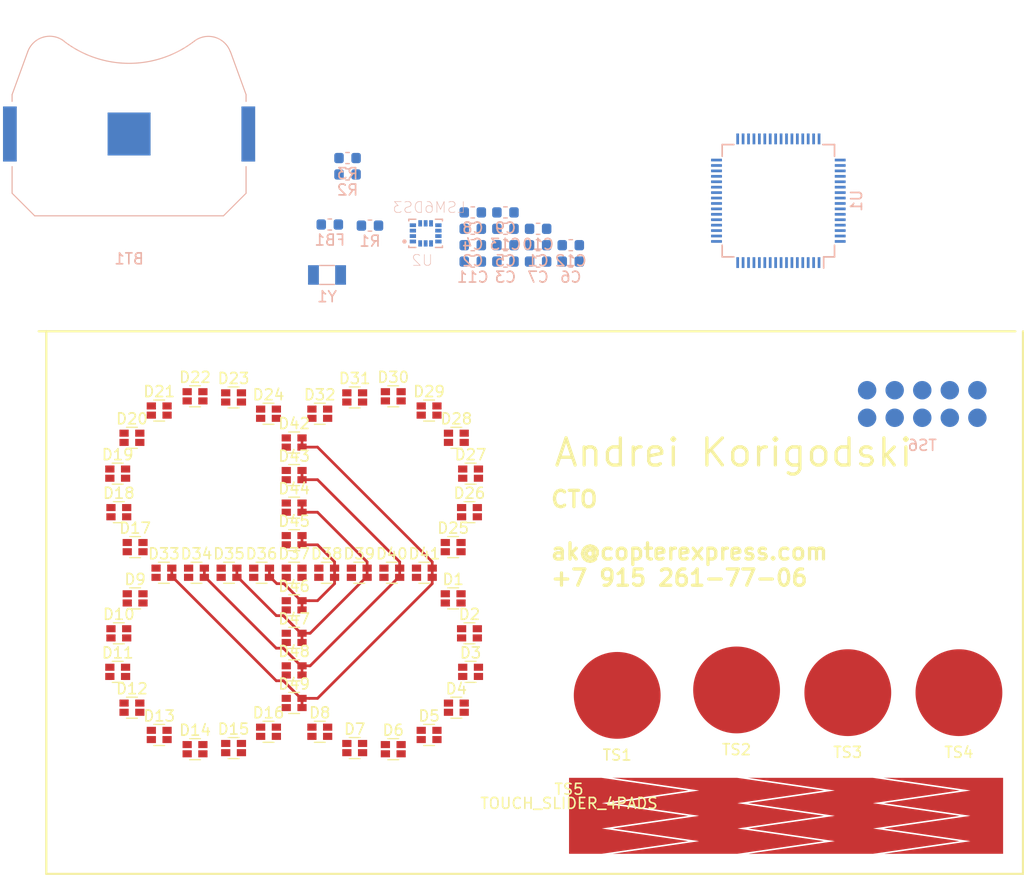
<source format=kicad_pcb>
(kicad_pcb (version 20171130) (host pcbnew 5.0.2+dfsg1-1~bpo9+1)

  (general
    (thickness 0.6)
    (drawings 6)
    (tracks 65)
    (zones 0)
    (modules 76)
    (nets 53)
  )

  (page A4)
  (layers
    (0 F.Cu signal)
    (31 B.Cu signal)
    (32 B.Adhes user)
    (33 F.Adhes user)
    (34 B.Paste user)
    (35 F.Paste user)
    (36 B.SilkS user)
    (37 F.SilkS user)
    (38 B.Mask user)
    (39 F.Mask user)
    (40 Dwgs.User user)
    (41 Cmts.User user)
    (42 Eco1.User user)
    (43 Eco2.User user)
    (44 Edge.Cuts user)
    (45 Margin user)
    (46 B.CrtYd user)
    (47 F.CrtYd user)
    (48 B.Fab user)
    (49 F.Fab user hide)
  )

  (setup
    (last_trace_width 0.254)
    (user_trace_width 0.1524)
    (user_trace_width 0.2032)
    (user_trace_width 0.254)
    (user_trace_width 0.508)
    (user_trace_width 1.016)
    (trace_clearance 0.076)
    (zone_clearance 0.508)
    (zone_45_only no)
    (trace_min 0.1524)
    (segment_width 0.2)
    (edge_width 0.15)
    (via_size 0.6)
    (via_drill 0.3)
    (via_min_size 0.6)
    (via_min_drill 0.3)
    (uvia_size 0.3)
    (uvia_drill 0.1)
    (uvias_allowed no)
    (uvia_min_size 0.2)
    (uvia_min_drill 0.1)
    (pcb_text_width 0.3)
    (pcb_text_size 1.5 1.5)
    (mod_edge_width 0.15)
    (mod_text_size 1 1)
    (mod_text_width 0.15)
    (pad_size 1.524 1.524)
    (pad_drill 0.762)
    (pad_to_mask_clearance 0.0254)
    (solder_mask_min_width 0.4)
    (aux_axis_origin 0 0)
    (visible_elements 7FFFF7FF)
    (pcbplotparams
      (layerselection 0x010fc_ffffffff)
      (usegerberextensions false)
      (usegerberattributes false)
      (usegerberadvancedattributes false)
      (creategerberjobfile false)
      (excludeedgelayer true)
      (linewidth 0.100000)
      (plotframeref false)
      (viasonmask false)
      (mode 1)
      (useauxorigin false)
      (hpglpennumber 1)
      (hpglpenspeed 20)
      (hpglpendiameter 15.000000)
      (psnegative false)
      (psa4output false)
      (plotreference true)
      (plotvalue true)
      (plotinvisibletext false)
      (padsonsilk false)
      (subtractmaskfromsilk false)
      (outputformat 1)
      (mirror false)
      (drillshape 1)
      (scaleselection 1)
      (outputdirectory ""))
  )

  (net 0 "")
  (net 1 LED_K0)
  (net 2 LED_K1)
  (net 3 LED_A0)
  (net 4 LED_K3)
  (net 5 LED_K2)
  (net 6 LED_K4)
  (net 7 LED_K5)
  (net 8 LED_K7)
  (net 9 LED_K6)
  (net 10 LED_K8)
  (net 11 LED_A1)
  (net 12 LED_A2)
  (net 13 LED_A3)
  (net 14 LED_A4)
  (net 15 LED_A5)
  (net 16 LED_A6)
  (net 17 LED_A7)
  (net 18 LED_A8)
  (net 19 VDD)
  (net 20 N$2)
  (net 21 MCU_AVDD)
  (net 22 GND)
  (net 23 N$7)
  (net 24 N$6)
  (net 25 N$13)
  (net 26 N$14)
  (net 27 N$5)
  (net 28 N$19)
  (net 29 N$20)
  (net 30 N$16)
  (net 31 N$15)
  (net 32 N$17)
  (net 33 N$18)
  (net 34 N$12)
  (net 35 N$11)
  (net 36 TOUCH_PAD0)
  (net 37 N$1)
  (net 38 TOUCH_PAD1)
  (net 39 TOUCH_PAD2)
  (net 40 TOUCH_PAD3)
  (net 41 N$21)
  (net 42 N$22)
  (net 43 N$23)
  (net 44 N$24)
  (net 45 N$8)
  (net 46 N$10)
  (net 47 N$9)
  (net 48 N$25)
  (net 49 N$26)
  (net 50 LED_A9)
  (net 51 LED_A11)
  (net 52 LED_A10)

  (net_class Default "This is the default net class."
    (clearance 0.076)
    (trace_width 0.254)
    (via_dia 0.6)
    (via_drill 0.3)
    (uvia_dia 0.3)
    (uvia_drill 0.1)
    (add_net GND)
    (add_net LED_A0)
    (add_net LED_A1)
    (add_net LED_A10)
    (add_net LED_A11)
    (add_net LED_A2)
    (add_net LED_A3)
    (add_net LED_A4)
    (add_net LED_A5)
    (add_net LED_A6)
    (add_net LED_A7)
    (add_net LED_A8)
    (add_net LED_A9)
    (add_net LED_K0)
    (add_net LED_K1)
    (add_net LED_K2)
    (add_net LED_K3)
    (add_net LED_K4)
    (add_net LED_K5)
    (add_net LED_K6)
    (add_net LED_K7)
    (add_net LED_K8)
    (add_net MCU_AVDD)
    (add_net N$1)
    (add_net N$10)
    (add_net N$11)
    (add_net N$12)
    (add_net N$13)
    (add_net N$14)
    (add_net N$15)
    (add_net N$16)
    (add_net N$17)
    (add_net N$18)
    (add_net N$19)
    (add_net N$2)
    (add_net N$20)
    (add_net N$21)
    (add_net N$22)
    (add_net N$23)
    (add_net N$24)
    (add_net N$25)
    (add_net N$26)
    (add_net N$5)
    (add_net N$6)
    (add_net N$7)
    (add_net N$8)
    (add_net N$9)
    (add_net TOUCH_PAD0)
    (add_net TOUCH_PAD1)
    (add_net TOUCH_PAD2)
    (add_net TOUCH_PAD3)
    (add_net VDD)
  )

  (module footprints:TouchSlider-4_50x8mm (layer F.Cu) (tedit 5C9D3F57) (tstamp 5CBA2645)
    (at 118.17 83.15)
    (descr "Capacitive touch slider")
    (tags "capacitive touch slider")
    (path /top/5311135406972302413)
    (attr smd)
    (fp_text reference TS5 (at 0 -5.95) (layer F.SilkS)
      (effects (font (size 1 1) (thickness 0.15)))
    )
    (fp_text value TOUCH_SLIDER_4PADS (at 0 -4.65) (layer F.SilkS)
      (effects (font (size 1 1) (thickness 0.15)))
    )
    (pad 4 smd custom (at 38.5 -3.5) (size 2.333333 2.333333) (layers F.Cu)
      (net 44 N$24)
      (options (clearance outline) (anchor circle))
      (primitives
        (gr_poly (pts
           (xy -9.5 -3.5) (xy -1.5 -2.333333) (xy -9.5 -1.166667) (xy -1.5 0) (xy -9.5 1.166667)
           (xy -1.5 2.333333) (xy -9.5 3.5) (xy 1.5 3.5) (xy 1.5 -3.5)) (width 0))
      ))
    (pad 3 smd custom (at 26.25 -3.5) (size 2.333333 2.333333) (layers F.Cu)
      (net 43 N$23)
      (options (clearance outline) (anchor circle))
      (primitives
        (gr_poly (pts
           (xy -9.75 -3.5) (xy -1.75 -2.333333) (xy -9.75 -1.166667) (xy -1.75 0) (xy -9.75 1.166667)
           (xy -1.75 2.333333) (xy -9.75 3.5) (xy 1.75 3.5) (xy 9.75 2.333333) (xy 1.75 1.166667)
           (xy 9.75 0) (xy 1.75 -1.166667) (xy 9.75 -2.333333) (xy 1.75 -3.5)) (width 0))
      ))
    (pad 2 smd custom (at 13.75 -3.5) (size 2.333333 2.333333) (layers F.Cu)
      (net 42 N$22)
      (options (clearance outline) (anchor circle))
      (primitives
        (gr_poly (pts
           (xy -9.75 -3.5) (xy -1.75 -2.333333) (xy -9.75 -1.166667) (xy -1.75 0) (xy -9.75 1.166667)
           (xy -1.75 2.333333) (xy -9.75 3.5) (xy 1.75 3.5) (xy 9.75 2.333333) (xy 1.75 1.166667)
           (xy 9.75 0) (xy 1.75 -1.166667) (xy 9.75 -2.333333) (xy 1.75 -3.5)) (width 0))
      ))
    (pad 1 smd custom (at 1.5 -3.5) (size 2.333333 2.333333) (layers F.Cu)
      (net 41 N$21)
      (options (clearance outline) (anchor circle))
      (primitives
        (gr_poly (pts
           (xy -1.5 -3.5) (xy 1.5 -3.5) (xy 9.5 -2.333333) (xy 1.5 -1.166667) (xy 9.5 0)
           (xy 1.5 1.166667) (xy 9.5 2.333333) (xy 1.5 3.5) (xy -1.5 3.5)) (width 0))
      ))
  )

  (module footprints:LED_DUAL_0606 (layer F.Cu) (tedit 5C944CBE) (tstamp 5C9983F6)
    (at 107.494034 59.61189)
    (descr "Dual LED LTST-C195KGJRKT")
    (tags led)
    (path /top/7502449913906283559)
    (attr smd)
    (fp_text reference D1 (at 0 -1.75) (layer F.SilkS)
      (effects (font (size 1 1) (thickness 0.15)))
    )
    (fp_text value LED_Dual_AACC (at 0 2.1) (layer F.Fab)
      (effects (font (size 1 1) (thickness 0.15)))
    )
    (fp_line (start 1.55 1.05) (end -1.55 1.05) (layer F.CrtYd) (width 0.05))
    (fp_line (start 1.55 1.05) (end 1.55 -1.05) (layer F.CrtYd) (width 0.05))
    (fp_line (start -1.55 -1.05) (end -1.55 1.05) (layer F.CrtYd) (width 0.05))
    (fp_line (start -1.55 -1.05) (end 1.55 -1.05) (layer F.CrtYd) (width 0.05))
    (fp_line (start 0.5 -0.97) (end -0.5 -0.97) (layer F.SilkS) (width 0.12))
    (fp_line (start 0.5 0.97) (end -0.5 0.97) (layer F.SilkS) (width 0.12))
    (fp_line (start -0.8 0.8) (end -0.8 -0.8) (layer F.Fab) (width 0.1))
    (fp_line (start 0.8 0.8) (end -0.8 0.8) (layer F.Fab) (width 0.1))
    (fp_line (start 0.8 -0.8) (end 0.8 0.8) (layer F.Fab) (width 0.1))
    (fp_line (start -0.8 -0.8) (end 0.8 -0.8) (layer F.Fab) (width 0.1))
    (fp_text user %R (at 0 -1.75) (layer F.Fab)
      (effects (font (size 1 1) (thickness 0.15)))
    )
    (pad 3 smd rect (at 0.725 -0.425) (size 0.85 0.65) (layers F.Cu F.Paste F.Mask)
      (net 2 LED_K1))
    (pad 4 smd rect (at 0.725 0.425) (size 0.85 0.65) (layers F.Cu F.Paste F.Mask)
      (net 2 LED_K1))
    (pad 2 smd rect (at -0.725 0.425) (size 0.85 0.65) (layers F.Cu F.Paste F.Mask)
      (net 11 LED_A1))
    (pad 1 smd rect (at -0.725 -0.425) (size 0.85 0.65) (layers F.Cu F.Paste F.Mask)
      (net 11 LED_A1))
    (model ${KISYS3DMOD}/Resistor_SMD.3dshapes/R_Array_Convex_2x0603.wrl
      (at (xyz 0 0 0))
      (scale (xyz 1 1 1))
      (rotate (xyz 0 0 0))
    )
  )

  (module footprints:LED_DUAL_0606 (layer F.Cu) (tedit 5C944CBE) (tstamp 5C998409)
    (at 108.995514 62.831824)
    (descr "Dual LED LTST-C195KGJRKT")
    (tags led)
    (path /top/10859429419249098182)
    (attr smd)
    (fp_text reference D2 (at 0 -1.75) (layer F.SilkS)
      (effects (font (size 1 1) (thickness 0.15)))
    )
    (fp_text value LED_Dual_AACC (at 0 2.1) (layer F.Fab)
      (effects (font (size 1 1) (thickness 0.15)))
    )
    (fp_line (start 1.55 1.05) (end -1.55 1.05) (layer F.CrtYd) (width 0.05))
    (fp_line (start 1.55 1.05) (end 1.55 -1.05) (layer F.CrtYd) (width 0.05))
    (fp_line (start -1.55 -1.05) (end -1.55 1.05) (layer F.CrtYd) (width 0.05))
    (fp_line (start -1.55 -1.05) (end 1.55 -1.05) (layer F.CrtYd) (width 0.05))
    (fp_line (start 0.5 -0.97) (end -0.5 -0.97) (layer F.SilkS) (width 0.12))
    (fp_line (start 0.5 0.97) (end -0.5 0.97) (layer F.SilkS) (width 0.12))
    (fp_line (start -0.8 0.8) (end -0.8 -0.8) (layer F.Fab) (width 0.1))
    (fp_line (start 0.8 0.8) (end -0.8 0.8) (layer F.Fab) (width 0.1))
    (fp_line (start 0.8 -0.8) (end 0.8 0.8) (layer F.Fab) (width 0.1))
    (fp_line (start -0.8 -0.8) (end 0.8 -0.8) (layer F.Fab) (width 0.1))
    (fp_text user %R (at 0 -1.75) (layer F.Fab)
      (effects (font (size 1 1) (thickness 0.15)))
    )
    (pad 3 smd rect (at 0.725 -0.425) (size 0.85 0.65) (layers F.Cu F.Paste F.Mask)
      (net 2 LED_K1))
    (pad 4 smd rect (at 0.725 0.425) (size 0.85 0.65) (layers F.Cu F.Paste F.Mask)
      (net 2 LED_K1))
    (pad 2 smd rect (at -0.725 0.425) (size 0.85 0.65) (layers F.Cu F.Paste F.Mask)
      (net 11 LED_A1))
    (pad 1 smd rect (at -0.725 -0.425) (size 0.85 0.65) (layers F.Cu F.Paste F.Mask)
      (net 11 LED_A1))
    (model ${KISYS3DMOD}/Resistor_SMD.3dshapes/R_Array_Convex_2x0603.wrl
      (at (xyz 0 0 0))
      (scale (xyz 1 1 1))
      (rotate (xyz 0 0 0))
    )
  )

  (module footprints:LED_DUAL_0606 (layer F.Cu) (tedit 5C944CBE) (tstamp 5C99841C)
    (at 109.098846 66.383126)
    (descr "Dual LED LTST-C195KGJRKT")
    (tags led)
    (path /top/10958904883273379632)
    (attr smd)
    (fp_text reference D3 (at 0 -1.75) (layer F.SilkS)
      (effects (font (size 1 1) (thickness 0.15)))
    )
    (fp_text value LED_Dual_AACC (at 0 2.1) (layer F.Fab)
      (effects (font (size 1 1) (thickness 0.15)))
    )
    (fp_line (start 1.55 1.05) (end -1.55 1.05) (layer F.CrtYd) (width 0.05))
    (fp_line (start 1.55 1.05) (end 1.55 -1.05) (layer F.CrtYd) (width 0.05))
    (fp_line (start -1.55 -1.05) (end -1.55 1.05) (layer F.CrtYd) (width 0.05))
    (fp_line (start -1.55 -1.05) (end 1.55 -1.05) (layer F.CrtYd) (width 0.05))
    (fp_line (start 0.5 -0.97) (end -0.5 -0.97) (layer F.SilkS) (width 0.12))
    (fp_line (start 0.5 0.97) (end -0.5 0.97) (layer F.SilkS) (width 0.12))
    (fp_line (start -0.8 0.8) (end -0.8 -0.8) (layer F.Fab) (width 0.1))
    (fp_line (start 0.8 0.8) (end -0.8 0.8) (layer F.Fab) (width 0.1))
    (fp_line (start 0.8 -0.8) (end 0.8 0.8) (layer F.Fab) (width 0.1))
    (fp_line (start -0.8 -0.8) (end 0.8 -0.8) (layer F.Fab) (width 0.1))
    (fp_text user %R (at 0 -1.75) (layer F.Fab)
      (effects (font (size 1 1) (thickness 0.15)))
    )
    (pad 3 smd rect (at 0.725 -0.425) (size 0.85 0.65) (layers F.Cu F.Paste F.Mask)
      (net 2 LED_K1))
    (pad 4 smd rect (at 0.725 0.425) (size 0.85 0.65) (layers F.Cu F.Paste F.Mask)
      (net 2 LED_K1))
    (pad 2 smd rect (at -0.725 0.425) (size 0.85 0.65) (layers F.Cu F.Paste F.Mask)
      (net 11 LED_A1))
    (pad 1 smd rect (at -0.725 -0.425) (size 0.85 0.65) (layers F.Cu F.Paste F.Mask)
      (net 11 LED_A1))
    (model ${KISYS3DMOD}/Resistor_SMD.3dshapes/R_Array_Convex_2x0603.wrl
      (at (xyz 0 0 0))
      (scale (xyz 1 1 1))
      (rotate (xyz 0 0 0))
    )
  )

  (module footprints:LED_DUAL_0606 (layer F.Cu) (tedit 5C944CBE) (tstamp 5C99842F)
    (at 107.787129 69.684917)
    (descr "Dual LED LTST-C195KGJRKT")
    (tags led)
    (path /top/14765925930482572589)
    (attr smd)
    (fp_text reference D4 (at 0 -1.75) (layer F.SilkS)
      (effects (font (size 1 1) (thickness 0.15)))
    )
    (fp_text value LED_Dual_AACC (at 0 2.1) (layer F.Fab)
      (effects (font (size 1 1) (thickness 0.15)))
    )
    (fp_line (start 1.55 1.05) (end -1.55 1.05) (layer F.CrtYd) (width 0.05))
    (fp_line (start 1.55 1.05) (end 1.55 -1.05) (layer F.CrtYd) (width 0.05))
    (fp_line (start -1.55 -1.05) (end -1.55 1.05) (layer F.CrtYd) (width 0.05))
    (fp_line (start -1.55 -1.05) (end 1.55 -1.05) (layer F.CrtYd) (width 0.05))
    (fp_line (start 0.5 -0.97) (end -0.5 -0.97) (layer F.SilkS) (width 0.12))
    (fp_line (start 0.5 0.97) (end -0.5 0.97) (layer F.SilkS) (width 0.12))
    (fp_line (start -0.8 0.8) (end -0.8 -0.8) (layer F.Fab) (width 0.1))
    (fp_line (start 0.8 0.8) (end -0.8 0.8) (layer F.Fab) (width 0.1))
    (fp_line (start 0.8 -0.8) (end 0.8 0.8) (layer F.Fab) (width 0.1))
    (fp_line (start -0.8 -0.8) (end 0.8 -0.8) (layer F.Fab) (width 0.1))
    (fp_text user %R (at 0 -1.75) (layer F.Fab)
      (effects (font (size 1 1) (thickness 0.15)))
    )
    (pad 3 smd rect (at 0.725 -0.425) (size 0.85 0.65) (layers F.Cu F.Paste F.Mask)
      (net 2 LED_K1))
    (pad 4 smd rect (at 0.725 0.425) (size 0.85 0.65) (layers F.Cu F.Paste F.Mask)
      (net 2 LED_K1))
    (pad 2 smd rect (at -0.725 0.425) (size 0.85 0.65) (layers F.Cu F.Paste F.Mask)
      (net 11 LED_A1))
    (pad 1 smd rect (at -0.725 -0.425) (size 0.85 0.65) (layers F.Cu F.Paste F.Mask)
      (net 11 LED_A1))
    (model ${KISYS3DMOD}/Resistor_SMD.3dshapes/R_Array_Convex_2x0603.wrl
      (at (xyz 0 0 0))
      (scale (xyz 1 1 1))
      (rotate (xyz 0 0 0))
    )
  )

  (module footprints:LED_DUAL_0606 (layer F.Cu) (tedit 5C944CBE) (tstamp 5C998442)
    (at 105.274917 72.197129)
    (descr "Dual LED LTST-C195KGJRKT")
    (tags led)
    (path /top/7830863576180217342)
    (attr smd)
    (fp_text reference D5 (at 0 -1.75) (layer F.SilkS)
      (effects (font (size 1 1) (thickness 0.15)))
    )
    (fp_text value LED_Dual_AACC (at 0 2.1) (layer F.Fab)
      (effects (font (size 1 1) (thickness 0.15)))
    )
    (fp_line (start 1.55 1.05) (end -1.55 1.05) (layer F.CrtYd) (width 0.05))
    (fp_line (start 1.55 1.05) (end 1.55 -1.05) (layer F.CrtYd) (width 0.05))
    (fp_line (start -1.55 -1.05) (end -1.55 1.05) (layer F.CrtYd) (width 0.05))
    (fp_line (start -1.55 -1.05) (end 1.55 -1.05) (layer F.CrtYd) (width 0.05))
    (fp_line (start 0.5 -0.97) (end -0.5 -0.97) (layer F.SilkS) (width 0.12))
    (fp_line (start 0.5 0.97) (end -0.5 0.97) (layer F.SilkS) (width 0.12))
    (fp_line (start -0.8 0.8) (end -0.8 -0.8) (layer F.Fab) (width 0.1))
    (fp_line (start 0.8 0.8) (end -0.8 0.8) (layer F.Fab) (width 0.1))
    (fp_line (start 0.8 -0.8) (end 0.8 0.8) (layer F.Fab) (width 0.1))
    (fp_line (start -0.8 -0.8) (end 0.8 -0.8) (layer F.Fab) (width 0.1))
    (fp_text user %R (at 0 -1.75) (layer F.Fab)
      (effects (font (size 1 1) (thickness 0.15)))
    )
    (pad 3 smd rect (at 0.725 -0.425) (size 0.85 0.65) (layers F.Cu F.Paste F.Mask)
      (net 2 LED_K1))
    (pad 4 smd rect (at 0.725 0.425) (size 0.85 0.65) (layers F.Cu F.Paste F.Mask)
      (net 2 LED_K1))
    (pad 2 smd rect (at -0.725 0.425) (size 0.85 0.65) (layers F.Cu F.Paste F.Mask)
      (net 11 LED_A1))
    (pad 1 smd rect (at -0.725 -0.425) (size 0.85 0.65) (layers F.Cu F.Paste F.Mask)
      (net 11 LED_A1))
    (model ${KISYS3DMOD}/Resistor_SMD.3dshapes/R_Array_Convex_2x0603.wrl
      (at (xyz 0 0 0))
      (scale (xyz 1 1 1))
      (rotate (xyz 0 0 0))
    )
  )

  (module footprints:LED_DUAL_0606 (layer F.Cu) (tedit 5C944CBE) (tstamp 5C998455)
    (at 101.973126 73.508846)
    (descr "Dual LED LTST-C195KGJRKT")
    (tags led)
    (path /top/12610254307440601032)
    (attr smd)
    (fp_text reference D6 (at 0 -1.75) (layer F.SilkS)
      (effects (font (size 1 1) (thickness 0.15)))
    )
    (fp_text value LED_Dual_AACC (at 0 2.1) (layer F.Fab)
      (effects (font (size 1 1) (thickness 0.15)))
    )
    (fp_line (start 1.55 1.05) (end -1.55 1.05) (layer F.CrtYd) (width 0.05))
    (fp_line (start 1.55 1.05) (end 1.55 -1.05) (layer F.CrtYd) (width 0.05))
    (fp_line (start -1.55 -1.05) (end -1.55 1.05) (layer F.CrtYd) (width 0.05))
    (fp_line (start -1.55 -1.05) (end 1.55 -1.05) (layer F.CrtYd) (width 0.05))
    (fp_line (start 0.5 -0.97) (end -0.5 -0.97) (layer F.SilkS) (width 0.12))
    (fp_line (start 0.5 0.97) (end -0.5 0.97) (layer F.SilkS) (width 0.12))
    (fp_line (start -0.8 0.8) (end -0.8 -0.8) (layer F.Fab) (width 0.1))
    (fp_line (start 0.8 0.8) (end -0.8 0.8) (layer F.Fab) (width 0.1))
    (fp_line (start 0.8 -0.8) (end 0.8 0.8) (layer F.Fab) (width 0.1))
    (fp_line (start -0.8 -0.8) (end 0.8 -0.8) (layer F.Fab) (width 0.1))
    (fp_text user %R (at 0 -1.75) (layer F.Fab)
      (effects (font (size 1 1) (thickness 0.15)))
    )
    (pad 3 smd rect (at 0.725 -0.425) (size 0.85 0.65) (layers F.Cu F.Paste F.Mask)
      (net 2 LED_K1))
    (pad 4 smd rect (at 0.725 0.425) (size 0.85 0.65) (layers F.Cu F.Paste F.Mask)
      (net 2 LED_K1))
    (pad 2 smd rect (at -0.725 0.425) (size 0.85 0.65) (layers F.Cu F.Paste F.Mask)
      (net 11 LED_A1))
    (pad 1 smd rect (at -0.725 -0.425) (size 0.85 0.65) (layers F.Cu F.Paste F.Mask)
      (net 11 LED_A1))
    (model ${KISYS3DMOD}/Resistor_SMD.3dshapes/R_Array_Convex_2x0603.wrl
      (at (xyz 0 0 0))
      (scale (xyz 1 1 1))
      (rotate (xyz 0 0 0))
    )
  )

  (module footprints:LED_DUAL_0606 (layer F.Cu) (tedit 5C944CBE) (tstamp 5C998468)
    (at 98.421824 73.405514)
    (descr "Dual LED LTST-C195KGJRKT")
    (tags led)
    (path /top/12289488589660369023)
    (attr smd)
    (fp_text reference D7 (at 0 -1.75) (layer F.SilkS)
      (effects (font (size 1 1) (thickness 0.15)))
    )
    (fp_text value LED_Dual_AACC (at 0 2.1) (layer F.Fab)
      (effects (font (size 1 1) (thickness 0.15)))
    )
    (fp_line (start 1.55 1.05) (end -1.55 1.05) (layer F.CrtYd) (width 0.05))
    (fp_line (start 1.55 1.05) (end 1.55 -1.05) (layer F.CrtYd) (width 0.05))
    (fp_line (start -1.55 -1.05) (end -1.55 1.05) (layer F.CrtYd) (width 0.05))
    (fp_line (start -1.55 -1.05) (end 1.55 -1.05) (layer F.CrtYd) (width 0.05))
    (fp_line (start 0.5 -0.97) (end -0.5 -0.97) (layer F.SilkS) (width 0.12))
    (fp_line (start 0.5 0.97) (end -0.5 0.97) (layer F.SilkS) (width 0.12))
    (fp_line (start -0.8 0.8) (end -0.8 -0.8) (layer F.Fab) (width 0.1))
    (fp_line (start 0.8 0.8) (end -0.8 0.8) (layer F.Fab) (width 0.1))
    (fp_line (start 0.8 -0.8) (end 0.8 0.8) (layer F.Fab) (width 0.1))
    (fp_line (start -0.8 -0.8) (end 0.8 -0.8) (layer F.Fab) (width 0.1))
    (fp_text user %R (at 0 -1.75) (layer F.Fab)
      (effects (font (size 1 1) (thickness 0.15)))
    )
    (pad 3 smd rect (at 0.725 -0.425) (size 0.85 0.65) (layers F.Cu F.Paste F.Mask)
      (net 2 LED_K1))
    (pad 4 smd rect (at 0.725 0.425) (size 0.85 0.65) (layers F.Cu F.Paste F.Mask)
      (net 2 LED_K1))
    (pad 2 smd rect (at -0.725 0.425) (size 0.85 0.65) (layers F.Cu F.Paste F.Mask)
      (net 11 LED_A1))
    (pad 1 smd rect (at -0.725 -0.425) (size 0.85 0.65) (layers F.Cu F.Paste F.Mask)
      (net 11 LED_A1))
    (model ${KISYS3DMOD}/Resistor_SMD.3dshapes/R_Array_Convex_2x0603.wrl
      (at (xyz 0 0 0))
      (scale (xyz 1 1 1))
      (rotate (xyz 0 0 0))
    )
  )

  (module footprints:LED_DUAL_0606 (layer F.Cu) (tedit 5C944CBE) (tstamp 5C99847B)
    (at 95.20189 71.904034)
    (descr "Dual LED LTST-C195KGJRKT")
    (tags led)
    (path /top/18434510285285512692)
    (attr smd)
    (fp_text reference D8 (at 0 -1.75) (layer F.SilkS)
      (effects (font (size 1 1) (thickness 0.15)))
    )
    (fp_text value LED_Dual_AACC (at 0 2.1) (layer F.Fab)
      (effects (font (size 1 1) (thickness 0.15)))
    )
    (fp_line (start 1.55 1.05) (end -1.55 1.05) (layer F.CrtYd) (width 0.05))
    (fp_line (start 1.55 1.05) (end 1.55 -1.05) (layer F.CrtYd) (width 0.05))
    (fp_line (start -1.55 -1.05) (end -1.55 1.05) (layer F.CrtYd) (width 0.05))
    (fp_line (start -1.55 -1.05) (end 1.55 -1.05) (layer F.CrtYd) (width 0.05))
    (fp_line (start 0.5 -0.97) (end -0.5 -0.97) (layer F.SilkS) (width 0.12))
    (fp_line (start 0.5 0.97) (end -0.5 0.97) (layer F.SilkS) (width 0.12))
    (fp_line (start -0.8 0.8) (end -0.8 -0.8) (layer F.Fab) (width 0.1))
    (fp_line (start 0.8 0.8) (end -0.8 0.8) (layer F.Fab) (width 0.1))
    (fp_line (start 0.8 -0.8) (end 0.8 0.8) (layer F.Fab) (width 0.1))
    (fp_line (start -0.8 -0.8) (end 0.8 -0.8) (layer F.Fab) (width 0.1))
    (fp_text user %R (at 0 -1.75) (layer F.Fab)
      (effects (font (size 1 1) (thickness 0.15)))
    )
    (pad 3 smd rect (at 0.725 -0.425) (size 0.85 0.65) (layers F.Cu F.Paste F.Mask)
      (net 2 LED_K1))
    (pad 4 smd rect (at 0.725 0.425) (size 0.85 0.65) (layers F.Cu F.Paste F.Mask)
      (net 2 LED_K1))
    (pad 2 smd rect (at -0.725 0.425) (size 0.85 0.65) (layers F.Cu F.Paste F.Mask)
      (net 11 LED_A1))
    (pad 1 smd rect (at -0.725 -0.425) (size 0.85 0.65) (layers F.Cu F.Paste F.Mask)
      (net 11 LED_A1))
    (model ${KISYS3DMOD}/Resistor_SMD.3dshapes/R_Array_Convex_2x0603.wrl
      (at (xyz 0 0 0))
      (scale (xyz 1 1 1))
      (rotate (xyz 0 0 0))
    )
  )

  (module footprints:LED_DUAL_0606 (layer F.Cu) (tedit 5C944CBE) (tstamp 5C99848E)
    (at 78.185965 59.61189)
    (descr "Dual LED LTST-C195KGJRKT")
    (tags led)
    (path /top/9327408855872954744)
    (attr smd)
    (fp_text reference D9 (at 0 -1.75) (layer F.SilkS)
      (effects (font (size 1 1) (thickness 0.15)))
    )
    (fp_text value LED_Dual_AACC (at 0 2.1) (layer F.Fab)
      (effects (font (size 1 1) (thickness 0.15)))
    )
    (fp_line (start 1.55 1.05) (end -1.55 1.05) (layer F.CrtYd) (width 0.05))
    (fp_line (start 1.55 1.05) (end 1.55 -1.05) (layer F.CrtYd) (width 0.05))
    (fp_line (start -1.55 -1.05) (end -1.55 1.05) (layer F.CrtYd) (width 0.05))
    (fp_line (start -1.55 -1.05) (end 1.55 -1.05) (layer F.CrtYd) (width 0.05))
    (fp_line (start 0.5 -0.97) (end -0.5 -0.97) (layer F.SilkS) (width 0.12))
    (fp_line (start 0.5 0.97) (end -0.5 0.97) (layer F.SilkS) (width 0.12))
    (fp_line (start -0.8 0.8) (end -0.8 -0.8) (layer F.Fab) (width 0.1))
    (fp_line (start 0.8 0.8) (end -0.8 0.8) (layer F.Fab) (width 0.1))
    (fp_line (start 0.8 -0.8) (end 0.8 0.8) (layer F.Fab) (width 0.1))
    (fp_line (start -0.8 -0.8) (end 0.8 -0.8) (layer F.Fab) (width 0.1))
    (fp_text user %R (at 0 -1.75) (layer F.Fab)
      (effects (font (size 1 1) (thickness 0.15)))
    )
    (pad 3 smd rect (at 0.725 -0.425) (size 0.85 0.65) (layers F.Cu F.Paste F.Mask)
      (net 2 LED_K1))
    (pad 4 smd rect (at 0.725 0.425) (size 0.85 0.65) (layers F.Cu F.Paste F.Mask)
      (net 2 LED_K1))
    (pad 2 smd rect (at -0.725 0.425) (size 0.85 0.65) (layers F.Cu F.Paste F.Mask)
      (net 11 LED_A1))
    (pad 1 smd rect (at -0.725 -0.425) (size 0.85 0.65) (layers F.Cu F.Paste F.Mask)
      (net 11 LED_A1))
    (model ${KISYS3DMOD}/Resistor_SMD.3dshapes/R_Array_Convex_2x0603.wrl
      (at (xyz 0 0 0))
      (scale (xyz 1 1 1))
      (rotate (xyz 0 0 0))
    )
  )

  (module footprints:LED_DUAL_0606 (layer F.Cu) (tedit 5C944CBE) (tstamp 5C9984A1)
    (at 76.684485 62.831824)
    (descr "Dual LED LTST-C195KGJRKT")
    (tags led)
    (path /top/10874846830896140974)
    (attr smd)
    (fp_text reference D10 (at 0 -1.75) (layer F.SilkS)
      (effects (font (size 1 1) (thickness 0.15)))
    )
    (fp_text value LED_Dual_AACC (at 0 2.1) (layer F.Fab)
      (effects (font (size 1 1) (thickness 0.15)))
    )
    (fp_line (start 1.55 1.05) (end -1.55 1.05) (layer F.CrtYd) (width 0.05))
    (fp_line (start 1.55 1.05) (end 1.55 -1.05) (layer F.CrtYd) (width 0.05))
    (fp_line (start -1.55 -1.05) (end -1.55 1.05) (layer F.CrtYd) (width 0.05))
    (fp_line (start -1.55 -1.05) (end 1.55 -1.05) (layer F.CrtYd) (width 0.05))
    (fp_line (start 0.5 -0.97) (end -0.5 -0.97) (layer F.SilkS) (width 0.12))
    (fp_line (start 0.5 0.97) (end -0.5 0.97) (layer F.SilkS) (width 0.12))
    (fp_line (start -0.8 0.8) (end -0.8 -0.8) (layer F.Fab) (width 0.1))
    (fp_line (start 0.8 0.8) (end -0.8 0.8) (layer F.Fab) (width 0.1))
    (fp_line (start 0.8 -0.8) (end 0.8 0.8) (layer F.Fab) (width 0.1))
    (fp_line (start -0.8 -0.8) (end 0.8 -0.8) (layer F.Fab) (width 0.1))
    (fp_text user %R (at 0 -1.75) (layer F.Fab)
      (effects (font (size 1 1) (thickness 0.15)))
    )
    (pad 3 smd rect (at 0.725 -0.425) (size 0.85 0.65) (layers F.Cu F.Paste F.Mask)
      (net 2 LED_K1))
    (pad 4 smd rect (at 0.725 0.425) (size 0.85 0.65) (layers F.Cu F.Paste F.Mask)
      (net 2 LED_K1))
    (pad 2 smd rect (at -0.725 0.425) (size 0.85 0.65) (layers F.Cu F.Paste F.Mask)
      (net 11 LED_A1))
    (pad 1 smd rect (at -0.725 -0.425) (size 0.85 0.65) (layers F.Cu F.Paste F.Mask)
      (net 11 LED_A1))
    (model ${KISYS3DMOD}/Resistor_SMD.3dshapes/R_Array_Convex_2x0603.wrl
      (at (xyz 0 0 0))
      (scale (xyz 1 1 1))
      (rotate (xyz 0 0 0))
    )
  )

  (module footprints:LED_DUAL_0606 (layer F.Cu) (tedit 5C944CBE) (tstamp 5C9984B4)
    (at 76.581153 66.383126)
    (descr "Dual LED LTST-C195KGJRKT")
    (tags led)
    (path /top/7234495422147913327)
    (attr smd)
    (fp_text reference D11 (at 0 -1.75) (layer F.SilkS)
      (effects (font (size 1 1) (thickness 0.15)))
    )
    (fp_text value LED_Dual_AACC (at 0 2.1) (layer F.Fab)
      (effects (font (size 1 1) (thickness 0.15)))
    )
    (fp_line (start 1.55 1.05) (end -1.55 1.05) (layer F.CrtYd) (width 0.05))
    (fp_line (start 1.55 1.05) (end 1.55 -1.05) (layer F.CrtYd) (width 0.05))
    (fp_line (start -1.55 -1.05) (end -1.55 1.05) (layer F.CrtYd) (width 0.05))
    (fp_line (start -1.55 -1.05) (end 1.55 -1.05) (layer F.CrtYd) (width 0.05))
    (fp_line (start 0.5 -0.97) (end -0.5 -0.97) (layer F.SilkS) (width 0.12))
    (fp_line (start 0.5 0.97) (end -0.5 0.97) (layer F.SilkS) (width 0.12))
    (fp_line (start -0.8 0.8) (end -0.8 -0.8) (layer F.Fab) (width 0.1))
    (fp_line (start 0.8 0.8) (end -0.8 0.8) (layer F.Fab) (width 0.1))
    (fp_line (start 0.8 -0.8) (end 0.8 0.8) (layer F.Fab) (width 0.1))
    (fp_line (start -0.8 -0.8) (end 0.8 -0.8) (layer F.Fab) (width 0.1))
    (fp_text user %R (at 0 -1.75) (layer F.Fab)
      (effects (font (size 1 1) (thickness 0.15)))
    )
    (pad 3 smd rect (at 0.725 -0.425) (size 0.85 0.65) (layers F.Cu F.Paste F.Mask)
      (net 2 LED_K1))
    (pad 4 smd rect (at 0.725 0.425) (size 0.85 0.65) (layers F.Cu F.Paste F.Mask)
      (net 2 LED_K1))
    (pad 2 smd rect (at -0.725 0.425) (size 0.85 0.65) (layers F.Cu F.Paste F.Mask)
      (net 11 LED_A1))
    (pad 1 smd rect (at -0.725 -0.425) (size 0.85 0.65) (layers F.Cu F.Paste F.Mask)
      (net 11 LED_A1))
    (model ${KISYS3DMOD}/Resistor_SMD.3dshapes/R_Array_Convex_2x0603.wrl
      (at (xyz 0 0 0))
      (scale (xyz 1 1 1))
      (rotate (xyz 0 0 0))
    )
  )

  (module footprints:LED_DUAL_0606 (layer F.Cu) (tedit 5C944CBE) (tstamp 5C9984C7)
    (at 77.89287 69.684917)
    (descr "Dual LED LTST-C195KGJRKT")
    (tags led)
    (path /top/15116483760706845694)
    (attr smd)
    (fp_text reference D12 (at 0 -1.75) (layer F.SilkS)
      (effects (font (size 1 1) (thickness 0.15)))
    )
    (fp_text value LED_Dual_AACC (at 0 2.1) (layer F.Fab)
      (effects (font (size 1 1) (thickness 0.15)))
    )
    (fp_line (start 1.55 1.05) (end -1.55 1.05) (layer F.CrtYd) (width 0.05))
    (fp_line (start 1.55 1.05) (end 1.55 -1.05) (layer F.CrtYd) (width 0.05))
    (fp_line (start -1.55 -1.05) (end -1.55 1.05) (layer F.CrtYd) (width 0.05))
    (fp_line (start -1.55 -1.05) (end 1.55 -1.05) (layer F.CrtYd) (width 0.05))
    (fp_line (start 0.5 -0.97) (end -0.5 -0.97) (layer F.SilkS) (width 0.12))
    (fp_line (start 0.5 0.97) (end -0.5 0.97) (layer F.SilkS) (width 0.12))
    (fp_line (start -0.8 0.8) (end -0.8 -0.8) (layer F.Fab) (width 0.1))
    (fp_line (start 0.8 0.8) (end -0.8 0.8) (layer F.Fab) (width 0.1))
    (fp_line (start 0.8 -0.8) (end 0.8 0.8) (layer F.Fab) (width 0.1))
    (fp_line (start -0.8 -0.8) (end 0.8 -0.8) (layer F.Fab) (width 0.1))
    (fp_text user %R (at 0 -1.75) (layer F.Fab)
      (effects (font (size 1 1) (thickness 0.15)))
    )
    (pad 3 smd rect (at 0.725 -0.425) (size 0.85 0.65) (layers F.Cu F.Paste F.Mask)
      (net 2 LED_K1))
    (pad 4 smd rect (at 0.725 0.425) (size 0.85 0.65) (layers F.Cu F.Paste F.Mask)
      (net 2 LED_K1))
    (pad 2 smd rect (at -0.725 0.425) (size 0.85 0.65) (layers F.Cu F.Paste F.Mask)
      (net 11 LED_A1))
    (pad 1 smd rect (at -0.725 -0.425) (size 0.85 0.65) (layers F.Cu F.Paste F.Mask)
      (net 11 LED_A1))
    (model ${KISYS3DMOD}/Resistor_SMD.3dshapes/R_Array_Convex_2x0603.wrl
      (at (xyz 0 0 0))
      (scale (xyz 1 1 1))
      (rotate (xyz 0 0 0))
    )
  )

  (module footprints:LED_DUAL_0606 (layer F.Cu) (tedit 5C944CBE) (tstamp 5C9984DA)
    (at 80.405082 72.197129)
    (descr "Dual LED LTST-C195KGJRKT")
    (tags led)
    (path /top/17788529930892877117)
    (attr smd)
    (fp_text reference D13 (at 0 -1.75) (layer F.SilkS)
      (effects (font (size 1 1) (thickness 0.15)))
    )
    (fp_text value LED_Dual_AACC (at 0 2.1) (layer F.Fab)
      (effects (font (size 1 1) (thickness 0.15)))
    )
    (fp_line (start 1.55 1.05) (end -1.55 1.05) (layer F.CrtYd) (width 0.05))
    (fp_line (start 1.55 1.05) (end 1.55 -1.05) (layer F.CrtYd) (width 0.05))
    (fp_line (start -1.55 -1.05) (end -1.55 1.05) (layer F.CrtYd) (width 0.05))
    (fp_line (start -1.55 -1.05) (end 1.55 -1.05) (layer F.CrtYd) (width 0.05))
    (fp_line (start 0.5 -0.97) (end -0.5 -0.97) (layer F.SilkS) (width 0.12))
    (fp_line (start 0.5 0.97) (end -0.5 0.97) (layer F.SilkS) (width 0.12))
    (fp_line (start -0.8 0.8) (end -0.8 -0.8) (layer F.Fab) (width 0.1))
    (fp_line (start 0.8 0.8) (end -0.8 0.8) (layer F.Fab) (width 0.1))
    (fp_line (start 0.8 -0.8) (end 0.8 0.8) (layer F.Fab) (width 0.1))
    (fp_line (start -0.8 -0.8) (end 0.8 -0.8) (layer F.Fab) (width 0.1))
    (fp_text user %R (at 0 -1.75) (layer F.Fab)
      (effects (font (size 1 1) (thickness 0.15)))
    )
    (pad 3 smd rect (at 0.725 -0.425) (size 0.85 0.65) (layers F.Cu F.Paste F.Mask)
      (net 2 LED_K1))
    (pad 4 smd rect (at 0.725 0.425) (size 0.85 0.65) (layers F.Cu F.Paste F.Mask)
      (net 2 LED_K1))
    (pad 2 smd rect (at -0.725 0.425) (size 0.85 0.65) (layers F.Cu F.Paste F.Mask)
      (net 11 LED_A1))
    (pad 1 smd rect (at -0.725 -0.425) (size 0.85 0.65) (layers F.Cu F.Paste F.Mask)
      (net 11 LED_A1))
    (model ${KISYS3DMOD}/Resistor_SMD.3dshapes/R_Array_Convex_2x0603.wrl
      (at (xyz 0 0 0))
      (scale (xyz 1 1 1))
      (rotate (xyz 0 0 0))
    )
  )

  (module footprints:LED_DUAL_0606 (layer F.Cu) (tedit 5C944CBE) (tstamp 5C9984ED)
    (at 83.706873 73.508846)
    (descr "Dual LED LTST-C195KGJRKT")
    (tags led)
    (path /top/13264017553345350355)
    (attr smd)
    (fp_text reference D14 (at 0 -1.75) (layer F.SilkS)
      (effects (font (size 1 1) (thickness 0.15)))
    )
    (fp_text value LED_Dual_AACC (at 0 2.1) (layer F.Fab)
      (effects (font (size 1 1) (thickness 0.15)))
    )
    (fp_line (start 1.55 1.05) (end -1.55 1.05) (layer F.CrtYd) (width 0.05))
    (fp_line (start 1.55 1.05) (end 1.55 -1.05) (layer F.CrtYd) (width 0.05))
    (fp_line (start -1.55 -1.05) (end -1.55 1.05) (layer F.CrtYd) (width 0.05))
    (fp_line (start -1.55 -1.05) (end 1.55 -1.05) (layer F.CrtYd) (width 0.05))
    (fp_line (start 0.5 -0.97) (end -0.5 -0.97) (layer F.SilkS) (width 0.12))
    (fp_line (start 0.5 0.97) (end -0.5 0.97) (layer F.SilkS) (width 0.12))
    (fp_line (start -0.8 0.8) (end -0.8 -0.8) (layer F.Fab) (width 0.1))
    (fp_line (start 0.8 0.8) (end -0.8 0.8) (layer F.Fab) (width 0.1))
    (fp_line (start 0.8 -0.8) (end 0.8 0.8) (layer F.Fab) (width 0.1))
    (fp_line (start -0.8 -0.8) (end 0.8 -0.8) (layer F.Fab) (width 0.1))
    (fp_text user %R (at 0 -1.75) (layer F.Fab)
      (effects (font (size 1 1) (thickness 0.15)))
    )
    (pad 3 smd rect (at 0.725 -0.425) (size 0.85 0.65) (layers F.Cu F.Paste F.Mask)
      (net 2 LED_K1))
    (pad 4 smd rect (at 0.725 0.425) (size 0.85 0.65) (layers F.Cu F.Paste F.Mask)
      (net 2 LED_K1))
    (pad 2 smd rect (at -0.725 0.425) (size 0.85 0.65) (layers F.Cu F.Paste F.Mask)
      (net 11 LED_A1))
    (pad 1 smd rect (at -0.725 -0.425) (size 0.85 0.65) (layers F.Cu F.Paste F.Mask)
      (net 11 LED_A1))
    (model ${KISYS3DMOD}/Resistor_SMD.3dshapes/R_Array_Convex_2x0603.wrl
      (at (xyz 0 0 0))
      (scale (xyz 1 1 1))
      (rotate (xyz 0 0 0))
    )
  )

  (module footprints:LED_DUAL_0606 (layer F.Cu) (tedit 5C944CBE) (tstamp 5C998500)
    (at 87.258175 73.405514)
    (descr "Dual LED LTST-C195KGJRKT")
    (tags led)
    (path /top/6836881528593739269)
    (attr smd)
    (fp_text reference D15 (at 0 -1.75) (layer F.SilkS)
      (effects (font (size 1 1) (thickness 0.15)))
    )
    (fp_text value LED_Dual_AACC (at 0 2.1) (layer F.Fab)
      (effects (font (size 1 1) (thickness 0.15)))
    )
    (fp_line (start 1.55 1.05) (end -1.55 1.05) (layer F.CrtYd) (width 0.05))
    (fp_line (start 1.55 1.05) (end 1.55 -1.05) (layer F.CrtYd) (width 0.05))
    (fp_line (start -1.55 -1.05) (end -1.55 1.05) (layer F.CrtYd) (width 0.05))
    (fp_line (start -1.55 -1.05) (end 1.55 -1.05) (layer F.CrtYd) (width 0.05))
    (fp_line (start 0.5 -0.97) (end -0.5 -0.97) (layer F.SilkS) (width 0.12))
    (fp_line (start 0.5 0.97) (end -0.5 0.97) (layer F.SilkS) (width 0.12))
    (fp_line (start -0.8 0.8) (end -0.8 -0.8) (layer F.Fab) (width 0.1))
    (fp_line (start 0.8 0.8) (end -0.8 0.8) (layer F.Fab) (width 0.1))
    (fp_line (start 0.8 -0.8) (end 0.8 0.8) (layer F.Fab) (width 0.1))
    (fp_line (start -0.8 -0.8) (end 0.8 -0.8) (layer F.Fab) (width 0.1))
    (fp_text user %R (at 0 -1.75) (layer F.Fab)
      (effects (font (size 1 1) (thickness 0.15)))
    )
    (pad 3 smd rect (at 0.725 -0.425) (size 0.85 0.65) (layers F.Cu F.Paste F.Mask)
      (net 2 LED_K1))
    (pad 4 smd rect (at 0.725 0.425) (size 0.85 0.65) (layers F.Cu F.Paste F.Mask)
      (net 2 LED_K1))
    (pad 2 smd rect (at -0.725 0.425) (size 0.85 0.65) (layers F.Cu F.Paste F.Mask)
      (net 11 LED_A1))
    (pad 1 smd rect (at -0.725 -0.425) (size 0.85 0.65) (layers F.Cu F.Paste F.Mask)
      (net 11 LED_A1))
    (model ${KISYS3DMOD}/Resistor_SMD.3dshapes/R_Array_Convex_2x0603.wrl
      (at (xyz 0 0 0))
      (scale (xyz 1 1 1))
      (rotate (xyz 0 0 0))
    )
  )

  (module footprints:LED_DUAL_0606 (layer F.Cu) (tedit 5C944CBE) (tstamp 5C998513)
    (at 90.478109 71.904034)
    (descr "Dual LED LTST-C195KGJRKT")
    (tags led)
    (path /top/14787006646415267912)
    (attr smd)
    (fp_text reference D16 (at 0 -1.75) (layer F.SilkS)
      (effects (font (size 1 1) (thickness 0.15)))
    )
    (fp_text value LED_Dual_AACC (at 0 2.1) (layer F.Fab)
      (effects (font (size 1 1) (thickness 0.15)))
    )
    (fp_line (start 1.55 1.05) (end -1.55 1.05) (layer F.CrtYd) (width 0.05))
    (fp_line (start 1.55 1.05) (end 1.55 -1.05) (layer F.CrtYd) (width 0.05))
    (fp_line (start -1.55 -1.05) (end -1.55 1.05) (layer F.CrtYd) (width 0.05))
    (fp_line (start -1.55 -1.05) (end 1.55 -1.05) (layer F.CrtYd) (width 0.05))
    (fp_line (start 0.5 -0.97) (end -0.5 -0.97) (layer F.SilkS) (width 0.12))
    (fp_line (start 0.5 0.97) (end -0.5 0.97) (layer F.SilkS) (width 0.12))
    (fp_line (start -0.8 0.8) (end -0.8 -0.8) (layer F.Fab) (width 0.1))
    (fp_line (start 0.8 0.8) (end -0.8 0.8) (layer F.Fab) (width 0.1))
    (fp_line (start 0.8 -0.8) (end 0.8 0.8) (layer F.Fab) (width 0.1))
    (fp_line (start -0.8 -0.8) (end 0.8 -0.8) (layer F.Fab) (width 0.1))
    (fp_text user %R (at 0 -1.75) (layer F.Fab)
      (effects (font (size 1 1) (thickness 0.15)))
    )
    (pad 3 smd rect (at 0.725 -0.425) (size 0.85 0.65) (layers F.Cu F.Paste F.Mask)
      (net 2 LED_K1))
    (pad 4 smd rect (at 0.725 0.425) (size 0.85 0.65) (layers F.Cu F.Paste F.Mask)
      (net 2 LED_K1))
    (pad 2 smd rect (at -0.725 0.425) (size 0.85 0.65) (layers F.Cu F.Paste F.Mask)
      (net 11 LED_A1))
    (pad 1 smd rect (at -0.725 -0.425) (size 0.85 0.65) (layers F.Cu F.Paste F.Mask)
      (net 11 LED_A1))
    (model ${KISYS3DMOD}/Resistor_SMD.3dshapes/R_Array_Convex_2x0603.wrl
      (at (xyz 0 0 0))
      (scale (xyz 1 1 1))
      (rotate (xyz 0 0 0))
    )
  )

  (module footprints:LED_DUAL_0606 (layer F.Cu) (tedit 5C944CBE) (tstamp 5C998526)
    (at 78.185965 54.888109)
    (descr "Dual LED LTST-C195KGJRKT")
    (tags led)
    (path /top/9369933373176351870)
    (attr smd)
    (fp_text reference D17 (at 0 -1.75) (layer F.SilkS)
      (effects (font (size 1 1) (thickness 0.15)))
    )
    (fp_text value LED_Dual_AACC (at 0 2.1) (layer F.Fab)
      (effects (font (size 1 1) (thickness 0.15)))
    )
    (fp_line (start 1.55 1.05) (end -1.55 1.05) (layer F.CrtYd) (width 0.05))
    (fp_line (start 1.55 1.05) (end 1.55 -1.05) (layer F.CrtYd) (width 0.05))
    (fp_line (start -1.55 -1.05) (end -1.55 1.05) (layer F.CrtYd) (width 0.05))
    (fp_line (start -1.55 -1.05) (end 1.55 -1.05) (layer F.CrtYd) (width 0.05))
    (fp_line (start 0.5 -0.97) (end -0.5 -0.97) (layer F.SilkS) (width 0.12))
    (fp_line (start 0.5 0.97) (end -0.5 0.97) (layer F.SilkS) (width 0.12))
    (fp_line (start -0.8 0.8) (end -0.8 -0.8) (layer F.Fab) (width 0.1))
    (fp_line (start 0.8 0.8) (end -0.8 0.8) (layer F.Fab) (width 0.1))
    (fp_line (start 0.8 -0.8) (end 0.8 0.8) (layer F.Fab) (width 0.1))
    (fp_line (start -0.8 -0.8) (end 0.8 -0.8) (layer F.Fab) (width 0.1))
    (fp_text user %R (at 0 -1.75) (layer F.Fab)
      (effects (font (size 1 1) (thickness 0.15)))
    )
    (pad 3 smd rect (at 0.725 -0.425) (size 0.85 0.65) (layers F.Cu F.Paste F.Mask)
      (net 2 LED_K1))
    (pad 4 smd rect (at 0.725 0.425) (size 0.85 0.65) (layers F.Cu F.Paste F.Mask)
      (net 2 LED_K1))
    (pad 2 smd rect (at -0.725 0.425) (size 0.85 0.65) (layers F.Cu F.Paste F.Mask)
      (net 11 LED_A1))
    (pad 1 smd rect (at -0.725 -0.425) (size 0.85 0.65) (layers F.Cu F.Paste F.Mask)
      (net 11 LED_A1))
    (model ${KISYS3DMOD}/Resistor_SMD.3dshapes/R_Array_Convex_2x0603.wrl
      (at (xyz 0 0 0))
      (scale (xyz 1 1 1))
      (rotate (xyz 0 0 0))
    )
  )

  (module footprints:LED_DUAL_0606 (layer F.Cu) (tedit 5C944CBE) (tstamp 5C998539)
    (at 76.684485 51.668175)
    (descr "Dual LED LTST-C195KGJRKT")
    (tags led)
    (path /top/14892828183505841833)
    (attr smd)
    (fp_text reference D18 (at 0 -1.75) (layer F.SilkS)
      (effects (font (size 1 1) (thickness 0.15)))
    )
    (fp_text value LED_Dual_AACC (at 0 2.1) (layer F.Fab)
      (effects (font (size 1 1) (thickness 0.15)))
    )
    (fp_line (start 1.55 1.05) (end -1.55 1.05) (layer F.CrtYd) (width 0.05))
    (fp_line (start 1.55 1.05) (end 1.55 -1.05) (layer F.CrtYd) (width 0.05))
    (fp_line (start -1.55 -1.05) (end -1.55 1.05) (layer F.CrtYd) (width 0.05))
    (fp_line (start -1.55 -1.05) (end 1.55 -1.05) (layer F.CrtYd) (width 0.05))
    (fp_line (start 0.5 -0.97) (end -0.5 -0.97) (layer F.SilkS) (width 0.12))
    (fp_line (start 0.5 0.97) (end -0.5 0.97) (layer F.SilkS) (width 0.12))
    (fp_line (start -0.8 0.8) (end -0.8 -0.8) (layer F.Fab) (width 0.1))
    (fp_line (start 0.8 0.8) (end -0.8 0.8) (layer F.Fab) (width 0.1))
    (fp_line (start 0.8 -0.8) (end 0.8 0.8) (layer F.Fab) (width 0.1))
    (fp_line (start -0.8 -0.8) (end 0.8 -0.8) (layer F.Fab) (width 0.1))
    (fp_text user %R (at 0 -1.75) (layer F.Fab)
      (effects (font (size 1 1) (thickness 0.15)))
    )
    (pad 3 smd rect (at 0.725 -0.425) (size 0.85 0.65) (layers F.Cu F.Paste F.Mask)
      (net 2 LED_K1))
    (pad 4 smd rect (at 0.725 0.425) (size 0.85 0.65) (layers F.Cu F.Paste F.Mask)
      (net 2 LED_K1))
    (pad 2 smd rect (at -0.725 0.425) (size 0.85 0.65) (layers F.Cu F.Paste F.Mask)
      (net 11 LED_A1))
    (pad 1 smd rect (at -0.725 -0.425) (size 0.85 0.65) (layers F.Cu F.Paste F.Mask)
      (net 11 LED_A1))
    (model ${KISYS3DMOD}/Resistor_SMD.3dshapes/R_Array_Convex_2x0603.wrl
      (at (xyz 0 0 0))
      (scale (xyz 1 1 1))
      (rotate (xyz 0 0 0))
    )
  )

  (module footprints:LED_DUAL_0606 (layer F.Cu) (tedit 5C944CBE) (tstamp 5C99854C)
    (at 76.581153 48.116873)
    (descr "Dual LED LTST-C195KGJRKT")
    (tags led)
    (path /top/8562919162081554603)
    (attr smd)
    (fp_text reference D19 (at 0 -1.75) (layer F.SilkS)
      (effects (font (size 1 1) (thickness 0.15)))
    )
    (fp_text value LED_Dual_AACC (at 0 2.1) (layer F.Fab)
      (effects (font (size 1 1) (thickness 0.15)))
    )
    (fp_line (start 1.55 1.05) (end -1.55 1.05) (layer F.CrtYd) (width 0.05))
    (fp_line (start 1.55 1.05) (end 1.55 -1.05) (layer F.CrtYd) (width 0.05))
    (fp_line (start -1.55 -1.05) (end -1.55 1.05) (layer F.CrtYd) (width 0.05))
    (fp_line (start -1.55 -1.05) (end 1.55 -1.05) (layer F.CrtYd) (width 0.05))
    (fp_line (start 0.5 -0.97) (end -0.5 -0.97) (layer F.SilkS) (width 0.12))
    (fp_line (start 0.5 0.97) (end -0.5 0.97) (layer F.SilkS) (width 0.12))
    (fp_line (start -0.8 0.8) (end -0.8 -0.8) (layer F.Fab) (width 0.1))
    (fp_line (start 0.8 0.8) (end -0.8 0.8) (layer F.Fab) (width 0.1))
    (fp_line (start 0.8 -0.8) (end 0.8 0.8) (layer F.Fab) (width 0.1))
    (fp_line (start -0.8 -0.8) (end 0.8 -0.8) (layer F.Fab) (width 0.1))
    (fp_text user %R (at 0 -1.75) (layer F.Fab)
      (effects (font (size 1 1) (thickness 0.15)))
    )
    (pad 3 smd rect (at 0.725 -0.425) (size 0.85 0.65) (layers F.Cu F.Paste F.Mask)
      (net 2 LED_K1))
    (pad 4 smd rect (at 0.725 0.425) (size 0.85 0.65) (layers F.Cu F.Paste F.Mask)
      (net 2 LED_K1))
    (pad 2 smd rect (at -0.725 0.425) (size 0.85 0.65) (layers F.Cu F.Paste F.Mask)
      (net 11 LED_A1))
    (pad 1 smd rect (at -0.725 -0.425) (size 0.85 0.65) (layers F.Cu F.Paste F.Mask)
      (net 11 LED_A1))
    (model ${KISYS3DMOD}/Resistor_SMD.3dshapes/R_Array_Convex_2x0603.wrl
      (at (xyz 0 0 0))
      (scale (xyz 1 1 1))
      (rotate (xyz 0 0 0))
    )
  )

  (module footprints:LED_DUAL_0606 (layer F.Cu) (tedit 5C944CBE) (tstamp 5C99855F)
    (at 77.89287 44.815082)
    (descr "Dual LED LTST-C195KGJRKT")
    (tags led)
    (path /top/15678200867490314313)
    (attr smd)
    (fp_text reference D20 (at 0 -1.75) (layer F.SilkS)
      (effects (font (size 1 1) (thickness 0.15)))
    )
    (fp_text value LED_Dual_AACC (at 0 2.1) (layer F.Fab)
      (effects (font (size 1 1) (thickness 0.15)))
    )
    (fp_line (start 1.55 1.05) (end -1.55 1.05) (layer F.CrtYd) (width 0.05))
    (fp_line (start 1.55 1.05) (end 1.55 -1.05) (layer F.CrtYd) (width 0.05))
    (fp_line (start -1.55 -1.05) (end -1.55 1.05) (layer F.CrtYd) (width 0.05))
    (fp_line (start -1.55 -1.05) (end 1.55 -1.05) (layer F.CrtYd) (width 0.05))
    (fp_line (start 0.5 -0.97) (end -0.5 -0.97) (layer F.SilkS) (width 0.12))
    (fp_line (start 0.5 0.97) (end -0.5 0.97) (layer F.SilkS) (width 0.12))
    (fp_line (start -0.8 0.8) (end -0.8 -0.8) (layer F.Fab) (width 0.1))
    (fp_line (start 0.8 0.8) (end -0.8 0.8) (layer F.Fab) (width 0.1))
    (fp_line (start 0.8 -0.8) (end 0.8 0.8) (layer F.Fab) (width 0.1))
    (fp_line (start -0.8 -0.8) (end 0.8 -0.8) (layer F.Fab) (width 0.1))
    (fp_text user %R (at 0 -1.75) (layer F.Fab)
      (effects (font (size 1 1) (thickness 0.15)))
    )
    (pad 3 smd rect (at 0.725 -0.425) (size 0.85 0.65) (layers F.Cu F.Paste F.Mask)
      (net 2 LED_K1))
    (pad 4 smd rect (at 0.725 0.425) (size 0.85 0.65) (layers F.Cu F.Paste F.Mask)
      (net 2 LED_K1))
    (pad 2 smd rect (at -0.725 0.425) (size 0.85 0.65) (layers F.Cu F.Paste F.Mask)
      (net 11 LED_A1))
    (pad 1 smd rect (at -0.725 -0.425) (size 0.85 0.65) (layers F.Cu F.Paste F.Mask)
      (net 11 LED_A1))
    (model ${KISYS3DMOD}/Resistor_SMD.3dshapes/R_Array_Convex_2x0603.wrl
      (at (xyz 0 0 0))
      (scale (xyz 1 1 1))
      (rotate (xyz 0 0 0))
    )
  )

  (module footprints:LED_DUAL_0606 (layer F.Cu) (tedit 5C944CBE) (tstamp 5C998572)
    (at 80.405082 42.30287)
    (descr "Dual LED LTST-C195KGJRKT")
    (tags led)
    (path /top/15493900571018795087)
    (attr smd)
    (fp_text reference D21 (at 0 -1.75) (layer F.SilkS)
      (effects (font (size 1 1) (thickness 0.15)))
    )
    (fp_text value LED_Dual_AACC (at 0 2.1) (layer F.Fab)
      (effects (font (size 1 1) (thickness 0.15)))
    )
    (fp_line (start 1.55 1.05) (end -1.55 1.05) (layer F.CrtYd) (width 0.05))
    (fp_line (start 1.55 1.05) (end 1.55 -1.05) (layer F.CrtYd) (width 0.05))
    (fp_line (start -1.55 -1.05) (end -1.55 1.05) (layer F.CrtYd) (width 0.05))
    (fp_line (start -1.55 -1.05) (end 1.55 -1.05) (layer F.CrtYd) (width 0.05))
    (fp_line (start 0.5 -0.97) (end -0.5 -0.97) (layer F.SilkS) (width 0.12))
    (fp_line (start 0.5 0.97) (end -0.5 0.97) (layer F.SilkS) (width 0.12))
    (fp_line (start -0.8 0.8) (end -0.8 -0.8) (layer F.Fab) (width 0.1))
    (fp_line (start 0.8 0.8) (end -0.8 0.8) (layer F.Fab) (width 0.1))
    (fp_line (start 0.8 -0.8) (end 0.8 0.8) (layer F.Fab) (width 0.1))
    (fp_line (start -0.8 -0.8) (end 0.8 -0.8) (layer F.Fab) (width 0.1))
    (fp_text user %R (at 0 -1.75) (layer F.Fab)
      (effects (font (size 1 1) (thickness 0.15)))
    )
    (pad 3 smd rect (at 0.725 -0.425) (size 0.85 0.65) (layers F.Cu F.Paste F.Mask)
      (net 2 LED_K1))
    (pad 4 smd rect (at 0.725 0.425) (size 0.85 0.65) (layers F.Cu F.Paste F.Mask)
      (net 2 LED_K1))
    (pad 2 smd rect (at -0.725 0.425) (size 0.85 0.65) (layers F.Cu F.Paste F.Mask)
      (net 11 LED_A1))
    (pad 1 smd rect (at -0.725 -0.425) (size 0.85 0.65) (layers F.Cu F.Paste F.Mask)
      (net 11 LED_A1))
    (model ${KISYS3DMOD}/Resistor_SMD.3dshapes/R_Array_Convex_2x0603.wrl
      (at (xyz 0 0 0))
      (scale (xyz 1 1 1))
      (rotate (xyz 0 0 0))
    )
  )

  (module footprints:LED_DUAL_0606 (layer F.Cu) (tedit 5C944CBE) (tstamp 5C998585)
    (at 83.706873 40.991153)
    (descr "Dual LED LTST-C195KGJRKT")
    (tags led)
    (path /top/2767858581217916579)
    (attr smd)
    (fp_text reference D22 (at 0 -1.75) (layer F.SilkS)
      (effects (font (size 1 1) (thickness 0.15)))
    )
    (fp_text value LED_Dual_AACC (at 0 2.1) (layer F.Fab)
      (effects (font (size 1 1) (thickness 0.15)))
    )
    (fp_line (start 1.55 1.05) (end -1.55 1.05) (layer F.CrtYd) (width 0.05))
    (fp_line (start 1.55 1.05) (end 1.55 -1.05) (layer F.CrtYd) (width 0.05))
    (fp_line (start -1.55 -1.05) (end -1.55 1.05) (layer F.CrtYd) (width 0.05))
    (fp_line (start -1.55 -1.05) (end 1.55 -1.05) (layer F.CrtYd) (width 0.05))
    (fp_line (start 0.5 -0.97) (end -0.5 -0.97) (layer F.SilkS) (width 0.12))
    (fp_line (start 0.5 0.97) (end -0.5 0.97) (layer F.SilkS) (width 0.12))
    (fp_line (start -0.8 0.8) (end -0.8 -0.8) (layer F.Fab) (width 0.1))
    (fp_line (start 0.8 0.8) (end -0.8 0.8) (layer F.Fab) (width 0.1))
    (fp_line (start 0.8 -0.8) (end 0.8 0.8) (layer F.Fab) (width 0.1))
    (fp_line (start -0.8 -0.8) (end 0.8 -0.8) (layer F.Fab) (width 0.1))
    (fp_text user %R (at 0 -1.75) (layer F.Fab)
      (effects (font (size 1 1) (thickness 0.15)))
    )
    (pad 3 smd rect (at 0.725 -0.425) (size 0.85 0.65) (layers F.Cu F.Paste F.Mask)
      (net 2 LED_K1))
    (pad 4 smd rect (at 0.725 0.425) (size 0.85 0.65) (layers F.Cu F.Paste F.Mask)
      (net 2 LED_K1))
    (pad 2 smd rect (at -0.725 0.425) (size 0.85 0.65) (layers F.Cu F.Paste F.Mask)
      (net 11 LED_A1))
    (pad 1 smd rect (at -0.725 -0.425) (size 0.85 0.65) (layers F.Cu F.Paste F.Mask)
      (net 11 LED_A1))
    (model ${KISYS3DMOD}/Resistor_SMD.3dshapes/R_Array_Convex_2x0603.wrl
      (at (xyz 0 0 0))
      (scale (xyz 1 1 1))
      (rotate (xyz 0 0 0))
    )
  )

  (module footprints:LED_DUAL_0606 (layer F.Cu) (tedit 5C944CBE) (tstamp 5C998598)
    (at 87.258175 41.094485)
    (descr "Dual LED LTST-C195KGJRKT")
    (tags led)
    (path /top/9420928281497102323)
    (attr smd)
    (fp_text reference D23 (at 0 -1.75) (layer F.SilkS)
      (effects (font (size 1 1) (thickness 0.15)))
    )
    (fp_text value LED_Dual_AACC (at 0 2.1) (layer F.Fab)
      (effects (font (size 1 1) (thickness 0.15)))
    )
    (fp_line (start 1.55 1.05) (end -1.55 1.05) (layer F.CrtYd) (width 0.05))
    (fp_line (start 1.55 1.05) (end 1.55 -1.05) (layer F.CrtYd) (width 0.05))
    (fp_line (start -1.55 -1.05) (end -1.55 1.05) (layer F.CrtYd) (width 0.05))
    (fp_line (start -1.55 -1.05) (end 1.55 -1.05) (layer F.CrtYd) (width 0.05))
    (fp_line (start 0.5 -0.97) (end -0.5 -0.97) (layer F.SilkS) (width 0.12))
    (fp_line (start 0.5 0.97) (end -0.5 0.97) (layer F.SilkS) (width 0.12))
    (fp_line (start -0.8 0.8) (end -0.8 -0.8) (layer F.Fab) (width 0.1))
    (fp_line (start 0.8 0.8) (end -0.8 0.8) (layer F.Fab) (width 0.1))
    (fp_line (start 0.8 -0.8) (end 0.8 0.8) (layer F.Fab) (width 0.1))
    (fp_line (start -0.8 -0.8) (end 0.8 -0.8) (layer F.Fab) (width 0.1))
    (fp_text user %R (at 0 -1.75) (layer F.Fab)
      (effects (font (size 1 1) (thickness 0.15)))
    )
    (pad 3 smd rect (at 0.725 -0.425) (size 0.85 0.65) (layers F.Cu F.Paste F.Mask)
      (net 2 LED_K1))
    (pad 4 smd rect (at 0.725 0.425) (size 0.85 0.65) (layers F.Cu F.Paste F.Mask)
      (net 2 LED_K1))
    (pad 2 smd rect (at -0.725 0.425) (size 0.85 0.65) (layers F.Cu F.Paste F.Mask)
      (net 11 LED_A1))
    (pad 1 smd rect (at -0.725 -0.425) (size 0.85 0.65) (layers F.Cu F.Paste F.Mask)
      (net 11 LED_A1))
    (model ${KISYS3DMOD}/Resistor_SMD.3dshapes/R_Array_Convex_2x0603.wrl
      (at (xyz 0 0 0))
      (scale (xyz 1 1 1))
      (rotate (xyz 0 0 0))
    )
  )

  (module footprints:LED_DUAL_0606 (layer F.Cu) (tedit 5C944CBE) (tstamp 5C9985AB)
    (at 90.478109 42.595965)
    (descr "Dual LED LTST-C195KGJRKT")
    (tags led)
    (path /top/7918656616032745236)
    (attr smd)
    (fp_text reference D24 (at 0 -1.75) (layer F.SilkS)
      (effects (font (size 1 1) (thickness 0.15)))
    )
    (fp_text value LED_Dual_AACC (at 0 2.1) (layer F.Fab)
      (effects (font (size 1 1) (thickness 0.15)))
    )
    (fp_line (start 1.55 1.05) (end -1.55 1.05) (layer F.CrtYd) (width 0.05))
    (fp_line (start 1.55 1.05) (end 1.55 -1.05) (layer F.CrtYd) (width 0.05))
    (fp_line (start -1.55 -1.05) (end -1.55 1.05) (layer F.CrtYd) (width 0.05))
    (fp_line (start -1.55 -1.05) (end 1.55 -1.05) (layer F.CrtYd) (width 0.05))
    (fp_line (start 0.5 -0.97) (end -0.5 -0.97) (layer F.SilkS) (width 0.12))
    (fp_line (start 0.5 0.97) (end -0.5 0.97) (layer F.SilkS) (width 0.12))
    (fp_line (start -0.8 0.8) (end -0.8 -0.8) (layer F.Fab) (width 0.1))
    (fp_line (start 0.8 0.8) (end -0.8 0.8) (layer F.Fab) (width 0.1))
    (fp_line (start 0.8 -0.8) (end 0.8 0.8) (layer F.Fab) (width 0.1))
    (fp_line (start -0.8 -0.8) (end 0.8 -0.8) (layer F.Fab) (width 0.1))
    (fp_text user %R (at 0 -1.75) (layer F.Fab)
      (effects (font (size 1 1) (thickness 0.15)))
    )
    (pad 3 smd rect (at 0.725 -0.425) (size 0.85 0.65) (layers F.Cu F.Paste F.Mask)
      (net 2 LED_K1))
    (pad 4 smd rect (at 0.725 0.425) (size 0.85 0.65) (layers F.Cu F.Paste F.Mask)
      (net 2 LED_K1))
    (pad 2 smd rect (at -0.725 0.425) (size 0.85 0.65) (layers F.Cu F.Paste F.Mask)
      (net 11 LED_A1))
    (pad 1 smd rect (at -0.725 -0.425) (size 0.85 0.65) (layers F.Cu F.Paste F.Mask)
      (net 11 LED_A1))
    (model ${KISYS3DMOD}/Resistor_SMD.3dshapes/R_Array_Convex_2x0603.wrl
      (at (xyz 0 0 0))
      (scale (xyz 1 1 1))
      (rotate (xyz 0 0 0))
    )
  )

  (module footprints:LED_DUAL_0606 (layer F.Cu) (tedit 5C944CBE) (tstamp 5C9985BE)
    (at 107.494034 54.888109)
    (descr "Dual LED LTST-C195KGJRKT")
    (tags led)
    (path /top/14817025588622315796)
    (attr smd)
    (fp_text reference D25 (at 0 -1.75) (layer F.SilkS)
      (effects (font (size 1 1) (thickness 0.15)))
    )
    (fp_text value LED_Dual_AACC (at 0 2.1) (layer F.Fab)
      (effects (font (size 1 1) (thickness 0.15)))
    )
    (fp_line (start 1.55 1.05) (end -1.55 1.05) (layer F.CrtYd) (width 0.05))
    (fp_line (start 1.55 1.05) (end 1.55 -1.05) (layer F.CrtYd) (width 0.05))
    (fp_line (start -1.55 -1.05) (end -1.55 1.05) (layer F.CrtYd) (width 0.05))
    (fp_line (start -1.55 -1.05) (end 1.55 -1.05) (layer F.CrtYd) (width 0.05))
    (fp_line (start 0.5 -0.97) (end -0.5 -0.97) (layer F.SilkS) (width 0.12))
    (fp_line (start 0.5 0.97) (end -0.5 0.97) (layer F.SilkS) (width 0.12))
    (fp_line (start -0.8 0.8) (end -0.8 -0.8) (layer F.Fab) (width 0.1))
    (fp_line (start 0.8 0.8) (end -0.8 0.8) (layer F.Fab) (width 0.1))
    (fp_line (start 0.8 -0.8) (end 0.8 0.8) (layer F.Fab) (width 0.1))
    (fp_line (start -0.8 -0.8) (end 0.8 -0.8) (layer F.Fab) (width 0.1))
    (fp_text user %R (at 0 -1.75) (layer F.Fab)
      (effects (font (size 1 1) (thickness 0.15)))
    )
    (pad 3 smd rect (at 0.725 -0.425) (size 0.85 0.65) (layers F.Cu F.Paste F.Mask)
      (net 2 LED_K1))
    (pad 4 smd rect (at 0.725 0.425) (size 0.85 0.65) (layers F.Cu F.Paste F.Mask)
      (net 2 LED_K1))
    (pad 2 smd rect (at -0.725 0.425) (size 0.85 0.65) (layers F.Cu F.Paste F.Mask)
      (net 11 LED_A1))
    (pad 1 smd rect (at -0.725 -0.425) (size 0.85 0.65) (layers F.Cu F.Paste F.Mask)
      (net 11 LED_A1))
    (model ${KISYS3DMOD}/Resistor_SMD.3dshapes/R_Array_Convex_2x0603.wrl
      (at (xyz 0 0 0))
      (scale (xyz 1 1 1))
      (rotate (xyz 0 0 0))
    )
  )

  (module footprints:LED_DUAL_0606 (layer F.Cu) (tedit 5C944CBE) (tstamp 5C9985D1)
    (at 108.995514 51.668175)
    (descr "Dual LED LTST-C195KGJRKT")
    (tags led)
    (path /top/887927971351475404)
    (attr smd)
    (fp_text reference D26 (at 0 -1.75) (layer F.SilkS)
      (effects (font (size 1 1) (thickness 0.15)))
    )
    (fp_text value LED_Dual_AACC (at 0 2.1) (layer F.Fab)
      (effects (font (size 1 1) (thickness 0.15)))
    )
    (fp_line (start 1.55 1.05) (end -1.55 1.05) (layer F.CrtYd) (width 0.05))
    (fp_line (start 1.55 1.05) (end 1.55 -1.05) (layer F.CrtYd) (width 0.05))
    (fp_line (start -1.55 -1.05) (end -1.55 1.05) (layer F.CrtYd) (width 0.05))
    (fp_line (start -1.55 -1.05) (end 1.55 -1.05) (layer F.CrtYd) (width 0.05))
    (fp_line (start 0.5 -0.97) (end -0.5 -0.97) (layer F.SilkS) (width 0.12))
    (fp_line (start 0.5 0.97) (end -0.5 0.97) (layer F.SilkS) (width 0.12))
    (fp_line (start -0.8 0.8) (end -0.8 -0.8) (layer F.Fab) (width 0.1))
    (fp_line (start 0.8 0.8) (end -0.8 0.8) (layer F.Fab) (width 0.1))
    (fp_line (start 0.8 -0.8) (end 0.8 0.8) (layer F.Fab) (width 0.1))
    (fp_line (start -0.8 -0.8) (end 0.8 -0.8) (layer F.Fab) (width 0.1))
    (fp_text user %R (at 0 -1.75) (layer F.Fab)
      (effects (font (size 1 1) (thickness 0.15)))
    )
    (pad 3 smd rect (at 0.725 -0.425) (size 0.85 0.65) (layers F.Cu F.Paste F.Mask)
      (net 2 LED_K1))
    (pad 4 smd rect (at 0.725 0.425) (size 0.85 0.65) (layers F.Cu F.Paste F.Mask)
      (net 2 LED_K1))
    (pad 2 smd rect (at -0.725 0.425) (size 0.85 0.65) (layers F.Cu F.Paste F.Mask)
      (net 11 LED_A1))
    (pad 1 smd rect (at -0.725 -0.425) (size 0.85 0.65) (layers F.Cu F.Paste F.Mask)
      (net 11 LED_A1))
    (model ${KISYS3DMOD}/Resistor_SMD.3dshapes/R_Array_Convex_2x0603.wrl
      (at (xyz 0 0 0))
      (scale (xyz 1 1 1))
      (rotate (xyz 0 0 0))
    )
  )

  (module footprints:LED_DUAL_0606 (layer F.Cu) (tedit 5C944CBE) (tstamp 5C9985E4)
    (at 109.098846 48.116873)
    (descr "Dual LED LTST-C195KGJRKT")
    (tags led)
    (path /top/3699827372226202206)
    (attr smd)
    (fp_text reference D27 (at 0 -1.75) (layer F.SilkS)
      (effects (font (size 1 1) (thickness 0.15)))
    )
    (fp_text value LED_Dual_AACC (at 0 2.1) (layer F.Fab)
      (effects (font (size 1 1) (thickness 0.15)))
    )
    (fp_line (start 1.55 1.05) (end -1.55 1.05) (layer F.CrtYd) (width 0.05))
    (fp_line (start 1.55 1.05) (end 1.55 -1.05) (layer F.CrtYd) (width 0.05))
    (fp_line (start -1.55 -1.05) (end -1.55 1.05) (layer F.CrtYd) (width 0.05))
    (fp_line (start -1.55 -1.05) (end 1.55 -1.05) (layer F.CrtYd) (width 0.05))
    (fp_line (start 0.5 -0.97) (end -0.5 -0.97) (layer F.SilkS) (width 0.12))
    (fp_line (start 0.5 0.97) (end -0.5 0.97) (layer F.SilkS) (width 0.12))
    (fp_line (start -0.8 0.8) (end -0.8 -0.8) (layer F.Fab) (width 0.1))
    (fp_line (start 0.8 0.8) (end -0.8 0.8) (layer F.Fab) (width 0.1))
    (fp_line (start 0.8 -0.8) (end 0.8 0.8) (layer F.Fab) (width 0.1))
    (fp_line (start -0.8 -0.8) (end 0.8 -0.8) (layer F.Fab) (width 0.1))
    (fp_text user %R (at 0 -1.75) (layer F.Fab)
      (effects (font (size 1 1) (thickness 0.15)))
    )
    (pad 3 smd rect (at 0.725 -0.425) (size 0.85 0.65) (layers F.Cu F.Paste F.Mask)
      (net 2 LED_K1))
    (pad 4 smd rect (at 0.725 0.425) (size 0.85 0.65) (layers F.Cu F.Paste F.Mask)
      (net 2 LED_K1))
    (pad 2 smd rect (at -0.725 0.425) (size 0.85 0.65) (layers F.Cu F.Paste F.Mask)
      (net 11 LED_A1))
    (pad 1 smd rect (at -0.725 -0.425) (size 0.85 0.65) (layers F.Cu F.Paste F.Mask)
      (net 11 LED_A1))
    (model ${KISYS3DMOD}/Resistor_SMD.3dshapes/R_Array_Convex_2x0603.wrl
      (at (xyz 0 0 0))
      (scale (xyz 1 1 1))
      (rotate (xyz 0 0 0))
    )
  )

  (module footprints:LED_DUAL_0606 (layer F.Cu) (tedit 5C944CBE) (tstamp 5C9985F7)
    (at 107.787129 44.815082)
    (descr "Dual LED LTST-C195KGJRKT")
    (tags led)
    (path /top/1851240659335308413)
    (attr smd)
    (fp_text reference D28 (at 0 -1.75) (layer F.SilkS)
      (effects (font (size 1 1) (thickness 0.15)))
    )
    (fp_text value LED_Dual_AACC (at 0 2.1) (layer F.Fab)
      (effects (font (size 1 1) (thickness 0.15)))
    )
    (fp_line (start 1.55 1.05) (end -1.55 1.05) (layer F.CrtYd) (width 0.05))
    (fp_line (start 1.55 1.05) (end 1.55 -1.05) (layer F.CrtYd) (width 0.05))
    (fp_line (start -1.55 -1.05) (end -1.55 1.05) (layer F.CrtYd) (width 0.05))
    (fp_line (start -1.55 -1.05) (end 1.55 -1.05) (layer F.CrtYd) (width 0.05))
    (fp_line (start 0.5 -0.97) (end -0.5 -0.97) (layer F.SilkS) (width 0.12))
    (fp_line (start 0.5 0.97) (end -0.5 0.97) (layer F.SilkS) (width 0.12))
    (fp_line (start -0.8 0.8) (end -0.8 -0.8) (layer F.Fab) (width 0.1))
    (fp_line (start 0.8 0.8) (end -0.8 0.8) (layer F.Fab) (width 0.1))
    (fp_line (start 0.8 -0.8) (end 0.8 0.8) (layer F.Fab) (width 0.1))
    (fp_line (start -0.8 -0.8) (end 0.8 -0.8) (layer F.Fab) (width 0.1))
    (fp_text user %R (at 0 -1.75) (layer F.Fab)
      (effects (font (size 1 1) (thickness 0.15)))
    )
    (pad 3 smd rect (at 0.725 -0.425) (size 0.85 0.65) (layers F.Cu F.Paste F.Mask)
      (net 2 LED_K1))
    (pad 4 smd rect (at 0.725 0.425) (size 0.85 0.65) (layers F.Cu F.Paste F.Mask)
      (net 2 LED_K1))
    (pad 2 smd rect (at -0.725 0.425) (size 0.85 0.65) (layers F.Cu F.Paste F.Mask)
      (net 11 LED_A1))
    (pad 1 smd rect (at -0.725 -0.425) (size 0.85 0.65) (layers F.Cu F.Paste F.Mask)
      (net 11 LED_A1))
    (model ${KISYS3DMOD}/Resistor_SMD.3dshapes/R_Array_Convex_2x0603.wrl
      (at (xyz 0 0 0))
      (scale (xyz 1 1 1))
      (rotate (xyz 0 0 0))
    )
  )

  (module footprints:LED_DUAL_0606 (layer F.Cu) (tedit 5C944CBE) (tstamp 5C99860A)
    (at 105.274917 42.30287)
    (descr "Dual LED LTST-C195KGJRKT")
    (tags led)
    (path /top/9885214446086973852)
    (attr smd)
    (fp_text reference D29 (at 0 -1.75) (layer F.SilkS)
      (effects (font (size 1 1) (thickness 0.15)))
    )
    (fp_text value LED_Dual_AACC (at 0 2.1) (layer F.Fab)
      (effects (font (size 1 1) (thickness 0.15)))
    )
    (fp_line (start 1.55 1.05) (end -1.55 1.05) (layer F.CrtYd) (width 0.05))
    (fp_line (start 1.55 1.05) (end 1.55 -1.05) (layer F.CrtYd) (width 0.05))
    (fp_line (start -1.55 -1.05) (end -1.55 1.05) (layer F.CrtYd) (width 0.05))
    (fp_line (start -1.55 -1.05) (end 1.55 -1.05) (layer F.CrtYd) (width 0.05))
    (fp_line (start 0.5 -0.97) (end -0.5 -0.97) (layer F.SilkS) (width 0.12))
    (fp_line (start 0.5 0.97) (end -0.5 0.97) (layer F.SilkS) (width 0.12))
    (fp_line (start -0.8 0.8) (end -0.8 -0.8) (layer F.Fab) (width 0.1))
    (fp_line (start 0.8 0.8) (end -0.8 0.8) (layer F.Fab) (width 0.1))
    (fp_line (start 0.8 -0.8) (end 0.8 0.8) (layer F.Fab) (width 0.1))
    (fp_line (start -0.8 -0.8) (end 0.8 -0.8) (layer F.Fab) (width 0.1))
    (fp_text user %R (at 0 -1.75) (layer F.Fab)
      (effects (font (size 1 1) (thickness 0.15)))
    )
    (pad 3 smd rect (at 0.725 -0.425) (size 0.85 0.65) (layers F.Cu F.Paste F.Mask)
      (net 2 LED_K1))
    (pad 4 smd rect (at 0.725 0.425) (size 0.85 0.65) (layers F.Cu F.Paste F.Mask)
      (net 2 LED_K1))
    (pad 2 smd rect (at -0.725 0.425) (size 0.85 0.65) (layers F.Cu F.Paste F.Mask)
      (net 11 LED_A1))
    (pad 1 smd rect (at -0.725 -0.425) (size 0.85 0.65) (layers F.Cu F.Paste F.Mask)
      (net 11 LED_A1))
    (model ${KISYS3DMOD}/Resistor_SMD.3dshapes/R_Array_Convex_2x0603.wrl
      (at (xyz 0 0 0))
      (scale (xyz 1 1 1))
      (rotate (xyz 0 0 0))
    )
  )

  (module footprints:LED_DUAL_0606 (layer F.Cu) (tedit 5C944CBE) (tstamp 5C99861D)
    (at 101.973126 40.991153)
    (descr "Dual LED LTST-C195KGJRKT")
    (tags led)
    (path /top/1300564556790330242)
    (attr smd)
    (fp_text reference D30 (at 0 -1.75) (layer F.SilkS)
      (effects (font (size 1 1) (thickness 0.15)))
    )
    (fp_text value LED_Dual_AACC (at 0 2.1) (layer F.Fab)
      (effects (font (size 1 1) (thickness 0.15)))
    )
    (fp_line (start 1.55 1.05) (end -1.55 1.05) (layer F.CrtYd) (width 0.05))
    (fp_line (start 1.55 1.05) (end 1.55 -1.05) (layer F.CrtYd) (width 0.05))
    (fp_line (start -1.55 -1.05) (end -1.55 1.05) (layer F.CrtYd) (width 0.05))
    (fp_line (start -1.55 -1.05) (end 1.55 -1.05) (layer F.CrtYd) (width 0.05))
    (fp_line (start 0.5 -0.97) (end -0.5 -0.97) (layer F.SilkS) (width 0.12))
    (fp_line (start 0.5 0.97) (end -0.5 0.97) (layer F.SilkS) (width 0.12))
    (fp_line (start -0.8 0.8) (end -0.8 -0.8) (layer F.Fab) (width 0.1))
    (fp_line (start 0.8 0.8) (end -0.8 0.8) (layer F.Fab) (width 0.1))
    (fp_line (start 0.8 -0.8) (end 0.8 0.8) (layer F.Fab) (width 0.1))
    (fp_line (start -0.8 -0.8) (end 0.8 -0.8) (layer F.Fab) (width 0.1))
    (fp_text user %R (at 0 -1.75) (layer F.Fab)
      (effects (font (size 1 1) (thickness 0.15)))
    )
    (pad 3 smd rect (at 0.725 -0.425) (size 0.85 0.65) (layers F.Cu F.Paste F.Mask)
      (net 2 LED_K1))
    (pad 4 smd rect (at 0.725 0.425) (size 0.85 0.65) (layers F.Cu F.Paste F.Mask)
      (net 2 LED_K1))
    (pad 2 smd rect (at -0.725 0.425) (size 0.85 0.65) (layers F.Cu F.Paste F.Mask)
      (net 11 LED_A1))
    (pad 1 smd rect (at -0.725 -0.425) (size 0.85 0.65) (layers F.Cu F.Paste F.Mask)
      (net 11 LED_A1))
    (model ${KISYS3DMOD}/Resistor_SMD.3dshapes/R_Array_Convex_2x0603.wrl
      (at (xyz 0 0 0))
      (scale (xyz 1 1 1))
      (rotate (xyz 0 0 0))
    )
  )

  (module footprints:LED_DUAL_0606 (layer F.Cu) (tedit 5C944CBE) (tstamp 5C998630)
    (at 98.421824 41.094485)
    (descr "Dual LED LTST-C195KGJRKT")
    (tags led)
    (path /top/16488429933767670048)
    (attr smd)
    (fp_text reference D31 (at 0 -1.75) (layer F.SilkS)
      (effects (font (size 1 1) (thickness 0.15)))
    )
    (fp_text value LED_Dual_AACC (at 0 2.1) (layer F.Fab)
      (effects (font (size 1 1) (thickness 0.15)))
    )
    (fp_line (start 1.55 1.05) (end -1.55 1.05) (layer F.CrtYd) (width 0.05))
    (fp_line (start 1.55 1.05) (end 1.55 -1.05) (layer F.CrtYd) (width 0.05))
    (fp_line (start -1.55 -1.05) (end -1.55 1.05) (layer F.CrtYd) (width 0.05))
    (fp_line (start -1.55 -1.05) (end 1.55 -1.05) (layer F.CrtYd) (width 0.05))
    (fp_line (start 0.5 -0.97) (end -0.5 -0.97) (layer F.SilkS) (width 0.12))
    (fp_line (start 0.5 0.97) (end -0.5 0.97) (layer F.SilkS) (width 0.12))
    (fp_line (start -0.8 0.8) (end -0.8 -0.8) (layer F.Fab) (width 0.1))
    (fp_line (start 0.8 0.8) (end -0.8 0.8) (layer F.Fab) (width 0.1))
    (fp_line (start 0.8 -0.8) (end 0.8 0.8) (layer F.Fab) (width 0.1))
    (fp_line (start -0.8 -0.8) (end 0.8 -0.8) (layer F.Fab) (width 0.1))
    (fp_text user %R (at 0 -1.75) (layer F.Fab)
      (effects (font (size 1 1) (thickness 0.15)))
    )
    (pad 3 smd rect (at 0.725 -0.425) (size 0.85 0.65) (layers F.Cu F.Paste F.Mask)
      (net 2 LED_K1))
    (pad 4 smd rect (at 0.725 0.425) (size 0.85 0.65) (layers F.Cu F.Paste F.Mask)
      (net 2 LED_K1))
    (pad 2 smd rect (at -0.725 0.425) (size 0.85 0.65) (layers F.Cu F.Paste F.Mask)
      (net 11 LED_A1))
    (pad 1 smd rect (at -0.725 -0.425) (size 0.85 0.65) (layers F.Cu F.Paste F.Mask)
      (net 11 LED_A1))
    (model ${KISYS3DMOD}/Resistor_SMD.3dshapes/R_Array_Convex_2x0603.wrl
      (at (xyz 0 0 0))
      (scale (xyz 1 1 1))
      (rotate (xyz 0 0 0))
    )
  )

  (module footprints:LED_DUAL_0606 (layer F.Cu) (tedit 5C944CBE) (tstamp 5C998643)
    (at 95.20189 42.595965)
    (descr "Dual LED LTST-C195KGJRKT")
    (tags led)
    (path /top/6920380426668518779)
    (attr smd)
    (fp_text reference D32 (at 0 -1.75) (layer F.SilkS)
      (effects (font (size 1 1) (thickness 0.15)))
    )
    (fp_text value LED_Dual_AACC (at 0 2.1) (layer F.Fab)
      (effects (font (size 1 1) (thickness 0.15)))
    )
    (fp_line (start 1.55 1.05) (end -1.55 1.05) (layer F.CrtYd) (width 0.05))
    (fp_line (start 1.55 1.05) (end 1.55 -1.05) (layer F.CrtYd) (width 0.05))
    (fp_line (start -1.55 -1.05) (end -1.55 1.05) (layer F.CrtYd) (width 0.05))
    (fp_line (start -1.55 -1.05) (end 1.55 -1.05) (layer F.CrtYd) (width 0.05))
    (fp_line (start 0.5 -0.97) (end -0.5 -0.97) (layer F.SilkS) (width 0.12))
    (fp_line (start 0.5 0.97) (end -0.5 0.97) (layer F.SilkS) (width 0.12))
    (fp_line (start -0.8 0.8) (end -0.8 -0.8) (layer F.Fab) (width 0.1))
    (fp_line (start 0.8 0.8) (end -0.8 0.8) (layer F.Fab) (width 0.1))
    (fp_line (start 0.8 -0.8) (end 0.8 0.8) (layer F.Fab) (width 0.1))
    (fp_line (start -0.8 -0.8) (end 0.8 -0.8) (layer F.Fab) (width 0.1))
    (fp_text user %R (at 0 -1.75) (layer F.Fab)
      (effects (font (size 1 1) (thickness 0.15)))
    )
    (pad 3 smd rect (at 0.725 -0.425) (size 0.85 0.65) (layers F.Cu F.Paste F.Mask)
      (net 2 LED_K1))
    (pad 4 smd rect (at 0.725 0.425) (size 0.85 0.65) (layers F.Cu F.Paste F.Mask)
      (net 2 LED_K1))
    (pad 2 smd rect (at -0.725 0.425) (size 0.85 0.65) (layers F.Cu F.Paste F.Mask)
      (net 11 LED_A1))
    (pad 1 smd rect (at -0.725 -0.425) (size 0.85 0.65) (layers F.Cu F.Paste F.Mask)
      (net 11 LED_A1))
    (model ${KISYS3DMOD}/Resistor_SMD.3dshapes/R_Array_Convex_2x0603.wrl
      (at (xyz 0 0 0))
      (scale (xyz 1 1 1))
      (rotate (xyz 0 0 0))
    )
  )

  (module footprints:LED_DUAL_0606 (layer F.Cu) (tedit 5C944CBE) (tstamp 5C998656)
    (at 80.84 57.25)
    (descr "Dual LED LTST-C195KGJRKT")
    (tags led)
    (path /top/7680145152246183666)
    (attr smd)
    (fp_text reference D33 (at 0 -1.75) (layer F.SilkS)
      (effects (font (size 1 1) (thickness 0.15)))
    )
    (fp_text value LED_Dual_AACC (at 0 2.1) (layer F.Fab)
      (effects (font (size 1 1) (thickness 0.15)))
    )
    (fp_line (start 1.55 1.05) (end -1.55 1.05) (layer F.CrtYd) (width 0.05))
    (fp_line (start 1.55 1.05) (end 1.55 -1.05) (layer F.CrtYd) (width 0.05))
    (fp_line (start -1.55 -1.05) (end -1.55 1.05) (layer F.CrtYd) (width 0.05))
    (fp_line (start -1.55 -1.05) (end 1.55 -1.05) (layer F.CrtYd) (width 0.05))
    (fp_line (start 0.5 -0.97) (end -0.5 -0.97) (layer F.SilkS) (width 0.12))
    (fp_line (start 0.5 0.97) (end -0.5 0.97) (layer F.SilkS) (width 0.12))
    (fp_line (start -0.8 0.8) (end -0.8 -0.8) (layer F.Fab) (width 0.1))
    (fp_line (start 0.8 0.8) (end -0.8 0.8) (layer F.Fab) (width 0.1))
    (fp_line (start 0.8 -0.8) (end 0.8 0.8) (layer F.Fab) (width 0.1))
    (fp_line (start -0.8 -0.8) (end 0.8 -0.8) (layer F.Fab) (width 0.1))
    (fp_text user %R (at 0 -1.75) (layer F.Fab)
      (effects (font (size 1 1) (thickness 0.15)))
    )
    (pad 3 smd rect (at 0.725 -0.425) (size 0.85 0.65) (layers F.Cu F.Paste F.Mask)
      (net 2 LED_K1))
    (pad 4 smd rect (at 0.725 0.425) (size 0.85 0.65) (layers F.Cu F.Paste F.Mask)
      (net 2 LED_K1))
    (pad 2 smd rect (at -0.725 0.425) (size 0.85 0.65) (layers F.Cu F.Paste F.Mask)
      (net 11 LED_A1))
    (pad 1 smd rect (at -0.725 -0.425) (size 0.85 0.65) (layers F.Cu F.Paste F.Mask)
      (net 11 LED_A1))
    (model ${KISYS3DMOD}/Resistor_SMD.3dshapes/R_Array_Convex_2x0603.wrl
      (at (xyz 0 0 0))
      (scale (xyz 1 1 1))
      (rotate (xyz 0 0 0))
    )
  )

  (module footprints:LED_DUAL_0606 (layer F.Cu) (tedit 5C944CBE) (tstamp 5C998669)
    (at 83.84 57.25)
    (descr "Dual LED LTST-C195KGJRKT")
    (tags led)
    (path /top/8053189297674231794)
    (attr smd)
    (fp_text reference D34 (at 0 -1.75) (layer F.SilkS)
      (effects (font (size 1 1) (thickness 0.15)))
    )
    (fp_text value LED_Dual_AACC (at 0 2.1) (layer F.Fab)
      (effects (font (size 1 1) (thickness 0.15)))
    )
    (fp_line (start 1.55 1.05) (end -1.55 1.05) (layer F.CrtYd) (width 0.05))
    (fp_line (start 1.55 1.05) (end 1.55 -1.05) (layer F.CrtYd) (width 0.05))
    (fp_line (start -1.55 -1.05) (end -1.55 1.05) (layer F.CrtYd) (width 0.05))
    (fp_line (start -1.55 -1.05) (end 1.55 -1.05) (layer F.CrtYd) (width 0.05))
    (fp_line (start 0.5 -0.97) (end -0.5 -0.97) (layer F.SilkS) (width 0.12))
    (fp_line (start 0.5 0.97) (end -0.5 0.97) (layer F.SilkS) (width 0.12))
    (fp_line (start -0.8 0.8) (end -0.8 -0.8) (layer F.Fab) (width 0.1))
    (fp_line (start 0.8 0.8) (end -0.8 0.8) (layer F.Fab) (width 0.1))
    (fp_line (start 0.8 -0.8) (end 0.8 0.8) (layer F.Fab) (width 0.1))
    (fp_line (start -0.8 -0.8) (end 0.8 -0.8) (layer F.Fab) (width 0.1))
    (fp_text user %R (at 0 -1.75) (layer F.Fab)
      (effects (font (size 1 1) (thickness 0.15)))
    )
    (pad 3 smd rect (at 0.725 -0.425) (size 0.85 0.65) (layers F.Cu F.Paste F.Mask)
      (net 2 LED_K1))
    (pad 4 smd rect (at 0.725 0.425) (size 0.85 0.65) (layers F.Cu F.Paste F.Mask)
      (net 2 LED_K1))
    (pad 2 smd rect (at -0.725 0.425) (size 0.85 0.65) (layers F.Cu F.Paste F.Mask)
      (net 11 LED_A1))
    (pad 1 smd rect (at -0.725 -0.425) (size 0.85 0.65) (layers F.Cu F.Paste F.Mask)
      (net 11 LED_A1))
    (model ${KISYS3DMOD}/Resistor_SMD.3dshapes/R_Array_Convex_2x0603.wrl
      (at (xyz 0 0 0))
      (scale (xyz 1 1 1))
      (rotate (xyz 0 0 0))
    )
  )

  (module footprints:LED_DUAL_0606 (layer F.Cu) (tedit 5C944CBE) (tstamp 5C99867C)
    (at 86.84 57.25)
    (descr "Dual LED LTST-C195KGJRKT")
    (tags led)
    (path /top/16673213442694126616)
    (attr smd)
    (fp_text reference D35 (at 0 -1.75) (layer F.SilkS)
      (effects (font (size 1 1) (thickness 0.15)))
    )
    (fp_text value LED_Dual_AACC (at 0 2.1) (layer F.Fab)
      (effects (font (size 1 1) (thickness 0.15)))
    )
    (fp_line (start 1.55 1.05) (end -1.55 1.05) (layer F.CrtYd) (width 0.05))
    (fp_line (start 1.55 1.05) (end 1.55 -1.05) (layer F.CrtYd) (width 0.05))
    (fp_line (start -1.55 -1.05) (end -1.55 1.05) (layer F.CrtYd) (width 0.05))
    (fp_line (start -1.55 -1.05) (end 1.55 -1.05) (layer F.CrtYd) (width 0.05))
    (fp_line (start 0.5 -0.97) (end -0.5 -0.97) (layer F.SilkS) (width 0.12))
    (fp_line (start 0.5 0.97) (end -0.5 0.97) (layer F.SilkS) (width 0.12))
    (fp_line (start -0.8 0.8) (end -0.8 -0.8) (layer F.Fab) (width 0.1))
    (fp_line (start 0.8 0.8) (end -0.8 0.8) (layer F.Fab) (width 0.1))
    (fp_line (start 0.8 -0.8) (end 0.8 0.8) (layer F.Fab) (width 0.1))
    (fp_line (start -0.8 -0.8) (end 0.8 -0.8) (layer F.Fab) (width 0.1))
    (fp_text user %R (at 0 -1.75) (layer F.Fab)
      (effects (font (size 1 1) (thickness 0.15)))
    )
    (pad 3 smd rect (at 0.725 -0.425) (size 0.85 0.65) (layers F.Cu F.Paste F.Mask)
      (net 2 LED_K1))
    (pad 4 smd rect (at 0.725 0.425) (size 0.85 0.65) (layers F.Cu F.Paste F.Mask)
      (net 2 LED_K1))
    (pad 2 smd rect (at -0.725 0.425) (size 0.85 0.65) (layers F.Cu F.Paste F.Mask)
      (net 11 LED_A1))
    (pad 1 smd rect (at -0.725 -0.425) (size 0.85 0.65) (layers F.Cu F.Paste F.Mask)
      (net 11 LED_A1))
    (model ${KISYS3DMOD}/Resistor_SMD.3dshapes/R_Array_Convex_2x0603.wrl
      (at (xyz 0 0 0))
      (scale (xyz 1 1 1))
      (rotate (xyz 0 0 0))
    )
  )

  (module footprints:LED_DUAL_0606 (layer F.Cu) (tedit 5C944CBE) (tstamp 5C99868F)
    (at 89.84 57.25)
    (descr "Dual LED LTST-C195KGJRKT")
    (tags led)
    (path /top/11636936200144660588)
    (attr smd)
    (fp_text reference D36 (at 0 -1.75) (layer F.SilkS)
      (effects (font (size 1 1) (thickness 0.15)))
    )
    (fp_text value LED_Dual_AACC (at 0 2.1) (layer F.Fab)
      (effects (font (size 1 1) (thickness 0.15)))
    )
    (fp_line (start 1.55 1.05) (end -1.55 1.05) (layer F.CrtYd) (width 0.05))
    (fp_line (start 1.55 1.05) (end 1.55 -1.05) (layer F.CrtYd) (width 0.05))
    (fp_line (start -1.55 -1.05) (end -1.55 1.05) (layer F.CrtYd) (width 0.05))
    (fp_line (start -1.55 -1.05) (end 1.55 -1.05) (layer F.CrtYd) (width 0.05))
    (fp_line (start 0.5 -0.97) (end -0.5 -0.97) (layer F.SilkS) (width 0.12))
    (fp_line (start 0.5 0.97) (end -0.5 0.97) (layer F.SilkS) (width 0.12))
    (fp_line (start -0.8 0.8) (end -0.8 -0.8) (layer F.Fab) (width 0.1))
    (fp_line (start 0.8 0.8) (end -0.8 0.8) (layer F.Fab) (width 0.1))
    (fp_line (start 0.8 -0.8) (end 0.8 0.8) (layer F.Fab) (width 0.1))
    (fp_line (start -0.8 -0.8) (end 0.8 -0.8) (layer F.Fab) (width 0.1))
    (fp_text user %R (at 0 -1.75) (layer F.Fab)
      (effects (font (size 1 1) (thickness 0.15)))
    )
    (pad 3 smd rect (at 0.725 -0.425) (size 0.85 0.65) (layers F.Cu F.Paste F.Mask)
      (net 2 LED_K1))
    (pad 4 smd rect (at 0.725 0.425) (size 0.85 0.65) (layers F.Cu F.Paste F.Mask)
      (net 2 LED_K1))
    (pad 2 smd rect (at -0.725 0.425) (size 0.85 0.65) (layers F.Cu F.Paste F.Mask)
      (net 11 LED_A1))
    (pad 1 smd rect (at -0.725 -0.425) (size 0.85 0.65) (layers F.Cu F.Paste F.Mask)
      (net 11 LED_A1))
    (model ${KISYS3DMOD}/Resistor_SMD.3dshapes/R_Array_Convex_2x0603.wrl
      (at (xyz 0 0 0))
      (scale (xyz 1 1 1))
      (rotate (xyz 0 0 0))
    )
  )

  (module footprints:LED_DUAL_0606 (layer F.Cu) (tedit 5C944CBE) (tstamp 5C9986A2)
    (at 92.84 57.25)
    (descr "Dual LED LTST-C195KGJRKT")
    (tags led)
    (path /top/5121993081100105534)
    (attr smd)
    (fp_text reference D37 (at 0 -1.75) (layer F.SilkS)
      (effects (font (size 1 1) (thickness 0.15)))
    )
    (fp_text value LED_Dual_AACC (at 0 2.1) (layer F.Fab)
      (effects (font (size 1 1) (thickness 0.15)))
    )
    (fp_line (start 1.55 1.05) (end -1.55 1.05) (layer F.CrtYd) (width 0.05))
    (fp_line (start 1.55 1.05) (end 1.55 -1.05) (layer F.CrtYd) (width 0.05))
    (fp_line (start -1.55 -1.05) (end -1.55 1.05) (layer F.CrtYd) (width 0.05))
    (fp_line (start -1.55 -1.05) (end 1.55 -1.05) (layer F.CrtYd) (width 0.05))
    (fp_line (start 0.5 -0.97) (end -0.5 -0.97) (layer F.SilkS) (width 0.12))
    (fp_line (start 0.5 0.97) (end -0.5 0.97) (layer F.SilkS) (width 0.12))
    (fp_line (start -0.8 0.8) (end -0.8 -0.8) (layer F.Fab) (width 0.1))
    (fp_line (start 0.8 0.8) (end -0.8 0.8) (layer F.Fab) (width 0.1))
    (fp_line (start 0.8 -0.8) (end 0.8 0.8) (layer F.Fab) (width 0.1))
    (fp_line (start -0.8 -0.8) (end 0.8 -0.8) (layer F.Fab) (width 0.1))
    (fp_text user %R (at 0 -1.75) (layer F.Fab)
      (effects (font (size 1 1) (thickness 0.15)))
    )
    (pad 3 smd rect (at 0.725 -0.425) (size 0.85 0.65) (layers F.Cu F.Paste F.Mask)
      (net 2 LED_K1))
    (pad 4 smd rect (at 0.725 0.425) (size 0.85 0.65) (layers F.Cu F.Paste F.Mask)
      (net 2 LED_K1))
    (pad 2 smd rect (at -0.725 0.425) (size 0.85 0.65) (layers F.Cu F.Paste F.Mask)
      (net 11 LED_A1))
    (pad 1 smd rect (at -0.725 -0.425) (size 0.85 0.65) (layers F.Cu F.Paste F.Mask)
      (net 11 LED_A1))
    (model ${KISYS3DMOD}/Resistor_SMD.3dshapes/R_Array_Convex_2x0603.wrl
      (at (xyz 0 0 0))
      (scale (xyz 1 1 1))
      (rotate (xyz 0 0 0))
    )
  )

  (module footprints:LED_DUAL_0606 (layer F.Cu) (tedit 5C944CBE) (tstamp 5C9986B5)
    (at 95.84 57.25)
    (descr "Dual LED LTST-C195KGJRKT")
    (tags led)
    (path /top/3839888110685474147)
    (attr smd)
    (fp_text reference D38 (at 0 -1.75) (layer F.SilkS)
      (effects (font (size 1 1) (thickness 0.15)))
    )
    (fp_text value LED_Dual_AACC (at 0 2.1) (layer F.Fab)
      (effects (font (size 1 1) (thickness 0.15)))
    )
    (fp_line (start 1.55 1.05) (end -1.55 1.05) (layer F.CrtYd) (width 0.05))
    (fp_line (start 1.55 1.05) (end 1.55 -1.05) (layer F.CrtYd) (width 0.05))
    (fp_line (start -1.55 -1.05) (end -1.55 1.05) (layer F.CrtYd) (width 0.05))
    (fp_line (start -1.55 -1.05) (end 1.55 -1.05) (layer F.CrtYd) (width 0.05))
    (fp_line (start 0.5 -0.97) (end -0.5 -0.97) (layer F.SilkS) (width 0.12))
    (fp_line (start 0.5 0.97) (end -0.5 0.97) (layer F.SilkS) (width 0.12))
    (fp_line (start -0.8 0.8) (end -0.8 -0.8) (layer F.Fab) (width 0.1))
    (fp_line (start 0.8 0.8) (end -0.8 0.8) (layer F.Fab) (width 0.1))
    (fp_line (start 0.8 -0.8) (end 0.8 0.8) (layer F.Fab) (width 0.1))
    (fp_line (start -0.8 -0.8) (end 0.8 -0.8) (layer F.Fab) (width 0.1))
    (fp_text user %R (at 0 -1.75) (layer F.Fab)
      (effects (font (size 1 1) (thickness 0.15)))
    )
    (pad 3 smd rect (at 0.725 -0.425) (size 0.85 0.65) (layers F.Cu F.Paste F.Mask)
      (net 2 LED_K1))
    (pad 4 smd rect (at 0.725 0.425) (size 0.85 0.65) (layers F.Cu F.Paste F.Mask)
      (net 2 LED_K1))
    (pad 2 smd rect (at -0.725 0.425) (size 0.85 0.65) (layers F.Cu F.Paste F.Mask)
      (net 11 LED_A1))
    (pad 1 smd rect (at -0.725 -0.425) (size 0.85 0.65) (layers F.Cu F.Paste F.Mask)
      (net 11 LED_A1))
    (model ${KISYS3DMOD}/Resistor_SMD.3dshapes/R_Array_Convex_2x0603.wrl
      (at (xyz 0 0 0))
      (scale (xyz 1 1 1))
      (rotate (xyz 0 0 0))
    )
  )

  (module footprints:LED_DUAL_0606 (layer F.Cu) (tedit 5C944CBE) (tstamp 5C9986C8)
    (at 98.84 57.25)
    (descr "Dual LED LTST-C195KGJRKT")
    (tags led)
    (path /top/642170165493791830)
    (attr smd)
    (fp_text reference D39 (at 0 -1.75) (layer F.SilkS)
      (effects (font (size 1 1) (thickness 0.15)))
    )
    (fp_text value LED_Dual_AACC (at 0 2.1) (layer F.Fab)
      (effects (font (size 1 1) (thickness 0.15)))
    )
    (fp_line (start 1.55 1.05) (end -1.55 1.05) (layer F.CrtYd) (width 0.05))
    (fp_line (start 1.55 1.05) (end 1.55 -1.05) (layer F.CrtYd) (width 0.05))
    (fp_line (start -1.55 -1.05) (end -1.55 1.05) (layer F.CrtYd) (width 0.05))
    (fp_line (start -1.55 -1.05) (end 1.55 -1.05) (layer F.CrtYd) (width 0.05))
    (fp_line (start 0.5 -0.97) (end -0.5 -0.97) (layer F.SilkS) (width 0.12))
    (fp_line (start 0.5 0.97) (end -0.5 0.97) (layer F.SilkS) (width 0.12))
    (fp_line (start -0.8 0.8) (end -0.8 -0.8) (layer F.Fab) (width 0.1))
    (fp_line (start 0.8 0.8) (end -0.8 0.8) (layer F.Fab) (width 0.1))
    (fp_line (start 0.8 -0.8) (end 0.8 0.8) (layer F.Fab) (width 0.1))
    (fp_line (start -0.8 -0.8) (end 0.8 -0.8) (layer F.Fab) (width 0.1))
    (fp_text user %R (at 0 -1.75) (layer F.Fab)
      (effects (font (size 1 1) (thickness 0.15)))
    )
    (pad 3 smd rect (at 0.725 -0.425) (size 0.85 0.65) (layers F.Cu F.Paste F.Mask)
      (net 2 LED_K1))
    (pad 4 smd rect (at 0.725 0.425) (size 0.85 0.65) (layers F.Cu F.Paste F.Mask)
      (net 2 LED_K1))
    (pad 2 smd rect (at -0.725 0.425) (size 0.85 0.65) (layers F.Cu F.Paste F.Mask)
      (net 11 LED_A1))
    (pad 1 smd rect (at -0.725 -0.425) (size 0.85 0.65) (layers F.Cu F.Paste F.Mask)
      (net 11 LED_A1))
    (model ${KISYS3DMOD}/Resistor_SMD.3dshapes/R_Array_Convex_2x0603.wrl
      (at (xyz 0 0 0))
      (scale (xyz 1 1 1))
      (rotate (xyz 0 0 0))
    )
  )

  (module footprints:LED_DUAL_0606 (layer F.Cu) (tedit 5C944CBE) (tstamp 5C9986DB)
    (at 101.84 57.25)
    (descr "Dual LED LTST-C195KGJRKT")
    (tags led)
    (path /top/17551002838339519500)
    (attr smd)
    (fp_text reference D40 (at 0 -1.75) (layer F.SilkS)
      (effects (font (size 1 1) (thickness 0.15)))
    )
    (fp_text value LED_Dual_AACC (at 0 2.1) (layer F.Fab)
      (effects (font (size 1 1) (thickness 0.15)))
    )
    (fp_line (start 1.55 1.05) (end -1.55 1.05) (layer F.CrtYd) (width 0.05))
    (fp_line (start 1.55 1.05) (end 1.55 -1.05) (layer F.CrtYd) (width 0.05))
    (fp_line (start -1.55 -1.05) (end -1.55 1.05) (layer F.CrtYd) (width 0.05))
    (fp_line (start -1.55 -1.05) (end 1.55 -1.05) (layer F.CrtYd) (width 0.05))
    (fp_line (start 0.5 -0.97) (end -0.5 -0.97) (layer F.SilkS) (width 0.12))
    (fp_line (start 0.5 0.97) (end -0.5 0.97) (layer F.SilkS) (width 0.12))
    (fp_line (start -0.8 0.8) (end -0.8 -0.8) (layer F.Fab) (width 0.1))
    (fp_line (start 0.8 0.8) (end -0.8 0.8) (layer F.Fab) (width 0.1))
    (fp_line (start 0.8 -0.8) (end 0.8 0.8) (layer F.Fab) (width 0.1))
    (fp_line (start -0.8 -0.8) (end 0.8 -0.8) (layer F.Fab) (width 0.1))
    (fp_text user %R (at 0 -1.75) (layer F.Fab)
      (effects (font (size 1 1) (thickness 0.15)))
    )
    (pad 3 smd rect (at 0.725 -0.425) (size 0.85 0.65) (layers F.Cu F.Paste F.Mask)
      (net 2 LED_K1))
    (pad 4 smd rect (at 0.725 0.425) (size 0.85 0.65) (layers F.Cu F.Paste F.Mask)
      (net 2 LED_K1))
    (pad 2 smd rect (at -0.725 0.425) (size 0.85 0.65) (layers F.Cu F.Paste F.Mask)
      (net 11 LED_A1))
    (pad 1 smd rect (at -0.725 -0.425) (size 0.85 0.65) (layers F.Cu F.Paste F.Mask)
      (net 11 LED_A1))
    (model ${KISYS3DMOD}/Resistor_SMD.3dshapes/R_Array_Convex_2x0603.wrl
      (at (xyz 0 0 0))
      (scale (xyz 1 1 1))
      (rotate (xyz 0 0 0))
    )
  )

  (module footprints:LED_DUAL_0606 (layer F.Cu) (tedit 5C944CBE) (tstamp 5C9986EE)
    (at 104.84 57.25)
    (descr "Dual LED LTST-C195KGJRKT")
    (tags led)
    (path /top/9800491265762703365)
    (attr smd)
    (fp_text reference D41 (at 0 -1.75) (layer F.SilkS)
      (effects (font (size 1 1) (thickness 0.15)))
    )
    (fp_text value LED_Dual_AACC (at 0 2.1) (layer F.Fab)
      (effects (font (size 1 1) (thickness 0.15)))
    )
    (fp_line (start 1.55 1.05) (end -1.55 1.05) (layer F.CrtYd) (width 0.05))
    (fp_line (start 1.55 1.05) (end 1.55 -1.05) (layer F.CrtYd) (width 0.05))
    (fp_line (start -1.55 -1.05) (end -1.55 1.05) (layer F.CrtYd) (width 0.05))
    (fp_line (start -1.55 -1.05) (end 1.55 -1.05) (layer F.CrtYd) (width 0.05))
    (fp_line (start 0.5 -0.97) (end -0.5 -0.97) (layer F.SilkS) (width 0.12))
    (fp_line (start 0.5 0.97) (end -0.5 0.97) (layer F.SilkS) (width 0.12))
    (fp_line (start -0.8 0.8) (end -0.8 -0.8) (layer F.Fab) (width 0.1))
    (fp_line (start 0.8 0.8) (end -0.8 0.8) (layer F.Fab) (width 0.1))
    (fp_line (start 0.8 -0.8) (end 0.8 0.8) (layer F.Fab) (width 0.1))
    (fp_line (start -0.8 -0.8) (end 0.8 -0.8) (layer F.Fab) (width 0.1))
    (fp_text user %R (at 0 -1.75) (layer F.Fab)
      (effects (font (size 1 1) (thickness 0.15)))
    )
    (pad 3 smd rect (at 0.725 -0.425) (size 0.85 0.65) (layers F.Cu F.Paste F.Mask)
      (net 2 LED_K1))
    (pad 4 smd rect (at 0.725 0.425) (size 0.85 0.65) (layers F.Cu F.Paste F.Mask)
      (net 2 LED_K1))
    (pad 2 smd rect (at -0.725 0.425) (size 0.85 0.65) (layers F.Cu F.Paste F.Mask)
      (net 11 LED_A1))
    (pad 1 smd rect (at -0.725 -0.425) (size 0.85 0.65) (layers F.Cu F.Paste F.Mask)
      (net 11 LED_A1))
    (model ${KISYS3DMOD}/Resistor_SMD.3dshapes/R_Array_Convex_2x0603.wrl
      (at (xyz 0 0 0))
      (scale (xyz 1 1 1))
      (rotate (xyz 0 0 0))
    )
  )

  (module footprints:LED_DUAL_0606 (layer F.Cu) (tedit 5C944CBE) (tstamp 5C998701)
    (at 92.84 45.25)
    (descr "Dual LED LTST-C195KGJRKT")
    (tags led)
    (path /top/16962904044910555033)
    (attr smd)
    (fp_text reference D42 (at 0 -1.75) (layer F.SilkS)
      (effects (font (size 1 1) (thickness 0.15)))
    )
    (fp_text value LED_Dual_AACC (at 0 2.1) (layer F.Fab)
      (effects (font (size 1 1) (thickness 0.15)))
    )
    (fp_line (start 1.55 1.05) (end -1.55 1.05) (layer F.CrtYd) (width 0.05))
    (fp_line (start 1.55 1.05) (end 1.55 -1.05) (layer F.CrtYd) (width 0.05))
    (fp_line (start -1.55 -1.05) (end -1.55 1.05) (layer F.CrtYd) (width 0.05))
    (fp_line (start -1.55 -1.05) (end 1.55 -1.05) (layer F.CrtYd) (width 0.05))
    (fp_line (start 0.5 -0.97) (end -0.5 -0.97) (layer F.SilkS) (width 0.12))
    (fp_line (start 0.5 0.97) (end -0.5 0.97) (layer F.SilkS) (width 0.12))
    (fp_line (start -0.8 0.8) (end -0.8 -0.8) (layer F.Fab) (width 0.1))
    (fp_line (start 0.8 0.8) (end -0.8 0.8) (layer F.Fab) (width 0.1))
    (fp_line (start 0.8 -0.8) (end 0.8 0.8) (layer F.Fab) (width 0.1))
    (fp_line (start -0.8 -0.8) (end 0.8 -0.8) (layer F.Fab) (width 0.1))
    (fp_text user %R (at 0 -1.75) (layer F.Fab)
      (effects (font (size 1 1) (thickness 0.15)))
    )
    (pad 3 smd rect (at 0.725 -0.425) (size 0.85 0.65) (layers F.Cu F.Paste F.Mask)
      (net 2 LED_K1))
    (pad 4 smd rect (at 0.725 0.425) (size 0.85 0.65) (layers F.Cu F.Paste F.Mask)
      (net 2 LED_K1))
    (pad 2 smd rect (at -0.725 0.425) (size 0.85 0.65) (layers F.Cu F.Paste F.Mask)
      (net 11 LED_A1))
    (pad 1 smd rect (at -0.725 -0.425) (size 0.85 0.65) (layers F.Cu F.Paste F.Mask)
      (net 11 LED_A1))
    (model ${KISYS3DMOD}/Resistor_SMD.3dshapes/R_Array_Convex_2x0603.wrl
      (at (xyz 0 0 0))
      (scale (xyz 1 1 1))
      (rotate (xyz 0 0 0))
    )
  )

  (module footprints:LED_DUAL_0606 (layer F.Cu) (tedit 5C944CBE) (tstamp 5C998714)
    (at 92.84 48.25)
    (descr "Dual LED LTST-C195KGJRKT")
    (tags led)
    (path /top/5758833305554731119)
    (attr smd)
    (fp_text reference D43 (at 0 -1.75) (layer F.SilkS)
      (effects (font (size 1 1) (thickness 0.15)))
    )
    (fp_text value LED_Dual_AACC (at 0 2.1) (layer F.Fab)
      (effects (font (size 1 1) (thickness 0.15)))
    )
    (fp_line (start 1.55 1.05) (end -1.55 1.05) (layer F.CrtYd) (width 0.05))
    (fp_line (start 1.55 1.05) (end 1.55 -1.05) (layer F.CrtYd) (width 0.05))
    (fp_line (start -1.55 -1.05) (end -1.55 1.05) (layer F.CrtYd) (width 0.05))
    (fp_line (start -1.55 -1.05) (end 1.55 -1.05) (layer F.CrtYd) (width 0.05))
    (fp_line (start 0.5 -0.97) (end -0.5 -0.97) (layer F.SilkS) (width 0.12))
    (fp_line (start 0.5 0.97) (end -0.5 0.97) (layer F.SilkS) (width 0.12))
    (fp_line (start -0.8 0.8) (end -0.8 -0.8) (layer F.Fab) (width 0.1))
    (fp_line (start 0.8 0.8) (end -0.8 0.8) (layer F.Fab) (width 0.1))
    (fp_line (start 0.8 -0.8) (end 0.8 0.8) (layer F.Fab) (width 0.1))
    (fp_line (start -0.8 -0.8) (end 0.8 -0.8) (layer F.Fab) (width 0.1))
    (fp_text user %R (at 0 -1.75) (layer F.Fab)
      (effects (font (size 1 1) (thickness 0.15)))
    )
    (pad 3 smd rect (at 0.725 -0.425) (size 0.85 0.65) (layers F.Cu F.Paste F.Mask)
      (net 2 LED_K1))
    (pad 4 smd rect (at 0.725 0.425) (size 0.85 0.65) (layers F.Cu F.Paste F.Mask)
      (net 2 LED_K1))
    (pad 2 smd rect (at -0.725 0.425) (size 0.85 0.65) (layers F.Cu F.Paste F.Mask)
      (net 11 LED_A1))
    (pad 1 smd rect (at -0.725 -0.425) (size 0.85 0.65) (layers F.Cu F.Paste F.Mask)
      (net 11 LED_A1))
    (model ${KISYS3DMOD}/Resistor_SMD.3dshapes/R_Array_Convex_2x0603.wrl
      (at (xyz 0 0 0))
      (scale (xyz 1 1 1))
      (rotate (xyz 0 0 0))
    )
  )

  (module footprints:LED_DUAL_0606 (layer F.Cu) (tedit 5C944CBE) (tstamp 5C998727)
    (at 92.84 51.25)
    (descr "Dual LED LTST-C195KGJRKT")
    (tags led)
    (path /top/942246831060911237)
    (attr smd)
    (fp_text reference D44 (at 0 -1.75) (layer F.SilkS)
      (effects (font (size 1 1) (thickness 0.15)))
    )
    (fp_text value LED_Dual_AACC (at 0 2.1) (layer F.Fab)
      (effects (font (size 1 1) (thickness 0.15)))
    )
    (fp_line (start 1.55 1.05) (end -1.55 1.05) (layer F.CrtYd) (width 0.05))
    (fp_line (start 1.55 1.05) (end 1.55 -1.05) (layer F.CrtYd) (width 0.05))
    (fp_line (start -1.55 -1.05) (end -1.55 1.05) (layer F.CrtYd) (width 0.05))
    (fp_line (start -1.55 -1.05) (end 1.55 -1.05) (layer F.CrtYd) (width 0.05))
    (fp_line (start 0.5 -0.97) (end -0.5 -0.97) (layer F.SilkS) (width 0.12))
    (fp_line (start 0.5 0.97) (end -0.5 0.97) (layer F.SilkS) (width 0.12))
    (fp_line (start -0.8 0.8) (end -0.8 -0.8) (layer F.Fab) (width 0.1))
    (fp_line (start 0.8 0.8) (end -0.8 0.8) (layer F.Fab) (width 0.1))
    (fp_line (start 0.8 -0.8) (end 0.8 0.8) (layer F.Fab) (width 0.1))
    (fp_line (start -0.8 -0.8) (end 0.8 -0.8) (layer F.Fab) (width 0.1))
    (fp_text user %R (at 0 -1.75) (layer F.Fab)
      (effects (font (size 1 1) (thickness 0.15)))
    )
    (pad 3 smd rect (at 0.725 -0.425) (size 0.85 0.65) (layers F.Cu F.Paste F.Mask)
      (net 2 LED_K1))
    (pad 4 smd rect (at 0.725 0.425) (size 0.85 0.65) (layers F.Cu F.Paste F.Mask)
      (net 2 LED_K1))
    (pad 2 smd rect (at -0.725 0.425) (size 0.85 0.65) (layers F.Cu F.Paste F.Mask)
      (net 11 LED_A1))
    (pad 1 smd rect (at -0.725 -0.425) (size 0.85 0.65) (layers F.Cu F.Paste F.Mask)
      (net 11 LED_A1))
    (model ${KISYS3DMOD}/Resistor_SMD.3dshapes/R_Array_Convex_2x0603.wrl
      (at (xyz 0 0 0))
      (scale (xyz 1 1 1))
      (rotate (xyz 0 0 0))
    )
  )

  (module footprints:LED_DUAL_0606 (layer F.Cu) (tedit 5C944CBE) (tstamp 5C99873A)
    (at 92.84 54.25)
    (descr "Dual LED LTST-C195KGJRKT")
    (tags led)
    (path /top/12829688597943544773)
    (attr smd)
    (fp_text reference D45 (at 0 -1.75) (layer F.SilkS)
      (effects (font (size 1 1) (thickness 0.15)))
    )
    (fp_text value LED_Dual_AACC (at 0 2.1) (layer F.Fab)
      (effects (font (size 1 1) (thickness 0.15)))
    )
    (fp_line (start 1.55 1.05) (end -1.55 1.05) (layer F.CrtYd) (width 0.05))
    (fp_line (start 1.55 1.05) (end 1.55 -1.05) (layer F.CrtYd) (width 0.05))
    (fp_line (start -1.55 -1.05) (end -1.55 1.05) (layer F.CrtYd) (width 0.05))
    (fp_line (start -1.55 -1.05) (end 1.55 -1.05) (layer F.CrtYd) (width 0.05))
    (fp_line (start 0.5 -0.97) (end -0.5 -0.97) (layer F.SilkS) (width 0.12))
    (fp_line (start 0.5 0.97) (end -0.5 0.97) (layer F.SilkS) (width 0.12))
    (fp_line (start -0.8 0.8) (end -0.8 -0.8) (layer F.Fab) (width 0.1))
    (fp_line (start 0.8 0.8) (end -0.8 0.8) (layer F.Fab) (width 0.1))
    (fp_line (start 0.8 -0.8) (end 0.8 0.8) (layer F.Fab) (width 0.1))
    (fp_line (start -0.8 -0.8) (end 0.8 -0.8) (layer F.Fab) (width 0.1))
    (fp_text user %R (at 0 -1.75) (layer F.Fab)
      (effects (font (size 1 1) (thickness 0.15)))
    )
    (pad 3 smd rect (at 0.725 -0.425) (size 0.85 0.65) (layers F.Cu F.Paste F.Mask)
      (net 2 LED_K1))
    (pad 4 smd rect (at 0.725 0.425) (size 0.85 0.65) (layers F.Cu F.Paste F.Mask)
      (net 2 LED_K1))
    (pad 2 smd rect (at -0.725 0.425) (size 0.85 0.65) (layers F.Cu F.Paste F.Mask)
      (net 11 LED_A1))
    (pad 1 smd rect (at -0.725 -0.425) (size 0.85 0.65) (layers F.Cu F.Paste F.Mask)
      (net 11 LED_A1))
    (model ${KISYS3DMOD}/Resistor_SMD.3dshapes/R_Array_Convex_2x0603.wrl
      (at (xyz 0 0 0))
      (scale (xyz 1 1 1))
      (rotate (xyz 0 0 0))
    )
  )

  (module footprints:LED_DUAL_0606 (layer F.Cu) (tedit 5C944CBE) (tstamp 5C99874D)
    (at 92.84 60.25)
    (descr "Dual LED LTST-C195KGJRKT")
    (tags led)
    (path /top/4838976368531336407)
    (attr smd)
    (fp_text reference D46 (at 0 -1.75) (layer F.SilkS)
      (effects (font (size 1 1) (thickness 0.15)))
    )
    (fp_text value LED_Dual_AACC (at 0 2.1) (layer F.Fab)
      (effects (font (size 1 1) (thickness 0.15)))
    )
    (fp_line (start 1.55 1.05) (end -1.55 1.05) (layer F.CrtYd) (width 0.05))
    (fp_line (start 1.55 1.05) (end 1.55 -1.05) (layer F.CrtYd) (width 0.05))
    (fp_line (start -1.55 -1.05) (end -1.55 1.05) (layer F.CrtYd) (width 0.05))
    (fp_line (start -1.55 -1.05) (end 1.55 -1.05) (layer F.CrtYd) (width 0.05))
    (fp_line (start 0.5 -0.97) (end -0.5 -0.97) (layer F.SilkS) (width 0.12))
    (fp_line (start 0.5 0.97) (end -0.5 0.97) (layer F.SilkS) (width 0.12))
    (fp_line (start -0.8 0.8) (end -0.8 -0.8) (layer F.Fab) (width 0.1))
    (fp_line (start 0.8 0.8) (end -0.8 0.8) (layer F.Fab) (width 0.1))
    (fp_line (start 0.8 -0.8) (end 0.8 0.8) (layer F.Fab) (width 0.1))
    (fp_line (start -0.8 -0.8) (end 0.8 -0.8) (layer F.Fab) (width 0.1))
    (fp_text user %R (at 0 -1.75) (layer F.Fab)
      (effects (font (size 1 1) (thickness 0.15)))
    )
    (pad 3 smd rect (at 0.725 -0.425) (size 0.85 0.65) (layers F.Cu F.Paste F.Mask)
      (net 2 LED_K1))
    (pad 4 smd rect (at 0.725 0.425) (size 0.85 0.65) (layers F.Cu F.Paste F.Mask)
      (net 2 LED_K1))
    (pad 2 smd rect (at -0.725 0.425) (size 0.85 0.65) (layers F.Cu F.Paste F.Mask)
      (net 11 LED_A1))
    (pad 1 smd rect (at -0.725 -0.425) (size 0.85 0.65) (layers F.Cu F.Paste F.Mask)
      (net 11 LED_A1))
    (model ${KISYS3DMOD}/Resistor_SMD.3dshapes/R_Array_Convex_2x0603.wrl
      (at (xyz 0 0 0))
      (scale (xyz 1 1 1))
      (rotate (xyz 0 0 0))
    )
  )

  (module footprints:LED_DUAL_0606 (layer F.Cu) (tedit 5C944CBE) (tstamp 5C998760)
    (at 92.84 63.25)
    (descr "Dual LED LTST-C195KGJRKT")
    (tags led)
    (path /top/11974145671490811777)
    (attr smd)
    (fp_text reference D47 (at 0 -1.75) (layer F.SilkS)
      (effects (font (size 1 1) (thickness 0.15)))
    )
    (fp_text value LED_Dual_AACC (at 0 2.1) (layer F.Fab)
      (effects (font (size 1 1) (thickness 0.15)))
    )
    (fp_line (start 1.55 1.05) (end -1.55 1.05) (layer F.CrtYd) (width 0.05))
    (fp_line (start 1.55 1.05) (end 1.55 -1.05) (layer F.CrtYd) (width 0.05))
    (fp_line (start -1.55 -1.05) (end -1.55 1.05) (layer F.CrtYd) (width 0.05))
    (fp_line (start -1.55 -1.05) (end 1.55 -1.05) (layer F.CrtYd) (width 0.05))
    (fp_line (start 0.5 -0.97) (end -0.5 -0.97) (layer F.SilkS) (width 0.12))
    (fp_line (start 0.5 0.97) (end -0.5 0.97) (layer F.SilkS) (width 0.12))
    (fp_line (start -0.8 0.8) (end -0.8 -0.8) (layer F.Fab) (width 0.1))
    (fp_line (start 0.8 0.8) (end -0.8 0.8) (layer F.Fab) (width 0.1))
    (fp_line (start 0.8 -0.8) (end 0.8 0.8) (layer F.Fab) (width 0.1))
    (fp_line (start -0.8 -0.8) (end 0.8 -0.8) (layer F.Fab) (width 0.1))
    (fp_text user %R (at 0 -1.75) (layer F.Fab)
      (effects (font (size 1 1) (thickness 0.15)))
    )
    (pad 3 smd rect (at 0.725 -0.425) (size 0.85 0.65) (layers F.Cu F.Paste F.Mask)
      (net 2 LED_K1))
    (pad 4 smd rect (at 0.725 0.425) (size 0.85 0.65) (layers F.Cu F.Paste F.Mask)
      (net 2 LED_K1))
    (pad 2 smd rect (at -0.725 0.425) (size 0.85 0.65) (layers F.Cu F.Paste F.Mask)
      (net 11 LED_A1))
    (pad 1 smd rect (at -0.725 -0.425) (size 0.85 0.65) (layers F.Cu F.Paste F.Mask)
      (net 11 LED_A1))
    (model ${KISYS3DMOD}/Resistor_SMD.3dshapes/R_Array_Convex_2x0603.wrl
      (at (xyz 0 0 0))
      (scale (xyz 1 1 1))
      (rotate (xyz 0 0 0))
    )
  )

  (module footprints:LED_DUAL_0606 (layer F.Cu) (tedit 5C944CBE) (tstamp 5C998773)
    (at 92.84 66.25)
    (descr "Dual LED LTST-C195KGJRKT")
    (tags led)
    (path /top/12592016408187465501)
    (attr smd)
    (fp_text reference D48 (at 0 -1.75) (layer F.SilkS)
      (effects (font (size 1 1) (thickness 0.15)))
    )
    (fp_text value LED_Dual_AACC (at 0 2.1) (layer F.Fab)
      (effects (font (size 1 1) (thickness 0.15)))
    )
    (fp_line (start 1.55 1.05) (end -1.55 1.05) (layer F.CrtYd) (width 0.05))
    (fp_line (start 1.55 1.05) (end 1.55 -1.05) (layer F.CrtYd) (width 0.05))
    (fp_line (start -1.55 -1.05) (end -1.55 1.05) (layer F.CrtYd) (width 0.05))
    (fp_line (start -1.55 -1.05) (end 1.55 -1.05) (layer F.CrtYd) (width 0.05))
    (fp_line (start 0.5 -0.97) (end -0.5 -0.97) (layer F.SilkS) (width 0.12))
    (fp_line (start 0.5 0.97) (end -0.5 0.97) (layer F.SilkS) (width 0.12))
    (fp_line (start -0.8 0.8) (end -0.8 -0.8) (layer F.Fab) (width 0.1))
    (fp_line (start 0.8 0.8) (end -0.8 0.8) (layer F.Fab) (width 0.1))
    (fp_line (start 0.8 -0.8) (end 0.8 0.8) (layer F.Fab) (width 0.1))
    (fp_line (start -0.8 -0.8) (end 0.8 -0.8) (layer F.Fab) (width 0.1))
    (fp_text user %R (at 0 -1.75) (layer F.Fab)
      (effects (font (size 1 1) (thickness 0.15)))
    )
    (pad 3 smd rect (at 0.725 -0.425) (size 0.85 0.65) (layers F.Cu F.Paste F.Mask)
      (net 2 LED_K1))
    (pad 4 smd rect (at 0.725 0.425) (size 0.85 0.65) (layers F.Cu F.Paste F.Mask)
      (net 2 LED_K1))
    (pad 2 smd rect (at -0.725 0.425) (size 0.85 0.65) (layers F.Cu F.Paste F.Mask)
      (net 11 LED_A1))
    (pad 1 smd rect (at -0.725 -0.425) (size 0.85 0.65) (layers F.Cu F.Paste F.Mask)
      (net 11 LED_A1))
    (model ${KISYS3DMOD}/Resistor_SMD.3dshapes/R_Array_Convex_2x0603.wrl
      (at (xyz 0 0 0))
      (scale (xyz 1 1 1))
      (rotate (xyz 0 0 0))
    )
  )

  (module footprints:LED_DUAL_0606 (layer F.Cu) (tedit 5C944CBE) (tstamp 5C998786)
    (at 92.84 69.25)
    (descr "Dual LED LTST-C195KGJRKT")
    (tags led)
    (path /top/10539786577047865762)
    (attr smd)
    (fp_text reference D49 (at 0 -1.75) (layer F.SilkS)
      (effects (font (size 1 1) (thickness 0.15)))
    )
    (fp_text value LED_Dual_AACC (at 0 2.1) (layer F.Fab)
      (effects (font (size 1 1) (thickness 0.15)))
    )
    (fp_line (start 1.55 1.05) (end -1.55 1.05) (layer F.CrtYd) (width 0.05))
    (fp_line (start 1.55 1.05) (end 1.55 -1.05) (layer F.CrtYd) (width 0.05))
    (fp_line (start -1.55 -1.05) (end -1.55 1.05) (layer F.CrtYd) (width 0.05))
    (fp_line (start -1.55 -1.05) (end 1.55 -1.05) (layer F.CrtYd) (width 0.05))
    (fp_line (start 0.5 -0.97) (end -0.5 -0.97) (layer F.SilkS) (width 0.12))
    (fp_line (start 0.5 0.97) (end -0.5 0.97) (layer F.SilkS) (width 0.12))
    (fp_line (start -0.8 0.8) (end -0.8 -0.8) (layer F.Fab) (width 0.1))
    (fp_line (start 0.8 0.8) (end -0.8 0.8) (layer F.Fab) (width 0.1))
    (fp_line (start 0.8 -0.8) (end 0.8 0.8) (layer F.Fab) (width 0.1))
    (fp_line (start -0.8 -0.8) (end 0.8 -0.8) (layer F.Fab) (width 0.1))
    (fp_text user %R (at 0 -1.75) (layer F.Fab)
      (effects (font (size 1 1) (thickness 0.15)))
    )
    (pad 3 smd rect (at 0.725 -0.425) (size 0.85 0.65) (layers F.Cu F.Paste F.Mask)
      (net 2 LED_K1))
    (pad 4 smd rect (at 0.725 0.425) (size 0.85 0.65) (layers F.Cu F.Paste F.Mask)
      (net 2 LED_K1))
    (pad 2 smd rect (at -0.725 0.425) (size 0.85 0.65) (layers F.Cu F.Paste F.Mask)
      (net 11 LED_A1))
    (pad 1 smd rect (at -0.725 -0.425) (size 0.85 0.65) (layers F.Cu F.Paste F.Mask)
      (net 11 LED_A1))
    (model ${KISYS3DMOD}/Resistor_SMD.3dshapes/R_Array_Convex_2x0603.wrl
      (at (xyz 0 0 0))
      (scale (xyz 1 1 1))
      (rotate (xyz 0 0 0))
    )
  )

  (module Inductor_SMD:L_0603_1608Metric (layer B.Cu) (tedit 5B301BBE) (tstamp 5C998797)
    (at 96.12637 25.161291)
    (descr "Inductor SMD 0603 (1608 Metric), square (rectangular) end terminal, IPC_7351 nominal, (Body size source: http://www.tortai-tech.com/upload/download/2011102023233369053.pdf), generated with kicad-footprint-generator")
    (tags inductor)
    (path /top/6169562803461626316)
    (attr smd)
    (fp_text reference FB1 (at 0 1.43) (layer B.SilkS)
      (effects (font (size 1 1) (thickness 0.15)) (justify mirror))
    )
    (fp_text value Ferrite_Bead_Small (at 0 -1.43) (layer B.Fab)
      (effects (font (size 1 1) (thickness 0.15)) (justify mirror))
    )
    (fp_text user %R (at 0 0) (layer B.Fab)
      (effects (font (size 0.4 0.4) (thickness 0.06)) (justify mirror))
    )
    (fp_line (start 1.48 -0.73) (end -1.48 -0.73) (layer B.CrtYd) (width 0.05))
    (fp_line (start 1.48 0.73) (end 1.48 -0.73) (layer B.CrtYd) (width 0.05))
    (fp_line (start -1.48 0.73) (end 1.48 0.73) (layer B.CrtYd) (width 0.05))
    (fp_line (start -1.48 -0.73) (end -1.48 0.73) (layer B.CrtYd) (width 0.05))
    (fp_line (start -0.162779 -0.51) (end 0.162779 -0.51) (layer B.SilkS) (width 0.12))
    (fp_line (start -0.162779 0.51) (end 0.162779 0.51) (layer B.SilkS) (width 0.12))
    (fp_line (start 0.8 -0.4) (end -0.8 -0.4) (layer B.Fab) (width 0.1))
    (fp_line (start 0.8 0.4) (end 0.8 -0.4) (layer B.Fab) (width 0.1))
    (fp_line (start -0.8 0.4) (end 0.8 0.4) (layer B.Fab) (width 0.1))
    (fp_line (start -0.8 -0.4) (end -0.8 0.4) (layer B.Fab) (width 0.1))
    (pad 2 smd roundrect (at 0.7875 0) (size 0.875 0.95) (layers B.Cu B.Paste B.Mask) (roundrect_rratio 0.25)
      (net 20 N$2))
    (pad 1 smd roundrect (at -0.7875 0) (size 0.875 0.95) (layers B.Cu B.Paste B.Mask) (roundrect_rratio 0.25)
      (net 19 VDD))
    (model ${KISYS3DMOD}/Inductor_SMD.3dshapes/L_0603_1608Metric.wrl
      (at (xyz 0 0 0))
      (scale (xyz 1 1 1))
      (rotate (xyz 0 0 0))
    )
  )

  (module Resistor_SMD:R_0603_1608Metric (layer B.Cu) (tedit 5B301BBD) (tstamp 5C9987A8)
    (at 99.82637 25.261291)
    (descr "Resistor SMD 0603 (1608 Metric), square (rectangular) end terminal, IPC_7351 nominal, (Body size source: http://www.tortai-tech.com/upload/download/2011102023233369053.pdf), generated with kicad-footprint-generator")
    (tags resistor)
    (path /top/17427719531223661581)
    (attr smd)
    (fp_text reference R1 (at 0 1.43) (layer B.SilkS)
      (effects (font (size 1 1) (thickness 0.15)) (justify mirror))
    )
    (fp_text value 1 (at 0 -1.43) (layer B.Fab)
      (effects (font (size 1 1) (thickness 0.15)) (justify mirror))
    )
    (fp_text user %R (at 0 0) (layer B.Fab)
      (effects (font (size 0.4 0.4) (thickness 0.06)) (justify mirror))
    )
    (fp_line (start 1.48 -0.73) (end -1.48 -0.73) (layer B.CrtYd) (width 0.05))
    (fp_line (start 1.48 0.73) (end 1.48 -0.73) (layer B.CrtYd) (width 0.05))
    (fp_line (start -1.48 0.73) (end 1.48 0.73) (layer B.CrtYd) (width 0.05))
    (fp_line (start -1.48 -0.73) (end -1.48 0.73) (layer B.CrtYd) (width 0.05))
    (fp_line (start -0.162779 -0.51) (end 0.162779 -0.51) (layer B.SilkS) (width 0.12))
    (fp_line (start -0.162779 0.51) (end 0.162779 0.51) (layer B.SilkS) (width 0.12))
    (fp_line (start 0.8 -0.4) (end -0.8 -0.4) (layer B.Fab) (width 0.1))
    (fp_line (start 0.8 0.4) (end 0.8 -0.4) (layer B.Fab) (width 0.1))
    (fp_line (start -0.8 0.4) (end 0.8 0.4) (layer B.Fab) (width 0.1))
    (fp_line (start -0.8 -0.4) (end -0.8 0.4) (layer B.Fab) (width 0.1))
    (pad 2 smd roundrect (at 0.7875 0) (size 0.875 0.95) (layers B.Cu B.Paste B.Mask) (roundrect_rratio 0.25)
      (net 21 MCU_AVDD))
    (pad 1 smd roundrect (at -0.7875 0) (size 0.875 0.95) (layers B.Cu B.Paste B.Mask) (roundrect_rratio 0.25)
      (net 20 N$2))
    (model ${KISYS3DMOD}/Resistor_SMD.3dshapes/R_0603_1608Metric.wrl
      (at (xyz 0 0 0))
      (scale (xyz 1 1 1))
      (rotate (xyz 0 0 0))
    )
  )

  (module Package_QFP:LQFP-64_10x10mm_P0.5mm (layer B.Cu) (tedit 5A02F146) (tstamp 5C9987FF)
    (at 137.46 22.97 90)
    (descr "64 LEAD LQFP 10x10mm (see MICREL LQFP10x10-64LD-PL-1.pdf)")
    (tags "QFP 0.5")
    (path /top/6804927850242408400)
    (attr smd)
    (fp_text reference U1 (at 0 7.2 90) (layer B.SilkS)
      (effects (font (size 1 1) (thickness 0.15)) (justify mirror))
    )
    (fp_text value EFM32LG232F64 (at 0 -7.2 90) (layer B.Fab)
      (effects (font (size 1 1) (thickness 0.15)) (justify mirror))
    )
    (fp_line (start -5.175 4.175) (end -6.2 4.175) (layer B.SilkS) (width 0.15))
    (fp_line (start 5.175 5.175) (end 4.1 5.175) (layer B.SilkS) (width 0.15))
    (fp_line (start 5.175 -5.175) (end 4.1 -5.175) (layer B.SilkS) (width 0.15))
    (fp_line (start -5.175 -5.175) (end -4.1 -5.175) (layer B.SilkS) (width 0.15))
    (fp_line (start -5.175 5.175) (end -4.1 5.175) (layer B.SilkS) (width 0.15))
    (fp_line (start -5.175 -5.175) (end -5.175 -4.1) (layer B.SilkS) (width 0.15))
    (fp_line (start 5.175 -5.175) (end 5.175 -4.1) (layer B.SilkS) (width 0.15))
    (fp_line (start 5.175 5.175) (end 5.175 4.1) (layer B.SilkS) (width 0.15))
    (fp_line (start -5.175 5.175) (end -5.175 4.175) (layer B.SilkS) (width 0.15))
    (fp_line (start -6.45 -6.45) (end 6.45 -6.45) (layer B.CrtYd) (width 0.05))
    (fp_line (start -6.45 6.45) (end 6.45 6.45) (layer B.CrtYd) (width 0.05))
    (fp_line (start 6.45 6.45) (end 6.45 -6.45) (layer B.CrtYd) (width 0.05))
    (fp_line (start -6.45 6.45) (end -6.45 -6.45) (layer B.CrtYd) (width 0.05))
    (fp_line (start -5 4) (end -4 5) (layer B.Fab) (width 0.15))
    (fp_line (start -5 -5) (end -5 4) (layer B.Fab) (width 0.15))
    (fp_line (start 5 -5) (end -5 -5) (layer B.Fab) (width 0.15))
    (fp_line (start 5 5) (end 5 -5) (layer B.Fab) (width 0.15))
    (fp_line (start -4 5) (end 5 5) (layer B.Fab) (width 0.15))
    (fp_text user %R (at 0 0 90) (layer B.Fab)
      (effects (font (size 1 1) (thickness 0.15)) (justify mirror))
    )
    (pad 64 smd rect (at -3.75 5.7) (size 1 0.25) (layers B.Cu B.Paste B.Mask)
      (net 51 LED_A11))
    (pad 63 smd rect (at -3.25 5.7) (size 1 0.25) (layers B.Cu B.Paste B.Mask)
      (net 52 LED_A10))
    (pad 62 smd rect (at -2.75 5.7) (size 1 0.25) (layers B.Cu B.Paste B.Mask)
      (net 50 LED_A9))
    (pad 61 smd rect (at -2.25 5.7) (size 1 0.25) (layers B.Cu B.Paste B.Mask)
      (net 18 LED_A8))
    (pad 60 smd rect (at -1.75 5.7) (size 1 0.25) (layers B.Cu B.Paste B.Mask)
      (net 17 LED_A7))
    (pad 59 smd rect (at -1.25 5.7) (size 1 0.25) (layers B.Cu B.Paste B.Mask)
      (net 16 LED_A6))
    (pad 58 smd rect (at -0.75 5.7) (size 1 0.25) (layers B.Cu B.Paste B.Mask)
      (net 15 LED_A5))
    (pad 57 smd rect (at -0.25 5.7) (size 1 0.25) (layers B.Cu B.Paste B.Mask)
      (net 14 LED_A4))
    (pad 56 smd rect (at 0.25 5.7) (size 1 0.25) (layers B.Cu B.Paste B.Mask)
      (net 22 GND))
    (pad 55 smd rect (at 0.75 5.7) (size 1 0.25) (layers B.Cu B.Paste B.Mask)
      (net 19 VDD))
    (pad 54 smd rect (at 1.25 5.7) (size 1 0.25) (layers B.Cu B.Paste B.Mask)
      (net 13 LED_A3))
    (pad 53 smd rect (at 1.75 5.7) (size 1 0.25) (layers B.Cu B.Paste B.Mask)
      (net 12 LED_A2))
    (pad 52 smd rect (at 2.25 5.7) (size 1 0.25) (layers B.Cu B.Paste B.Mask)
      (net 11 LED_A1))
    (pad 51 smd rect (at 2.75 5.7) (size 1 0.25) (layers B.Cu B.Paste B.Mask)
      (net 3 LED_A0))
    (pad 50 smd rect (at 3.25 5.7) (size 1 0.25) (layers B.Cu B.Paste B.Mask)
      (net 47 N$9))
    (pad 49 smd rect (at 3.75 5.7) (size 1 0.25) (layers B.Cu B.Paste B.Mask)
      (net 46 N$10))
    (pad 48 smd rect (at 5.7 3.75 90) (size 1 0.25) (layers B.Cu B.Paste B.Mask)
      (net 45 N$8))
    (pad 47 smd rect (at 5.7 3.25 90) (size 1 0.25) (layers B.Cu B.Paste B.Mask)
      (net 44 N$24))
    (pad 46 smd rect (at 5.7 2.75 90) (size 1 0.25) (layers B.Cu B.Paste B.Mask)
      (net 43 N$23))
    (pad 45 smd rect (at 5.7 2.25 90) (size 1 0.25) (layers B.Cu B.Paste B.Mask)
      (net 42 N$22))
    (pad 44 smd rect (at 5.7 1.75 90) (size 1 0.25) (layers B.Cu B.Paste B.Mask)
      (net 41 N$21))
    (pad 43 smd rect (at 5.7 1.25 90) (size 1 0.25) (layers B.Cu B.Paste B.Mask)
      (net 40 TOUCH_PAD3))
    (pad 42 smd rect (at 5.7 0.75 90) (size 1 0.25) (layers B.Cu B.Paste B.Mask)
      (net 39 TOUCH_PAD2))
    (pad 41 smd rect (at 5.7 0.25 90) (size 1 0.25) (layers B.Cu B.Paste B.Mask)
      (net 38 TOUCH_PAD1))
    (pad 40 smd rect (at 5.7 -0.25 90) (size 1 0.25) (layers B.Cu B.Paste B.Mask)
      (net 37 N$1))
    (pad 39 smd rect (at 5.7 -0.75 90) (size 1 0.25) (layers B.Cu B.Paste B.Mask)
      (net 19 VDD))
    (pad 38 smd rect (at 5.7 -1.25 90) (size 1 0.25) (layers B.Cu B.Paste B.Mask)
      (net 22 GND))
    (pad 37 smd rect (at 5.7 -1.75 90) (size 1 0.25) (layers B.Cu B.Paste B.Mask)
      (net 36 TOUCH_PAD0))
    (pad 36 smd rect (at 5.7 -2.25 90) (size 1 0.25) (layers B.Cu B.Paste B.Mask)
      (net 22 GND))
    (pad 35 smd rect (at 5.7 -2.75 90) (size 1 0.25) (layers B.Cu B.Paste B.Mask)
      (net 35 N$11))
    (pad 34 smd rect (at 5.7 -3.25 90) (size 1 0.25) (layers B.Cu B.Paste B.Mask)
      (net 34 N$12))
    (pad 33 smd rect (at 5.7 -3.75 90) (size 1 0.25) (layers B.Cu B.Paste B.Mask)
      (net 22 GND))
    (pad 32 smd rect (at 3.75 -5.7) (size 1 0.25) (layers B.Cu B.Paste B.Mask)
      (net 22 GND))
    (pad 31 smd rect (at 3.25 -5.7) (size 1 0.25) (layers B.Cu B.Paste B.Mask)
      (net 33 N$18))
    (pad 30 smd rect (at 2.75 -5.7) (size 1 0.25) (layers B.Cu B.Paste B.Mask)
      (net 32 N$17))
    (pad 29 smd rect (at 2.25 -5.7) (size 1 0.25) (layers B.Cu B.Paste B.Mask)
      (net 31 N$15))
    (pad 28 smd rect (at 1.75 -5.7) (size 1 0.25) (layers B.Cu B.Paste B.Mask)
      (net 30 N$16))
    (pad 27 smd rect (at 1.25 -5.7) (size 1 0.25) (layers B.Cu B.Paste B.Mask)
      (net 21 MCU_AVDD))
    (pad 26 smd rect (at 0.75 -5.7) (size 1 0.25) (layers B.Cu B.Paste B.Mask)
      (net 19 VDD))
    (pad 25 smd rect (at 0.25 -5.7) (size 1 0.25) (layers B.Cu B.Paste B.Mask)
      (net 29 N$20))
    (pad 24 smd rect (at -0.25 -5.7) (size 1 0.25) (layers B.Cu B.Paste B.Mask)
      (net 28 N$19))
    (pad 23 smd rect (at -0.75 -5.7) (size 1 0.25) (layers B.Cu B.Paste B.Mask)
      (net 21 MCU_AVDD))
    (pad 22 smd rect (at -1.25 -5.7) (size 1 0.25) (layers B.Cu B.Paste B.Mask)
      (net 22 GND))
    (pad 21 smd rect (at -1.75 -5.7) (size 1 0.25) (layers B.Cu B.Paste B.Mask)
      (net 22 GND))
    (pad 20 smd rect (at -2.25 -5.7) (size 1 0.25) (layers B.Cu B.Paste B.Mask)
      (net 27 N$5))
    (pad 19 smd rect (at -2.75 -5.7) (size 1 0.25) (layers B.Cu B.Paste B.Mask)
      (net 10 LED_K8))
    (pad 18 smd rect (at -3.25 -5.7) (size 1 0.25) (layers B.Cu B.Paste B.Mask)
      (net 8 LED_K7))
    (pad 17 smd rect (at -3.75 -5.7) (size 1 0.25) (layers B.Cu B.Paste B.Mask)
      (net 9 LED_K6))
    (pad 16 smd rect (at -5.7 -3.75 90) (size 1 0.25) (layers B.Cu B.Paste B.Mask)
      (net 26 N$14))
    (pad 15 smd rect (at -5.7 -3.25 90) (size 1 0.25) (layers B.Cu B.Paste B.Mask)
      (net 25 N$13))
    (pad 14 smd rect (at -5.7 -2.75 90) (size 1 0.25) (layers B.Cu B.Paste B.Mask)
      (net 49 N$26))
    (pad 13 smd rect (at -5.7 -2.25 90) (size 1 0.25) (layers B.Cu B.Paste B.Mask)
      (net 48 N$25))
    (pad 12 smd rect (at -5.7 -1.75 90) (size 1 0.25) (layers B.Cu B.Paste B.Mask)
      (net 22 GND))
    (pad 11 smd rect (at -5.7 -1.25 90) (size 1 0.25) (layers B.Cu B.Paste B.Mask)
      (net 22 GND))
    (pad 10 smd rect (at -5.7 -0.75 90) (size 1 0.25) (layers B.Cu B.Paste B.Mask)
      (net 24 N$6))
    (pad 9 smd rect (at -5.7 -0.25 90) (size 1 0.25) (layers B.Cu B.Paste B.Mask)
      (net 23 N$7))
    (pad 8 smd rect (at -5.7 0.25 90) (size 1 0.25) (layers B.Cu B.Paste B.Mask)
      (net 22 GND))
    (pad 7 smd rect (at -5.7 0.75 90) (size 1 0.25) (layers B.Cu B.Paste B.Mask)
      (net 19 VDD))
    (pad 6 smd rect (at -5.7 1.25 90) (size 1 0.25) (layers B.Cu B.Paste B.Mask)
      (net 7 LED_K5))
    (pad 5 smd rect (at -5.7 1.75 90) (size 1 0.25) (layers B.Cu B.Paste B.Mask)
      (net 6 LED_K4))
    (pad 4 smd rect (at -5.7 2.25 90) (size 1 0.25) (layers B.Cu B.Paste B.Mask)
      (net 4 LED_K3))
    (pad 3 smd rect (at -5.7 2.75 90) (size 1 0.25) (layers B.Cu B.Paste B.Mask)
      (net 5 LED_K2))
    (pad 2 smd rect (at -5.7 3.25 90) (size 1 0.25) (layers B.Cu B.Paste B.Mask)
      (net 2 LED_K1))
    (pad 1 smd rect (at -5.7 3.75 90) (size 1 0.25) (layers B.Cu B.Paste B.Mask)
      (net 1 LED_K0))
    (model ${KISYS3DMOD}/Package_QFP.3dshapes/LQFP-64_10x10mm_P0.5mm.wrl
      (at (xyz 0 0 0))
      (scale (xyz 1 1 1))
      (rotate (xyz 0 0 0))
    )
  )

  (module Crystal:Crystal_SMD_3215-2Pin_3.2x1.5mm (layer B.Cu) (tedit 5A0FD1B2) (tstamp 5C998810)
    (at 95.87 29.81)
    (descr "SMD Crystal FC-135 https://support.epson.biz/td/api/doc_check.php?dl=brief_FC-135R_en.pdf")
    (tags "SMD SMT Crystal")
    (path /top/16233519059790438892)
    (attr smd)
    (fp_text reference Y1 (at 0 2) (layer B.SilkS)
      (effects (font (size 1 1) (thickness 0.15)) (justify mirror))
    )
    (fp_text value 32768Hz (at 0 -2) (layer B.Fab)
      (effects (font (size 1 1) (thickness 0.15)) (justify mirror))
    )
    (fp_line (start 2 1.15) (end 2 -1.15) (layer B.CrtYd) (width 0.05))
    (fp_line (start -2 1.15) (end -2 -1.15) (layer B.CrtYd) (width 0.05))
    (fp_line (start -2 -1.15) (end 2 -1.15) (layer B.CrtYd) (width 0.05))
    (fp_line (start -1.6 -0.75) (end 1.6 -0.75) (layer B.Fab) (width 0.1))
    (fp_line (start -1.6 0.75) (end 1.6 0.75) (layer B.Fab) (width 0.1))
    (fp_line (start 1.6 0.75) (end 1.6 -0.75) (layer B.Fab) (width 0.1))
    (fp_line (start -0.675 0.875) (end 0.675 0.875) (layer B.SilkS) (width 0.12))
    (fp_line (start -0.675 -0.875) (end 0.675 -0.875) (layer B.SilkS) (width 0.12))
    (fp_line (start -1.6 0.75) (end -1.6 -0.75) (layer B.Fab) (width 0.1))
    (fp_line (start -2 1.15) (end 2 1.15) (layer B.CrtYd) (width 0.05))
    (fp_text user %R (at 0 2) (layer B.Fab)
      (effects (font (size 1 1) (thickness 0.15)) (justify mirror))
    )
    (pad 2 smd rect (at -1.25 0) (size 1 1.8) (layers B.Cu B.Paste B.Mask)
      (net 26 N$14))
    (pad 1 smd rect (at 1.25 0) (size 1 1.8) (layers B.Cu B.Paste B.Mask)
      (net 25 N$13))
    (model ${KISYS3DMOD}/Crystal.3dshapes/Crystal_SMD_3215-2Pin_3.2x1.5mm.wrl
      (at (xyz 0 0 0))
      (scale (xyz 1 1 1))
      (rotate (xyz 0 0 0))
    )
  )

  (module Capacitor_SMD:C_0603_1608Metric (layer B.Cu) (tedit 5B301BBE) (tstamp 5C999294)
    (at 115.321371 27.06629)
    (descr "Capacitor SMD 0603 (1608 Metric), square (rectangular) end terminal, IPC_7351 nominal, (Body size source: http://www.tortai-tech.com/upload/download/2011102023233369053.pdf), generated with kicad-footprint-generator")
    (tags capacitor)
    (path /top/4109361479148834719)
    (attr smd)
    (fp_text reference C1 (at 0 1.43) (layer B.SilkS)
      (effects (font (size 1 1) (thickness 0.15)) (justify mirror))
    )
    (fp_text value 1uF (at 0 -1.43) (layer B.Fab)
      (effects (font (size 1 1) (thickness 0.15)) (justify mirror))
    )
    (fp_text user %R (at 0 0) (layer B.Fab)
      (effects (font (size 0.4 0.4) (thickness 0.06)) (justify mirror))
    )
    (fp_line (start 1.48 -0.73) (end -1.48 -0.73) (layer B.CrtYd) (width 0.05))
    (fp_line (start 1.48 0.73) (end 1.48 -0.73) (layer B.CrtYd) (width 0.05))
    (fp_line (start -1.48 0.73) (end 1.48 0.73) (layer B.CrtYd) (width 0.05))
    (fp_line (start -1.48 -0.73) (end -1.48 0.73) (layer B.CrtYd) (width 0.05))
    (fp_line (start -0.162779 -0.51) (end 0.162779 -0.51) (layer B.SilkS) (width 0.12))
    (fp_line (start -0.162779 0.51) (end 0.162779 0.51) (layer B.SilkS) (width 0.12))
    (fp_line (start 0.8 -0.4) (end -0.8 -0.4) (layer B.Fab) (width 0.1))
    (fp_line (start 0.8 0.4) (end 0.8 -0.4) (layer B.Fab) (width 0.1))
    (fp_line (start -0.8 0.4) (end 0.8 0.4) (layer B.Fab) (width 0.1))
    (fp_line (start -0.8 -0.4) (end -0.8 0.4) (layer B.Fab) (width 0.1))
    (pad 2 smd roundrect (at 0.7875 0) (size 0.875 0.95) (layers B.Cu B.Paste B.Mask) (roundrect_rratio 0.25)
      (net 22 GND))
    (pad 1 smd roundrect (at -0.7875 0) (size 0.875 0.95) (layers B.Cu B.Paste B.Mask) (roundrect_rratio 0.25)
      (net 37 N$1))
    (model ${KISYS3DMOD}/Capacitor_SMD.3dshapes/C_0603_1608Metric.wrl
      (at (xyz 0 0 0))
      (scale (xyz 1 1 1))
      (rotate (xyz 0 0 0))
    )
  )

  (module Capacitor_SMD:C_0603_1608Metric (layer B.Cu) (tedit 5B301BBE) (tstamp 5C9992A5)
    (at 109.301371 27.06629)
    (descr "Capacitor SMD 0603 (1608 Metric), square (rectangular) end terminal, IPC_7351 nominal, (Body size source: http://www.tortai-tech.com/upload/download/2011102023233369053.pdf), generated with kicad-footprint-generator")
    (tags capacitor)
    (path /top/13316651058173369359)
    (attr smd)
    (fp_text reference C2 (at 0 1.43) (layer B.SilkS)
      (effects (font (size 1 1) (thickness 0.15)) (justify mirror))
    )
    (fp_text value 0.1uF (at 0 -1.43) (layer B.Fab)
      (effects (font (size 1 1) (thickness 0.15)) (justify mirror))
    )
    (fp_text user %R (at 0 0) (layer B.Fab)
      (effects (font (size 0.4 0.4) (thickness 0.06)) (justify mirror))
    )
    (fp_line (start 1.48 -0.73) (end -1.48 -0.73) (layer B.CrtYd) (width 0.05))
    (fp_line (start 1.48 0.73) (end 1.48 -0.73) (layer B.CrtYd) (width 0.05))
    (fp_line (start -1.48 0.73) (end 1.48 0.73) (layer B.CrtYd) (width 0.05))
    (fp_line (start -1.48 -0.73) (end -1.48 0.73) (layer B.CrtYd) (width 0.05))
    (fp_line (start -0.162779 -0.51) (end 0.162779 -0.51) (layer B.SilkS) (width 0.12))
    (fp_line (start -0.162779 0.51) (end 0.162779 0.51) (layer B.SilkS) (width 0.12))
    (fp_line (start 0.8 -0.4) (end -0.8 -0.4) (layer B.Fab) (width 0.1))
    (fp_line (start 0.8 0.4) (end 0.8 -0.4) (layer B.Fab) (width 0.1))
    (fp_line (start -0.8 0.4) (end 0.8 0.4) (layer B.Fab) (width 0.1))
    (fp_line (start -0.8 -0.4) (end -0.8 0.4) (layer B.Fab) (width 0.1))
    (pad 2 smd roundrect (at 0.7875 0) (size 0.875 0.95) (layers B.Cu B.Paste B.Mask) (roundrect_rratio 0.25)
      (net 22 GND))
    (pad 1 smd roundrect (at -0.7875 0) (size 0.875 0.95) (layers B.Cu B.Paste B.Mask) (roundrect_rratio 0.25)
      (net 19 VDD))
    (model ${KISYS3DMOD}/Capacitor_SMD.3dshapes/C_0603_1608Metric.wrl
      (at (xyz 0 0 0))
      (scale (xyz 1 1 1))
      (rotate (xyz 0 0 0))
    )
  )

  (module Capacitor_SMD:C_0603_1608Metric (layer B.Cu) (tedit 5B301BBE) (tstamp 5C9992B6)
    (at 112.311371 28.57629)
    (descr "Capacitor SMD 0603 (1608 Metric), square (rectangular) end terminal, IPC_7351 nominal, (Body size source: http://www.tortai-tech.com/upload/download/2011102023233369053.pdf), generated with kicad-footprint-generator")
    (tags capacitor)
    (path /top/11522251247930050429)
    (attr smd)
    (fp_text reference C3 (at 0 1.43) (layer B.SilkS)
      (effects (font (size 1 1) (thickness 0.15)) (justify mirror))
    )
    (fp_text value 0.1uF (at 0 -1.43) (layer B.Fab)
      (effects (font (size 1 1) (thickness 0.15)) (justify mirror))
    )
    (fp_text user %R (at 0 0) (layer B.Fab)
      (effects (font (size 0.4 0.4) (thickness 0.06)) (justify mirror))
    )
    (fp_line (start 1.48 -0.73) (end -1.48 -0.73) (layer B.CrtYd) (width 0.05))
    (fp_line (start 1.48 0.73) (end 1.48 -0.73) (layer B.CrtYd) (width 0.05))
    (fp_line (start -1.48 0.73) (end 1.48 0.73) (layer B.CrtYd) (width 0.05))
    (fp_line (start -1.48 -0.73) (end -1.48 0.73) (layer B.CrtYd) (width 0.05))
    (fp_line (start -0.162779 -0.51) (end 0.162779 -0.51) (layer B.SilkS) (width 0.12))
    (fp_line (start -0.162779 0.51) (end 0.162779 0.51) (layer B.SilkS) (width 0.12))
    (fp_line (start 0.8 -0.4) (end -0.8 -0.4) (layer B.Fab) (width 0.1))
    (fp_line (start 0.8 0.4) (end 0.8 -0.4) (layer B.Fab) (width 0.1))
    (fp_line (start -0.8 0.4) (end 0.8 0.4) (layer B.Fab) (width 0.1))
    (fp_line (start -0.8 -0.4) (end -0.8 0.4) (layer B.Fab) (width 0.1))
    (pad 2 smd roundrect (at 0.7875 0) (size 0.875 0.95) (layers B.Cu B.Paste B.Mask) (roundrect_rratio 0.25)
      (net 22 GND))
    (pad 1 smd roundrect (at -0.7875 0) (size 0.875 0.95) (layers B.Cu B.Paste B.Mask) (roundrect_rratio 0.25)
      (net 19 VDD))
    (model ${KISYS3DMOD}/Capacitor_SMD.3dshapes/C_0603_1608Metric.wrl
      (at (xyz 0 0 0))
      (scale (xyz 1 1 1))
      (rotate (xyz 0 0 0))
    )
  )

  (module Capacitor_SMD:C_0603_1608Metric (layer B.Cu) (tedit 5B301BBE) (tstamp 5C9992C7)
    (at 109.301371 25.55629)
    (descr "Capacitor SMD 0603 (1608 Metric), square (rectangular) end terminal, IPC_7351 nominal, (Body size source: http://www.tortai-tech.com/upload/download/2011102023233369053.pdf), generated with kicad-footprint-generator")
    (tags capacitor)
    (path /top/18041003051330649018)
    (attr smd)
    (fp_text reference C4 (at 0 1.43) (layer B.SilkS)
      (effects (font (size 1 1) (thickness 0.15)) (justify mirror))
    )
    (fp_text value 0.1uF (at 0 -1.43) (layer B.Fab)
      (effects (font (size 1 1) (thickness 0.15)) (justify mirror))
    )
    (fp_text user %R (at 0 0) (layer B.Fab)
      (effects (font (size 0.4 0.4) (thickness 0.06)) (justify mirror))
    )
    (fp_line (start 1.48 -0.73) (end -1.48 -0.73) (layer B.CrtYd) (width 0.05))
    (fp_line (start 1.48 0.73) (end 1.48 -0.73) (layer B.CrtYd) (width 0.05))
    (fp_line (start -1.48 0.73) (end 1.48 0.73) (layer B.CrtYd) (width 0.05))
    (fp_line (start -1.48 -0.73) (end -1.48 0.73) (layer B.CrtYd) (width 0.05))
    (fp_line (start -0.162779 -0.51) (end 0.162779 -0.51) (layer B.SilkS) (width 0.12))
    (fp_line (start -0.162779 0.51) (end 0.162779 0.51) (layer B.SilkS) (width 0.12))
    (fp_line (start 0.8 -0.4) (end -0.8 -0.4) (layer B.Fab) (width 0.1))
    (fp_line (start 0.8 0.4) (end 0.8 -0.4) (layer B.Fab) (width 0.1))
    (fp_line (start -0.8 0.4) (end 0.8 0.4) (layer B.Fab) (width 0.1))
    (fp_line (start -0.8 -0.4) (end -0.8 0.4) (layer B.Fab) (width 0.1))
    (pad 2 smd roundrect (at 0.7875 0) (size 0.875 0.95) (layers B.Cu B.Paste B.Mask) (roundrect_rratio 0.25)
      (net 22 GND))
    (pad 1 smd roundrect (at -0.7875 0) (size 0.875 0.95) (layers B.Cu B.Paste B.Mask) (roundrect_rratio 0.25)
      (net 19 VDD))
    (model ${KISYS3DMOD}/Capacitor_SMD.3dshapes/C_0603_1608Metric.wrl
      (at (xyz 0 0 0))
      (scale (xyz 1 1 1))
      (rotate (xyz 0 0 0))
    )
  )

  (module Capacitor_SMD:C_0603_1608Metric (layer B.Cu) (tedit 5B301BBE) (tstamp 5C9992D8)
    (at 112.311371 27.06629)
    (descr "Capacitor SMD 0603 (1608 Metric), square (rectangular) end terminal, IPC_7351 nominal, (Body size source: http://www.tortai-tech.com/upload/download/2011102023233369053.pdf), generated with kicad-footprint-generator")
    (tags capacitor)
    (path /top/14969742449180952790)
    (attr smd)
    (fp_text reference C5 (at 0 1.43) (layer B.SilkS)
      (effects (font (size 1 1) (thickness 0.15)) (justify mirror))
    )
    (fp_text value 10uF (at 0 -1.43) (layer B.Fab)
      (effects (font (size 1 1) (thickness 0.15)) (justify mirror))
    )
    (fp_text user %R (at 0 0) (layer B.Fab)
      (effects (font (size 0.4 0.4) (thickness 0.06)) (justify mirror))
    )
    (fp_line (start 1.48 -0.73) (end -1.48 -0.73) (layer B.CrtYd) (width 0.05))
    (fp_line (start 1.48 0.73) (end 1.48 -0.73) (layer B.CrtYd) (width 0.05))
    (fp_line (start -1.48 0.73) (end 1.48 0.73) (layer B.CrtYd) (width 0.05))
    (fp_line (start -1.48 -0.73) (end -1.48 0.73) (layer B.CrtYd) (width 0.05))
    (fp_line (start -0.162779 -0.51) (end 0.162779 -0.51) (layer B.SilkS) (width 0.12))
    (fp_line (start -0.162779 0.51) (end 0.162779 0.51) (layer B.SilkS) (width 0.12))
    (fp_line (start 0.8 -0.4) (end -0.8 -0.4) (layer B.Fab) (width 0.1))
    (fp_line (start 0.8 0.4) (end 0.8 -0.4) (layer B.Fab) (width 0.1))
    (fp_line (start -0.8 0.4) (end 0.8 0.4) (layer B.Fab) (width 0.1))
    (fp_line (start -0.8 -0.4) (end -0.8 0.4) (layer B.Fab) (width 0.1))
    (pad 2 smd roundrect (at 0.7875 0) (size 0.875 0.95) (layers B.Cu B.Paste B.Mask) (roundrect_rratio 0.25)
      (net 22 GND))
    (pad 1 smd roundrect (at -0.7875 0) (size 0.875 0.95) (layers B.Cu B.Paste B.Mask) (roundrect_rratio 0.25)
      (net 19 VDD))
    (model ${KISYS3DMOD}/Capacitor_SMD.3dshapes/C_0603_1608Metric.wrl
      (at (xyz 0 0 0))
      (scale (xyz 1 1 1))
      (rotate (xyz 0 0 0))
    )
  )

  (module Capacitor_SMD:C_0603_1608Metric (layer B.Cu) (tedit 5B301BBE) (tstamp 5C9992E9)
    (at 118.331371 28.57629)
    (descr "Capacitor SMD 0603 (1608 Metric), square (rectangular) end terminal, IPC_7351 nominal, (Body size source: http://www.tortai-tech.com/upload/download/2011102023233369053.pdf), generated with kicad-footprint-generator")
    (tags capacitor)
    (path /top/4108907599159567043)
    (attr smd)
    (fp_text reference C6 (at 0 1.43) (layer B.SilkS)
      (effects (font (size 1 1) (thickness 0.15)) (justify mirror))
    )
    (fp_text value 10nF (at 0 -1.43) (layer B.Fab)
      (effects (font (size 1 1) (thickness 0.15)) (justify mirror))
    )
    (fp_text user %R (at 0 0) (layer B.Fab)
      (effects (font (size 0.4 0.4) (thickness 0.06)) (justify mirror))
    )
    (fp_line (start 1.48 -0.73) (end -1.48 -0.73) (layer B.CrtYd) (width 0.05))
    (fp_line (start 1.48 0.73) (end 1.48 -0.73) (layer B.CrtYd) (width 0.05))
    (fp_line (start -1.48 0.73) (end 1.48 0.73) (layer B.CrtYd) (width 0.05))
    (fp_line (start -1.48 -0.73) (end -1.48 0.73) (layer B.CrtYd) (width 0.05))
    (fp_line (start -0.162779 -0.51) (end 0.162779 -0.51) (layer B.SilkS) (width 0.12))
    (fp_line (start -0.162779 0.51) (end 0.162779 0.51) (layer B.SilkS) (width 0.12))
    (fp_line (start 0.8 -0.4) (end -0.8 -0.4) (layer B.Fab) (width 0.1))
    (fp_line (start 0.8 0.4) (end 0.8 -0.4) (layer B.Fab) (width 0.1))
    (fp_line (start -0.8 0.4) (end 0.8 0.4) (layer B.Fab) (width 0.1))
    (fp_line (start -0.8 -0.4) (end -0.8 0.4) (layer B.Fab) (width 0.1))
    (pad 2 smd roundrect (at 0.7875 0) (size 0.875 0.95) (layers B.Cu B.Paste B.Mask) (roundrect_rratio 0.25)
      (net 22 GND))
    (pad 1 smd roundrect (at -0.7875 0) (size 0.875 0.95) (layers B.Cu B.Paste B.Mask) (roundrect_rratio 0.25)
      (net 21 MCU_AVDD))
    (model ${KISYS3DMOD}/Capacitor_SMD.3dshapes/C_0603_1608Metric.wrl
      (at (xyz 0 0 0))
      (scale (xyz 1 1 1))
      (rotate (xyz 0 0 0))
    )
  )

  (module Capacitor_SMD:C_0603_1608Metric (layer B.Cu) (tedit 5B301BBE) (tstamp 5C9992FA)
    (at 115.321371 28.57629)
    (descr "Capacitor SMD 0603 (1608 Metric), square (rectangular) end terminal, IPC_7351 nominal, (Body size source: http://www.tortai-tech.com/upload/download/2011102023233369053.pdf), generated with kicad-footprint-generator")
    (tags capacitor)
    (path /top/8616386560469805971)
    (attr smd)
    (fp_text reference C7 (at 0 1.43) (layer B.SilkS)
      (effects (font (size 1 1) (thickness 0.15)) (justify mirror))
    )
    (fp_text value 10nF (at 0 -1.43) (layer B.Fab)
      (effects (font (size 1 1) (thickness 0.15)) (justify mirror))
    )
    (fp_text user %R (at 0 0) (layer B.Fab)
      (effects (font (size 0.4 0.4) (thickness 0.06)) (justify mirror))
    )
    (fp_line (start 1.48 -0.73) (end -1.48 -0.73) (layer B.CrtYd) (width 0.05))
    (fp_line (start 1.48 0.73) (end 1.48 -0.73) (layer B.CrtYd) (width 0.05))
    (fp_line (start -1.48 0.73) (end 1.48 0.73) (layer B.CrtYd) (width 0.05))
    (fp_line (start -1.48 -0.73) (end -1.48 0.73) (layer B.CrtYd) (width 0.05))
    (fp_line (start -0.162779 -0.51) (end 0.162779 -0.51) (layer B.SilkS) (width 0.12))
    (fp_line (start -0.162779 0.51) (end 0.162779 0.51) (layer B.SilkS) (width 0.12))
    (fp_line (start 0.8 -0.4) (end -0.8 -0.4) (layer B.Fab) (width 0.1))
    (fp_line (start 0.8 0.4) (end 0.8 -0.4) (layer B.Fab) (width 0.1))
    (fp_line (start -0.8 0.4) (end 0.8 0.4) (layer B.Fab) (width 0.1))
    (fp_line (start -0.8 -0.4) (end -0.8 0.4) (layer B.Fab) (width 0.1))
    (pad 2 smd roundrect (at 0.7875 0) (size 0.875 0.95) (layers B.Cu B.Paste B.Mask) (roundrect_rratio 0.25)
      (net 22 GND))
    (pad 1 smd roundrect (at -0.7875 0) (size 0.875 0.95) (layers B.Cu B.Paste B.Mask) (roundrect_rratio 0.25)
      (net 21 MCU_AVDD))
    (model ${KISYS3DMOD}/Capacitor_SMD.3dshapes/C_0603_1608Metric.wrl
      (at (xyz 0 0 0))
      (scale (xyz 1 1 1))
      (rotate (xyz 0 0 0))
    )
  )

  (module Capacitor_SMD:C_0603_1608Metric (layer B.Cu) (tedit 5B301BBE) (tstamp 5C99930B)
    (at 109.301371 24.04629)
    (descr "Capacitor SMD 0603 (1608 Metric), square (rectangular) end terminal, IPC_7351 nominal, (Body size source: http://www.tortai-tech.com/upload/download/2011102023233369053.pdf), generated with kicad-footprint-generator")
    (tags capacitor)
    (path /top/10469671060347276228)
    (attr smd)
    (fp_text reference C8 (at 0 1.43) (layer B.SilkS)
      (effects (font (size 1 1) (thickness 0.15)) (justify mirror))
    )
    (fp_text value 10uF (at 0 -1.43) (layer B.Fab)
      (effects (font (size 1 1) (thickness 0.15)) (justify mirror))
    )
    (fp_text user %R (at 0 0) (layer B.Fab)
      (effects (font (size 0.4 0.4) (thickness 0.06)) (justify mirror))
    )
    (fp_line (start 1.48 -0.73) (end -1.48 -0.73) (layer B.CrtYd) (width 0.05))
    (fp_line (start 1.48 0.73) (end 1.48 -0.73) (layer B.CrtYd) (width 0.05))
    (fp_line (start -1.48 0.73) (end 1.48 0.73) (layer B.CrtYd) (width 0.05))
    (fp_line (start -1.48 -0.73) (end -1.48 0.73) (layer B.CrtYd) (width 0.05))
    (fp_line (start -0.162779 -0.51) (end 0.162779 -0.51) (layer B.SilkS) (width 0.12))
    (fp_line (start -0.162779 0.51) (end 0.162779 0.51) (layer B.SilkS) (width 0.12))
    (fp_line (start 0.8 -0.4) (end -0.8 -0.4) (layer B.Fab) (width 0.1))
    (fp_line (start 0.8 0.4) (end 0.8 -0.4) (layer B.Fab) (width 0.1))
    (fp_line (start -0.8 0.4) (end 0.8 0.4) (layer B.Fab) (width 0.1))
    (fp_line (start -0.8 -0.4) (end -0.8 0.4) (layer B.Fab) (width 0.1))
    (pad 2 smd roundrect (at 0.7875 0) (size 0.875 0.95) (layers B.Cu B.Paste B.Mask) (roundrect_rratio 0.25)
      (net 22 GND))
    (pad 1 smd roundrect (at -0.7875 0) (size 0.875 0.95) (layers B.Cu B.Paste B.Mask) (roundrect_rratio 0.25)
      (net 21 MCU_AVDD))
    (model ${KISYS3DMOD}/Capacitor_SMD.3dshapes/C_0603_1608Metric.wrl
      (at (xyz 0 0 0))
      (scale (xyz 1 1 1))
      (rotate (xyz 0 0 0))
    )
  )

  (module Capacitor_SMD:C_0603_1608Metric (layer B.Cu) (tedit 5B301BBE) (tstamp 5C99931C)
    (at 112.311371 24.04629)
    (descr "Capacitor SMD 0603 (1608 Metric), square (rectangular) end terminal, IPC_7351 nominal, (Body size source: http://www.tortai-tech.com/upload/download/2011102023233369053.pdf), generated with kicad-footprint-generator")
    (tags capacitor)
    (path /top/17182154709959509814)
    (attr smd)
    (fp_text reference C9 (at 0 1.43) (layer B.SilkS)
      (effects (font (size 1 1) (thickness 0.15)) (justify mirror))
    )
    (fp_text value 0.1uF (at 0 -1.43) (layer B.Fab)
      (effects (font (size 1 1) (thickness 0.15)) (justify mirror))
    )
    (fp_text user %R (at 0 0) (layer B.Fab)
      (effects (font (size 0.4 0.4) (thickness 0.06)) (justify mirror))
    )
    (fp_line (start 1.48 -0.73) (end -1.48 -0.73) (layer B.CrtYd) (width 0.05))
    (fp_line (start 1.48 0.73) (end 1.48 -0.73) (layer B.CrtYd) (width 0.05))
    (fp_line (start -1.48 0.73) (end 1.48 0.73) (layer B.CrtYd) (width 0.05))
    (fp_line (start -1.48 -0.73) (end -1.48 0.73) (layer B.CrtYd) (width 0.05))
    (fp_line (start -0.162779 -0.51) (end 0.162779 -0.51) (layer B.SilkS) (width 0.12))
    (fp_line (start -0.162779 0.51) (end 0.162779 0.51) (layer B.SilkS) (width 0.12))
    (fp_line (start 0.8 -0.4) (end -0.8 -0.4) (layer B.Fab) (width 0.1))
    (fp_line (start 0.8 0.4) (end 0.8 -0.4) (layer B.Fab) (width 0.1))
    (fp_line (start -0.8 0.4) (end 0.8 0.4) (layer B.Fab) (width 0.1))
    (fp_line (start -0.8 -0.4) (end -0.8 0.4) (layer B.Fab) (width 0.1))
    (pad 2 smd roundrect (at 0.7875 0) (size 0.875 0.95) (layers B.Cu B.Paste B.Mask) (roundrect_rratio 0.25)
      (net 22 GND))
    (pad 1 smd roundrect (at -0.7875 0) (size 0.875 0.95) (layers B.Cu B.Paste B.Mask) (roundrect_rratio 0.25)
      (net 19 VDD))
    (model ${KISYS3DMOD}/Capacitor_SMD.3dshapes/C_0603_1608Metric.wrl
      (at (xyz 0 0 0))
      (scale (xyz 1 1 1))
      (rotate (xyz 0 0 0))
    )
  )

  (module Capacitor_SMD:C_0603_1608Metric (layer B.Cu) (tedit 5B301BBE) (tstamp 5C99932D)
    (at 115.321371 25.55629)
    (descr "Capacitor SMD 0603 (1608 Metric), square (rectangular) end terminal, IPC_7351 nominal, (Body size source: http://www.tortai-tech.com/upload/download/2011102023233369053.pdf), generated with kicad-footprint-generator")
    (tags capacitor)
    (path /top/1617377195566037202)
    (attr smd)
    (fp_text reference C10 (at 0 1.43) (layer B.SilkS)
      (effects (font (size 1 1) (thickness 0.15)) (justify mirror))
    )
    (fp_text value 3.3uF (at 0 -1.43) (layer B.Fab)
      (effects (font (size 1 1) (thickness 0.15)) (justify mirror))
    )
    (fp_text user %R (at 0 0) (layer B.Fab)
      (effects (font (size 0.4 0.4) (thickness 0.06)) (justify mirror))
    )
    (fp_line (start 1.48 -0.73) (end -1.48 -0.73) (layer B.CrtYd) (width 0.05))
    (fp_line (start 1.48 0.73) (end 1.48 -0.73) (layer B.CrtYd) (width 0.05))
    (fp_line (start -1.48 0.73) (end 1.48 0.73) (layer B.CrtYd) (width 0.05))
    (fp_line (start -1.48 -0.73) (end -1.48 0.73) (layer B.CrtYd) (width 0.05))
    (fp_line (start -0.162779 -0.51) (end 0.162779 -0.51) (layer B.SilkS) (width 0.12))
    (fp_line (start -0.162779 0.51) (end 0.162779 0.51) (layer B.SilkS) (width 0.12))
    (fp_line (start 0.8 -0.4) (end -0.8 -0.4) (layer B.Fab) (width 0.1))
    (fp_line (start 0.8 0.4) (end 0.8 -0.4) (layer B.Fab) (width 0.1))
    (fp_line (start -0.8 0.4) (end 0.8 0.4) (layer B.Fab) (width 0.1))
    (fp_line (start -0.8 -0.4) (end -0.8 0.4) (layer B.Fab) (width 0.1))
    (pad 2 smd roundrect (at 0.7875 0) (size 0.875 0.95) (layers B.Cu B.Paste B.Mask) (roundrect_rratio 0.25)
      (net 22 GND))
    (pad 1 smd roundrect (at -0.7875 0) (size 0.875 0.95) (layers B.Cu B.Paste B.Mask) (roundrect_rratio 0.25)
      (net 19 VDD))
    (model ${KISYS3DMOD}/Capacitor_SMD.3dshapes/C_0603_1608Metric.wrl
      (at (xyz 0 0 0))
      (scale (xyz 1 1 1))
      (rotate (xyz 0 0 0))
    )
  )

  (module Capacitor_SMD:C_0603_1608Metric (layer B.Cu) (tedit 5B301BBE) (tstamp 5C99933E)
    (at 109.301371 28.57629)
    (descr "Capacitor SMD 0603 (1608 Metric), square (rectangular) end terminal, IPC_7351 nominal, (Body size source: http://www.tortai-tech.com/upload/download/2011102023233369053.pdf), generated with kicad-footprint-generator")
    (tags capacitor)
    (path /top/10539435076025175590)
    (attr smd)
    (fp_text reference C11 (at 0 1.43) (layer B.SilkS)
      (effects (font (size 1 1) (thickness 0.15)) (justify mirror))
    )
    (fp_text value 100uF (at 0 -1.43) (layer B.Fab)
      (effects (font (size 1 1) (thickness 0.15)) (justify mirror))
    )
    (fp_text user %R (at 0 0) (layer B.Fab)
      (effects (font (size 0.4 0.4) (thickness 0.06)) (justify mirror))
    )
    (fp_line (start 1.48 -0.73) (end -1.48 -0.73) (layer B.CrtYd) (width 0.05))
    (fp_line (start 1.48 0.73) (end 1.48 -0.73) (layer B.CrtYd) (width 0.05))
    (fp_line (start -1.48 0.73) (end 1.48 0.73) (layer B.CrtYd) (width 0.05))
    (fp_line (start -1.48 -0.73) (end -1.48 0.73) (layer B.CrtYd) (width 0.05))
    (fp_line (start -0.162779 -0.51) (end 0.162779 -0.51) (layer B.SilkS) (width 0.12))
    (fp_line (start -0.162779 0.51) (end 0.162779 0.51) (layer B.SilkS) (width 0.12))
    (fp_line (start 0.8 -0.4) (end -0.8 -0.4) (layer B.Fab) (width 0.1))
    (fp_line (start 0.8 0.4) (end 0.8 -0.4) (layer B.Fab) (width 0.1))
    (fp_line (start -0.8 0.4) (end 0.8 0.4) (layer B.Fab) (width 0.1))
    (fp_line (start -0.8 -0.4) (end -0.8 0.4) (layer B.Fab) (width 0.1))
    (pad 2 smd roundrect (at 0.7875 0) (size 0.875 0.95) (layers B.Cu B.Paste B.Mask) (roundrect_rratio 0.25)
      (net 22 GND))
    (pad 1 smd roundrect (at -0.7875 0) (size 0.875 0.95) (layers B.Cu B.Paste B.Mask) (roundrect_rratio 0.25)
      (net 19 VDD))
    (model ${KISYS3DMOD}/Capacitor_SMD.3dshapes/C_0603_1608Metric.wrl
      (at (xyz 0 0 0))
      (scale (xyz 1 1 1))
      (rotate (xyz 0 0 0))
    )
  )

  (module Capacitor_SMD:C_0603_1608Metric (layer B.Cu) (tedit 5B301BBE) (tstamp 5C99934F)
    (at 118.331371 27.06629)
    (descr "Capacitor SMD 0603 (1608 Metric), square (rectangular) end terminal, IPC_7351 nominal, (Body size source: http://www.tortai-tech.com/upload/download/2011102023233369053.pdf), generated with kicad-footprint-generator")
    (tags capacitor)
    (path /top/17286272570080424504)
    (attr smd)
    (fp_text reference C12 (at 0 1.43) (layer B.SilkS)
      (effects (font (size 1 1) (thickness 0.15)) (justify mirror))
    )
    (fp_text value 0.1uF (at 0 -1.43) (layer B.Fab)
      (effects (font (size 1 1) (thickness 0.15)) (justify mirror))
    )
    (fp_text user %R (at 0 0) (layer B.Fab)
      (effects (font (size 0.4 0.4) (thickness 0.06)) (justify mirror))
    )
    (fp_line (start 1.48 -0.73) (end -1.48 -0.73) (layer B.CrtYd) (width 0.05))
    (fp_line (start 1.48 0.73) (end 1.48 -0.73) (layer B.CrtYd) (width 0.05))
    (fp_line (start -1.48 0.73) (end 1.48 0.73) (layer B.CrtYd) (width 0.05))
    (fp_line (start -1.48 -0.73) (end -1.48 0.73) (layer B.CrtYd) (width 0.05))
    (fp_line (start -0.162779 -0.51) (end 0.162779 -0.51) (layer B.SilkS) (width 0.12))
    (fp_line (start -0.162779 0.51) (end 0.162779 0.51) (layer B.SilkS) (width 0.12))
    (fp_line (start 0.8 -0.4) (end -0.8 -0.4) (layer B.Fab) (width 0.1))
    (fp_line (start 0.8 0.4) (end 0.8 -0.4) (layer B.Fab) (width 0.1))
    (fp_line (start -0.8 0.4) (end 0.8 0.4) (layer B.Fab) (width 0.1))
    (fp_line (start -0.8 -0.4) (end -0.8 0.4) (layer B.Fab) (width 0.1))
    (pad 2 smd roundrect (at 0.7875 0) (size 0.875 0.95) (layers B.Cu B.Paste B.Mask) (roundrect_rratio 0.25)
      (net 22 GND))
    (pad 1 smd roundrect (at -0.7875 0) (size 0.875 0.95) (layers B.Cu B.Paste B.Mask) (roundrect_rratio 0.25)
      (net 19 VDD))
    (model ${KISYS3DMOD}/Capacitor_SMD.3dshapes/C_0603_1608Metric.wrl
      (at (xyz 0 0 0))
      (scale (xyz 1 1 1))
      (rotate (xyz 0 0 0))
    )
  )

  (module Capacitor_SMD:C_0603_1608Metric (layer B.Cu) (tedit 5B301BBE) (tstamp 5C999360)
    (at 112.311371 25.55629)
    (descr "Capacitor SMD 0603 (1608 Metric), square (rectangular) end terminal, IPC_7351 nominal, (Body size source: http://www.tortai-tech.com/upload/download/2011102023233369053.pdf), generated with kicad-footprint-generator")
    (tags capacitor)
    (path /top/16913433271519400371)
    (attr smd)
    (fp_text reference C13 (at 0 1.43) (layer B.SilkS)
      (effects (font (size 1 1) (thickness 0.15)) (justify mirror))
    )
    (fp_text value 0.1uF (at 0 -1.43) (layer B.Fab)
      (effects (font (size 1 1) (thickness 0.15)) (justify mirror))
    )
    (fp_text user %R (at 0 0) (layer B.Fab)
      (effects (font (size 0.4 0.4) (thickness 0.06)) (justify mirror))
    )
    (fp_line (start 1.48 -0.73) (end -1.48 -0.73) (layer B.CrtYd) (width 0.05))
    (fp_line (start 1.48 0.73) (end 1.48 -0.73) (layer B.CrtYd) (width 0.05))
    (fp_line (start -1.48 0.73) (end 1.48 0.73) (layer B.CrtYd) (width 0.05))
    (fp_line (start -1.48 -0.73) (end -1.48 0.73) (layer B.CrtYd) (width 0.05))
    (fp_line (start -0.162779 -0.51) (end 0.162779 -0.51) (layer B.SilkS) (width 0.12))
    (fp_line (start -0.162779 0.51) (end 0.162779 0.51) (layer B.SilkS) (width 0.12))
    (fp_line (start 0.8 -0.4) (end -0.8 -0.4) (layer B.Fab) (width 0.1))
    (fp_line (start 0.8 0.4) (end 0.8 -0.4) (layer B.Fab) (width 0.1))
    (fp_line (start -0.8 0.4) (end 0.8 0.4) (layer B.Fab) (width 0.1))
    (fp_line (start -0.8 -0.4) (end -0.8 0.4) (layer B.Fab) (width 0.1))
    (pad 2 smd roundrect (at 0.7875 0) (size 0.875 0.95) (layers B.Cu B.Paste B.Mask) (roundrect_rratio 0.25)
      (net 22 GND))
    (pad 1 smd roundrect (at -0.7875 0) (size 0.875 0.95) (layers B.Cu B.Paste B.Mask) (roundrect_rratio 0.25)
      (net 19 VDD))
    (model ${KISYS3DMOD}/Capacitor_SMD.3dshapes/C_0603_1608Metric.wrl
      (at (xyz 0 0 0))
      (scale (xyz 1 1 1))
      (rotate (xyz 0 0 0))
    )
  )

  (module Battery:BatteryHolder_Keystone_3034_1x20mm (layer B.Cu) (tedit 595D9565) (tstamp 5C999CDF)
    (at 77.63 16.82)
    (descr "Keystone 3034 SMD battery holder for 2020, 2025 and 2032 coincell batteries. http://www.keyelco.com/product-pdf.cfm?p=798")
    (tags "Keystone type 3034 coin cell retainer")
    (path /top/16955558175327830998)
    (attr smd)
    (fp_text reference BT1 (at 0 11.5) (layer B.SilkS)
      (effects (font (size 1 1) (thickness 0.15)) (justify mirror))
    )
    (fp_text value Battery_Cell (at 0 -11.5) (layer B.Fab)
      (effects (font (size 1 1) (thickness 0.15)) (justify mirror))
    )
    (fp_line (start 11.87 -2.79) (end 11.87 2.79) (layer B.CrtYd) (width 0.05))
    (fp_line (start 10.88 -2.79) (end 11.87 -2.79) (layer B.CrtYd) (width 0.05))
    (fp_line (start 10.88 -3.64) (end 10.88 -2.79) (layer B.CrtYd) (width 0.05))
    (fp_line (start 9.43 -7.63) (end 10.88 -3.64) (layer B.CrtYd) (width 0.05))
    (fp_arc (start 7.31 -6.85) (end 5.96 -8.64) (angle 106.9) (layer B.CrtYd) (width 0.05))
    (fp_arc (start 0 0) (end -5.96 -8.64) (angle 69.1) (layer B.CrtYd) (width 0.05))
    (fp_arc (start -7.31 -6.85) (end -9.43 -7.62) (angle 106.9) (layer B.CrtYd) (width 0.05))
    (fp_line (start -10.88 -3.64) (end -9.44 -7.62) (layer B.CrtYd) (width 0.05))
    (fp_line (start -10.88 -2.79) (end -10.88 -3.64) (layer B.CrtYd) (width 0.05))
    (fp_line (start -11.87 -2.79) (end -10.88 -2.79) (layer B.CrtYd) (width 0.05))
    (fp_line (start -11.87 2.79) (end -11.87 -2.79) (layer B.CrtYd) (width 0.05))
    (fp_line (start -10.88 2.79) (end -11.87 2.79) (layer B.CrtYd) (width 0.05))
    (fp_line (start -10.88 5.5) (end -10.88 2.79) (layer B.CrtYd) (width 0.05))
    (fp_line (start -8.74 7.64) (end -10.88 5.5) (layer B.CrtYd) (width 0.05))
    (fp_line (start -7.2 7.64) (end -8.74 7.64) (layer B.CrtYd) (width 0.05))
    (fp_arc (start 0 0) (end 7.2 7.64) (angle 86.6) (layer B.CrtYd) (width 0.05))
    (fp_line (start 8.74 7.64) (end 7.2 7.64) (layer B.CrtYd) (width 0.05))
    (fp_line (start 10.88 5.5) (end 8.74 7.64) (layer B.CrtYd) (width 0.05))
    (fp_line (start 10.88 2.79) (end 10.88 5.5) (layer B.CrtYd) (width 0.05))
    (fp_line (start 11.87 2.79) (end 10.88 2.79) (layer B.CrtYd) (width 0.05))
    (fp_arc (start -7.31 -6.85) (end -9.19 -7.53) (angle 107.5) (layer B.Fab) (width 0.1))
    (fp_arc (start 0 -16.36) (end 6.1 -8.43) (angle 75.1) (layer B.Fab) (width 0.1))
    (fp_arc (start 7.31 -6.85) (end 6.1 -8.43) (angle 107.5) (layer B.Fab) (width 0.1))
    (fp_line (start 10.63 -3.6) (end 9.19 -7.53) (layer B.Fab) (width 0.1))
    (fp_line (start 10.63 5.4) (end 10.63 -3.6) (layer B.Fab) (width 0.1))
    (fp_line (start 8.64 7.39) (end 10.63 5.4) (layer B.Fab) (width 0.1))
    (fp_line (start -8.64 7.39) (end 8.64 7.39) (layer B.Fab) (width 0.1))
    (fp_line (start -10.63 5.4) (end -8.64 7.39) (layer B.Fab) (width 0.1))
    (fp_line (start -10.63 -3.6) (end -10.63 5.4) (layer B.Fab) (width 0.1))
    (fp_line (start -9.19 -7.53) (end -10.63 -3.6) (layer B.Fab) (width 0.1))
    (fp_line (start 10.78 -3) (end 10.78 -3.63) (layer B.SilkS) (width 0.1))
    (fp_line (start 10.78 5.46) (end 10.78 3) (layer B.SilkS) (width 0.1))
    (fp_line (start -10.78 -3) (end -10.78 -3.63) (layer B.SilkS) (width 0.1))
    (fp_line (start -10.78 5.46) (end -10.78 3) (layer B.SilkS) (width 0.1))
    (fp_arc (start 7.31 -6.85) (end 6 -8.55) (angle 107.5) (layer B.SilkS) (width 0.1))
    (fp_line (start 10.78 -3.63) (end 9.34 -7.58) (layer B.SilkS) (width 0.1))
    (fp_line (start 8.7 7.54) (end 10.78 5.46) (layer B.SilkS) (width 0.1))
    (fp_line (start 8.7 7.54) (end -8.7 7.54) (layer B.SilkS) (width 0.1))
    (fp_line (start -8.7 7.54) (end -10.78 5.46) (layer B.SilkS) (width 0.1))
    (fp_line (start -10.78 -3.63) (end -9.34 -7.58) (layer B.SilkS) (width 0.1))
    (fp_arc (start -7.31 -6.85) (end -9.34 -7.58) (angle 107.5) (layer B.SilkS) (width 0.1))
    (fp_arc (start 0 -16.36) (end 6 -8.55) (angle 75.1) (layer B.SilkS) (width 0.1))
    (fp_circle (center 0 0) (end 0 -10.25) (layer Dwgs.User) (width 0.15))
    (fp_text user %R (at 0 2.9) (layer B.Fab)
      (effects (font (size 1 1) (thickness 0.15)) (justify mirror))
    )
    (pad 1 smd rect (at -10.985 0) (size 1.27 5.08) (layers B.Cu B.Paste B.Mask)
      (net 19 VDD))
    (pad 1 smd rect (at 10.985 0) (size 1.27 5.08) (layers B.Cu B.Paste B.Mask)
      (net 19 VDD))
    (pad 2 smd rect (at 0 0) (size 3.96 3.96) (layers B.Cu B.Paste B.Mask)
      (net 22 GND))
    (model ${KISYS3DMOD}/Battery.3dshapes/BatteryHolder_Keystone_3034_1x20mm.wrl
      (at (xyz 0 0 0))
      (scale (xyz 1 1 1))
      (rotate (xyz 0 0 0))
    )
  )

  (module Resistor_SMD:R_0603_1608Metric (layer B.Cu) (tedit 5B301BBD) (tstamp 5CA7B683)
    (at 97.761371 20.54629)
    (descr "Resistor SMD 0603 (1608 Metric), square (rectangular) end terminal, IPC_7351 nominal, (Body size source: http://www.tortai-tech.com/upload/download/2011102023233369053.pdf), generated with kicad-footprint-generator")
    (tags resistor)
    (path /top/16659778770154728741)
    (attr smd)
    (fp_text reference R2 (at 0 1.43) (layer B.SilkS)
      (effects (font (size 1 1) (thickness 0.15)) (justify mirror))
    )
    (fp_text value 0 (at 0 -1.43) (layer B.Fab)
      (effects (font (size 1 1) (thickness 0.15)) (justify mirror))
    )
    (fp_text user %R (at 0 0) (layer B.Fab)
      (effects (font (size 0.4 0.4) (thickness 0.06)) (justify mirror))
    )
    (fp_line (start 1.48 -0.73) (end -1.48 -0.73) (layer B.CrtYd) (width 0.05))
    (fp_line (start 1.48 0.73) (end 1.48 -0.73) (layer B.CrtYd) (width 0.05))
    (fp_line (start -1.48 0.73) (end 1.48 0.73) (layer B.CrtYd) (width 0.05))
    (fp_line (start -1.48 -0.73) (end -1.48 0.73) (layer B.CrtYd) (width 0.05))
    (fp_line (start -0.162779 -0.51) (end 0.162779 -0.51) (layer B.SilkS) (width 0.12))
    (fp_line (start -0.162779 0.51) (end 0.162779 0.51) (layer B.SilkS) (width 0.12))
    (fp_line (start 0.8 -0.4) (end -0.8 -0.4) (layer B.Fab) (width 0.1))
    (fp_line (start 0.8 0.4) (end 0.8 -0.4) (layer B.Fab) (width 0.1))
    (fp_line (start -0.8 0.4) (end 0.8 0.4) (layer B.Fab) (width 0.1))
    (fp_line (start -0.8 -0.4) (end -0.8 0.4) (layer B.Fab) (width 0.1))
    (pad 2 smd roundrect (at 0.7875 0) (size 0.875 0.95) (layers B.Cu B.Paste B.Mask) (roundrect_rratio 0.25)
      (net 22 GND))
    (pad 1 smd roundrect (at -0.7875 0) (size 0.875 0.95) (layers B.Cu B.Paste B.Mask) (roundrect_rratio 0.25)
      (net 48 N$25))
    (model ${KISYS3DMOD}/Resistor_SMD.3dshapes/R_0603_1608Metric.wrl
      (at (xyz 0 0 0))
      (scale (xyz 1 1 1))
      (rotate (xyz 0 0 0))
    )
  )

  (module Resistor_SMD:R_0603_1608Metric (layer B.Cu) (tedit 5B301BBD) (tstamp 5CA7B694)
    (at 97.761371 19.03629)
    (descr "Resistor SMD 0603 (1608 Metric), square (rectangular) end terminal, IPC_7351 nominal, (Body size source: http://www.tortai-tech.com/upload/download/2011102023233369053.pdf), generated with kicad-footprint-generator")
    (tags resistor)
    (path /top/1780698690484073532)
    (attr smd)
    (fp_text reference R3 (at 0 1.43) (layer B.SilkS)
      (effects (font (size 1 1) (thickness 0.15)) (justify mirror))
    )
    (fp_text value 0 (at 0 -1.43) (layer B.Fab)
      (effects (font (size 1 1) (thickness 0.15)) (justify mirror))
    )
    (fp_text user %R (at 0 0) (layer B.Fab)
      (effects (font (size 0.4 0.4) (thickness 0.06)) (justify mirror))
    )
    (fp_line (start 1.48 -0.73) (end -1.48 -0.73) (layer B.CrtYd) (width 0.05))
    (fp_line (start 1.48 0.73) (end 1.48 -0.73) (layer B.CrtYd) (width 0.05))
    (fp_line (start -1.48 0.73) (end 1.48 0.73) (layer B.CrtYd) (width 0.05))
    (fp_line (start -1.48 -0.73) (end -1.48 0.73) (layer B.CrtYd) (width 0.05))
    (fp_line (start -0.162779 -0.51) (end 0.162779 -0.51) (layer B.SilkS) (width 0.12))
    (fp_line (start -0.162779 0.51) (end 0.162779 0.51) (layer B.SilkS) (width 0.12))
    (fp_line (start 0.8 -0.4) (end -0.8 -0.4) (layer B.Fab) (width 0.1))
    (fp_line (start 0.8 0.4) (end 0.8 -0.4) (layer B.Fab) (width 0.1))
    (fp_line (start -0.8 0.4) (end 0.8 0.4) (layer B.Fab) (width 0.1))
    (fp_line (start -0.8 -0.4) (end -0.8 0.4) (layer B.Fab) (width 0.1))
    (pad 2 smd roundrect (at 0.7875 0) (size 0.875 0.95) (layers B.Cu B.Paste B.Mask) (roundrect_rratio 0.25)
      (net 22 GND))
    (pad 1 smd roundrect (at -0.7875 0) (size 0.875 0.95) (layers B.Cu B.Paste B.Mask) (roundrect_rratio 0.25)
      (net 49 N$26))
    (model ${KISYS3DMOD}/Resistor_SMD.3dshapes/R_0603_1608Metric.wrl
      (at (xyz 0 0 0))
      (scale (xyz 1 1 1))
      (rotate (xyz 0 0 0))
    )
  )

  (module footprints:LSM6DS3 (layer B.Cu) (tedit 0) (tstamp 5CB3F058)
    (at 104.95637 25.976291)
    (path /top/6840747650877666014)
    (attr smd)
    (fp_text reference U2 (at -0.31031 2.48754) (layer B.SilkS)
      (effects (font (size 1.00102 1.00102) (thickness 0.05)) (justify mirror))
    )
    (fp_text value LSM6DS3 (at 0.325055 -2.39047) (layer B.SilkS)
      (effects (font (size 1.0002 1.0002) (thickness 0.05)) (justify mirror))
    )
    (fp_line (start -1.55 -1.3) (end -0.9 -1.3) (layer B.SilkS) (width 0.127))
    (fp_line (start -1.55 -1.15) (end -1.55 -1.3) (layer B.SilkS) (width 0.127))
    (fp_line (start 1.55 -1.3) (end 0.9 -1.3) (layer B.SilkS) (width 0.127))
    (fp_line (start 1.55 -1.15) (end 1.55 -1.3) (layer B.SilkS) (width 0.127))
    (fp_line (start 1.55 1.3) (end 1.55 1.15) (layer B.SilkS) (width 0.127))
    (fp_line (start 0.9 1.3) (end 1.55 1.3) (layer B.SilkS) (width 0.127))
    (fp_line (start -1.55 1.3) (end -1.55 1.15) (layer B.SilkS) (width 0.127))
    (fp_line (start -0.9 1.3) (end -1.55 1.3) (layer B.SilkS) (width 0.127))
    (fp_circle (center -1.095 0.75) (end -0.995 0.75) (layer Eco2.User) (width 0.2))
    (fp_circle (center -1.95 0.75) (end -1.85 0.75) (layer B.SilkS) (width 0.2))
    (fp_line (start -1.8 -1.55) (end -1.8 1.55) (layer Eco1.User) (width 0.05))
    (fp_line (start 1.8 -1.55) (end -1.8 -1.55) (layer Eco1.User) (width 0.05))
    (fp_line (start 1.8 1.55) (end 1.8 -1.55) (layer Eco1.User) (width 0.05))
    (fp_line (start -1.8 1.55) (end 1.8 1.55) (layer Eco1.User) (width 0.05))
    (fp_line (start -1.55 -1.3) (end -1.55 1.3) (layer Eco2.User) (width 0.127))
    (fp_line (start 1.55 -1.3) (end -1.55 -1.3) (layer Eco2.User) (width 0.127))
    (fp_line (start 1.55 1.3) (end 1.55 -1.3) (layer Eco2.User) (width 0.127))
    (fp_line (start -1.55 1.3) (end 1.55 1.3) (layer Eco2.User) (width 0.127))
    (pad 4 smd rect (at -1.175 -0.75 180) (size 0.58 0.35) (layers B.Cu B.Paste B.Mask)
      (net 28 N$19))
    (pad 3 smd rect (at -1.175 -0.25 180) (size 0.58 0.35) (layers B.Cu B.Paste B.Mask)
      (net 22 GND))
    (pad 2 smd rect (at -1.175 0.25 180) (size 0.58 0.35) (layers B.Cu B.Paste B.Mask)
      (net 22 GND))
    (pad 1 smd rect (at -1.175 0.75 180) (size 0.58 0.35) (layers B.Cu B.Paste B.Mask)
      (net 31 N$15))
    (pad 7 smd rect (at 0.5 -0.925 270) (size 0.58 0.35) (layers B.Cu B.Paste B.Mask)
      (net 22 GND))
    (pad 6 smd rect (at 0 -0.925 270) (size 0.58 0.35) (layers B.Cu B.Paste B.Mask)
      (net 22 GND))
    (pad 5 smd rect (at -0.5 -0.925 270) (size 0.58 0.35) (layers B.Cu B.Paste B.Mask)
      (net 19 VDD))
    (pad 8 smd rect (at 1.175 -0.75 180) (size 0.58 0.35) (layers B.Cu B.Paste B.Mask)
      (net 19 VDD))
    (pad 9 smd rect (at 1.175 -0.25 180) (size 0.58 0.35) (layers B.Cu B.Paste B.Mask)
      (net 29 N$20))
    (pad 10 smd rect (at 1.175 0.25 180) (size 0.58 0.35) (layers B.Cu B.Paste B.Mask))
    (pad 11 smd rect (at 1.175 0.75 180) (size 0.58 0.35) (layers B.Cu B.Paste B.Mask))
    (pad 12 smd rect (at 0.5 0.925 270) (size 0.58 0.35) (layers B.Cu B.Paste B.Mask)
      (net 33 N$18))
    (pad 13 smd rect (at 0 0.925 270) (size 0.58 0.35) (layers B.Cu B.Paste B.Mask)
      (net 32 N$17))
    (pad 14 smd rect (at -0.5 0.925 270) (size 0.58 0.35) (layers B.Cu B.Paste B.Mask)
      (net 30 N$16))
  )

  (module footprints:TouchPad_D8.0mm (layer F.Cu) (tedit 5C9E251A) (tstamp 5CB415BE)
    (at 122.61 68.55)
    (path /top/13242293005061916787)
    (fp_text reference TS1 (at 0 5.5) (layer F.SilkS)
      (effects (font (size 1 1) (thickness 0.15)))
    )
    (fp_text value TOUCH_PAD (at 0 -5.5) (layer F.Fab)
      (effects (font (size 1 1) (thickness 0.15)))
    )
    (pad 1 smd circle (at 0 0) (size 8 8) (layers F.Cu)
      (net 36 TOUCH_PAD0))
  )

  (module footprints:TouchPad_D8.0mm (layer F.Cu) (tedit 5C9E251A) (tstamp 5CB415C3)
    (at 133.61 68.05)
    (path /top/10917966885870587407)
    (fp_text reference TS2 (at 0 5.5) (layer F.SilkS)
      (effects (font (size 1 1) (thickness 0.15)))
    )
    (fp_text value TOUCH_PAD (at 0 -5.5) (layer F.Fab)
      (effects (font (size 1 1) (thickness 0.15)))
    )
    (pad 1 smd circle (at 0 0) (size 8 8) (layers F.Cu)
      (net 38 TOUCH_PAD1))
  )

  (module footprints:TouchPad_D8.0mm (layer F.Cu) (tedit 5C9E251A) (tstamp 5CB415C8)
    (at 143.86 68.3)
    (path /top/8363790185227102320)
    (fp_text reference TS3 (at 0 5.5) (layer F.SilkS)
      (effects (font (size 1 1) (thickness 0.15)))
    )
    (fp_text value TOUCH_PAD (at 0 -5.5) (layer F.Fab)
      (effects (font (size 1 1) (thickness 0.15)))
    )
    (pad 1 smd circle (at 0 0) (size 8 8) (layers F.Cu)
      (net 39 TOUCH_PAD2))
  )

  (module footprints:TouchPad_D8.0mm (layer F.Cu) (tedit 5C9E251A) (tstamp 5CB415CD)
    (at 154.1 68.3)
    (path /top/17794568251526202814)
    (fp_text reference TS4 (at 0 5.5) (layer F.SilkS)
      (effects (font (size 1 1) (thickness 0.15)))
    )
    (fp_text value TOUCH_PAD (at 0 -5.5) (layer F.Fab)
      (effects (font (size 1 1) (thickness 0.15)))
    )
    (pad 1 smd circle (at 0 0) (size 8 8) (layers F.Cu)
      (net 40 TOUCH_PAD3))
  )

  (module footprints:TestPoints_2x05_P2.54_D1.7 (layer B.Cu) (tedit 5C9FCE99) (tstamp 5CBA2653)
    (at 150.72 41.7)
    (path /top/12197512056770203880)
    (fp_text reference TS6 (at 0 3.81) (layer B.SilkS)
      (effects (font (size 1 1) (thickness 0.15)) (justify mirror))
    )
    (fp_text value POGO_10PADS (at 0 -3.81) (layer B.Fab)
      (effects (font (size 1 1) (thickness 0.15)) (justify mirror))
    )
    (pad 5 smd circle (at 0 -1.27) (size 1.7 1.7) (layers B.Cu B.Mask)
      (net 23 N$7))
    (pad 4 smd circle (at -2.54 1.27) (size 1.7 1.7) (layers B.Cu B.Mask)
      (net 24 N$6))
    (pad 3 smd circle (at -2.54 -1.27) (size 1.7 1.7) (layers B.Cu B.Mask)
      (net 27 N$5))
    (pad 2 smd circle (at -5.08 1.27) (size 1.7 1.7) (layers B.Cu B.Mask)
      (net 22 GND))
    (pad 1 smd circle (at -5.08 -1.27) (size 1.7 1.7) (layers B.Cu B.Mask)
      (net 19 VDD))
    (pad 10 smd circle (at 5.08 1.27) (size 1.7 1.7) (layers B.Cu B.Mask)
      (net 34 N$12))
    (pad 9 smd circle (at 5.08 -1.27) (size 1.7 1.7) (layers B.Cu B.Mask)
      (net 35 N$11))
    (pad 8 smd circle (at 2.54 1.27) (size 1.7 1.7) (layers B.Cu B.Mask)
      (net 46 N$10))
    (pad 7 smd circle (at 2.54 -1.27) (size 1.7 1.7) (layers B.Cu B.Mask)
      (net 47 N$9))
    (pad 6 smd circle (at 0 1.27) (size 1.7 1.7) (layers B.Cu B.Mask)
      (net 45 N$8))
  )

  (gr_text "CTO\n\nak@copterexpress.com\n+7 915 261-77-06" (at 116.35 54.1) (layer F.SilkS)
    (effects (font (size 1.5 1.5) (thickness 0.3)) (justify left))
  )
  (gr_text "Andrei Korigodski" (at 116.63 46.18) (layer F.SilkS)
    (effects (font (size 2.5 2.5) (thickness 0.3)) (justify left))
  )
  (gr_line (start 70 85) (end 70 35) (layer F.SilkS) (width 0.2))
  (gr_line (start 160 85) (end 70 85) (layer F.SilkS) (width 0.2))
  (gr_line (start 160 35) (end 160 85) (layer F.SilkS) (width 0.2))
  (gr_line (start 69.3 35) (end 159.3 35) (layer F.SilkS) (width 0.2))

  (segment (start 93.565 53.825) (end 93.565 54.675) (width 0.254) (layer F.Cu) (net 2))
  (segment (start 96.565 56.246) (end 96.565 56.825) (width 0.254) (layer F.Cu) (net 2))
  (segment (start 94.994 54.675) (end 96.565 56.246) (width 0.254) (layer F.Cu) (net 2))
  (segment (start 93.565 54.675) (end 94.994 54.675) (width 0.254) (layer F.Cu) (net 2))
  (segment (start 96.565 56.825) (end 96.565 57.675) (width 0.254) (layer F.Cu) (net 2))
  (segment (start 94.244 59.825) (end 93.565 59.825) (width 0.254) (layer F.Cu) (net 2))
  (segment (start 94.994 59.825) (end 94.244 59.825) (width 0.254) (layer F.Cu) (net 2))
  (segment (start 96.565 58.254) (end 94.994 59.825) (width 0.254) (layer F.Cu) (net 2))
  (segment (start 96.565 57.675) (end 96.565 58.254) (width 0.254) (layer F.Cu) (net 2))
  (segment (start 93.565 59.825) (end 93.565 60.675) (width 0.254) (layer F.Cu) (net 2))
  (segment (start 90.665 57.675) (end 90.565 57.675) (width 0.254) (layer F.Cu) (net 2))
  (segment (start 91.244 58.254) (end 90.665 57.675) (width 0.254) (layer F.Cu) (net 2))
  (segment (start 91.894 58.254) (end 91.244 58.254) (width 0.254) (layer F.Cu) (net 2))
  (segment (start 93.465 59.825) (end 91.894 58.254) (width 0.254) (layer F.Cu) (net 2))
  (segment (start 93.565 59.825) (end 93.465 59.825) (width 0.254) (layer F.Cu) (net 2))
  (segment (start 90.565 57.675) (end 90.565 56.825) (width 0.254) (layer F.Cu) (net 2))
  (segment (start 93.465 54.675) (end 93.565 54.675) (width 0.254) (layer F.Cu) (net 2))
  (segment (start 93.565 50.825) (end 93.565 51.675) (width 0.254) (layer F.Cu) (net 2))
  (segment (start 99.565 56.246) (end 99.565 56.825) (width 0.254) (layer F.Cu) (net 2))
  (segment (start 94.994 51.675) (end 99.565 56.246) (width 0.254) (layer F.Cu) (net 2))
  (segment (start 93.565 51.675) (end 94.994 51.675) (width 0.254) (layer F.Cu) (net 2))
  (segment (start 99.565 56.825) (end 99.565 57.675) (width 0.254) (layer F.Cu) (net 2))
  (segment (start 94.244 62.825) (end 93.565 62.825) (width 0.254) (layer F.Cu) (net 2))
  (segment (start 94.315 62.825) (end 94.244 62.825) (width 0.254) (layer F.Cu) (net 2))
  (segment (start 99.465 57.675) (end 94.315 62.825) (width 0.254) (layer F.Cu) (net 2))
  (segment (start 99.565 57.675) (end 99.465 57.675) (width 0.254) (layer F.Cu) (net 2))
  (segment (start 87.665 57.675) (end 87.565 57.675) (width 0.254) (layer F.Cu) (net 2))
  (segment (start 91.193001 61.203001) (end 87.665 57.675) (width 0.254) (layer F.Cu) (net 2))
  (segment (start 91.843001 61.203001) (end 91.193001 61.203001) (width 0.254) (layer F.Cu) (net 2))
  (segment (start 93.465 62.825) (end 91.843001 61.203001) (width 0.254) (layer F.Cu) (net 2))
  (segment (start 93.565 62.825) (end 93.465 62.825) (width 0.254) (layer F.Cu) (net 2))
  (segment (start 87.565 56.825) (end 87.565 57.675) (width 0.254) (layer F.Cu) (net 2))
  (segment (start 93.565 62.825) (end 93.565 63.675) (width 0.254) (layer F.Cu) (net 2))
  (segment (start 93.565 47.825) (end 93.565 48.675) (width 0.254) (layer F.Cu) (net 2))
  (segment (start 102.565 56.246) (end 102.565 56.825) (width 0.254) (layer F.Cu) (net 2))
  (segment (start 94.994 48.675) (end 102.565 56.246) (width 0.254) (layer F.Cu) (net 2))
  (segment (start 93.565 48.675) (end 94.994 48.675) (width 0.254) (layer F.Cu) (net 2))
  (segment (start 102.565 56.825) (end 102.565 57.675) (width 0.254) (layer F.Cu) (net 2))
  (segment (start 94.244 65.825) (end 93.565 65.825) (width 0.254) (layer F.Cu) (net 2))
  (segment (start 94.315 65.825) (end 94.244 65.825) (width 0.254) (layer F.Cu) (net 2))
  (segment (start 102.465 57.675) (end 94.315 65.825) (width 0.254) (layer F.Cu) (net 2))
  (segment (start 102.565 57.675) (end 102.465 57.675) (width 0.254) (layer F.Cu) (net 2))
  (segment (start 93.565 65.825) (end 93.565 66.675) (width 0.254) (layer F.Cu) (net 2))
  (segment (start 84.665 57.675) (end 84.565 57.675) (width 0.254) (layer F.Cu) (net 2))
  (segment (start 91.193001 64.203001) (end 84.665 57.675) (width 0.254) (layer F.Cu) (net 2))
  (segment (start 91.843001 64.203001) (end 91.193001 64.203001) (width 0.254) (layer F.Cu) (net 2))
  (segment (start 93.465 65.825) (end 91.843001 64.203001) (width 0.254) (layer F.Cu) (net 2))
  (segment (start 93.565 65.825) (end 93.465 65.825) (width 0.254) (layer F.Cu) (net 2))
  (segment (start 84.565 57.675) (end 84.565 56.825) (width 0.254) (layer F.Cu) (net 2))
  (segment (start 93.565 44.825) (end 93.565 45.675) (width 0.254) (layer F.Cu) (net 2))
  (segment (start 105.565 56.246) (end 105.565 56.825) (width 0.254) (layer F.Cu) (net 2))
  (segment (start 94.994 45.675) (end 105.565 56.246) (width 0.254) (layer F.Cu) (net 2))
  (segment (start 93.565 45.675) (end 94.994 45.675) (width 0.254) (layer F.Cu) (net 2))
  (segment (start 105.565 56.825) (end 105.565 57.675) (width 0.254) (layer F.Cu) (net 2))
  (segment (start 94.244 68.825) (end 93.565 68.825) (width 0.254) (layer F.Cu) (net 2))
  (segment (start 94.994 68.825) (end 94.244 68.825) (width 0.254) (layer F.Cu) (net 2))
  (segment (start 105.565 58.254) (end 94.994 68.825) (width 0.254) (layer F.Cu) (net 2))
  (segment (start 105.565 57.675) (end 105.565 58.254) (width 0.254) (layer F.Cu) (net 2))
  (segment (start 93.565 68.825) (end 93.565 69.675) (width 0.254) (layer F.Cu) (net 2))
  (segment (start 81.665 57.675) (end 81.565 57.675) (width 0.254) (layer F.Cu) (net 2))
  (segment (start 91.193001 67.203001) (end 81.665 57.675) (width 0.254) (layer F.Cu) (net 2))
  (segment (start 91.843001 67.203001) (end 91.193001 67.203001) (width 0.254) (layer F.Cu) (net 2))
  (segment (start 93.465 68.825) (end 91.843001 67.203001) (width 0.254) (layer F.Cu) (net 2))
  (segment (start 93.565 68.825) (end 93.465 68.825) (width 0.254) (layer F.Cu) (net 2))
  (segment (start 81.565 57.675) (end 81.565 56.825) (width 0.254) (layer F.Cu) (net 2))

)

</source>
